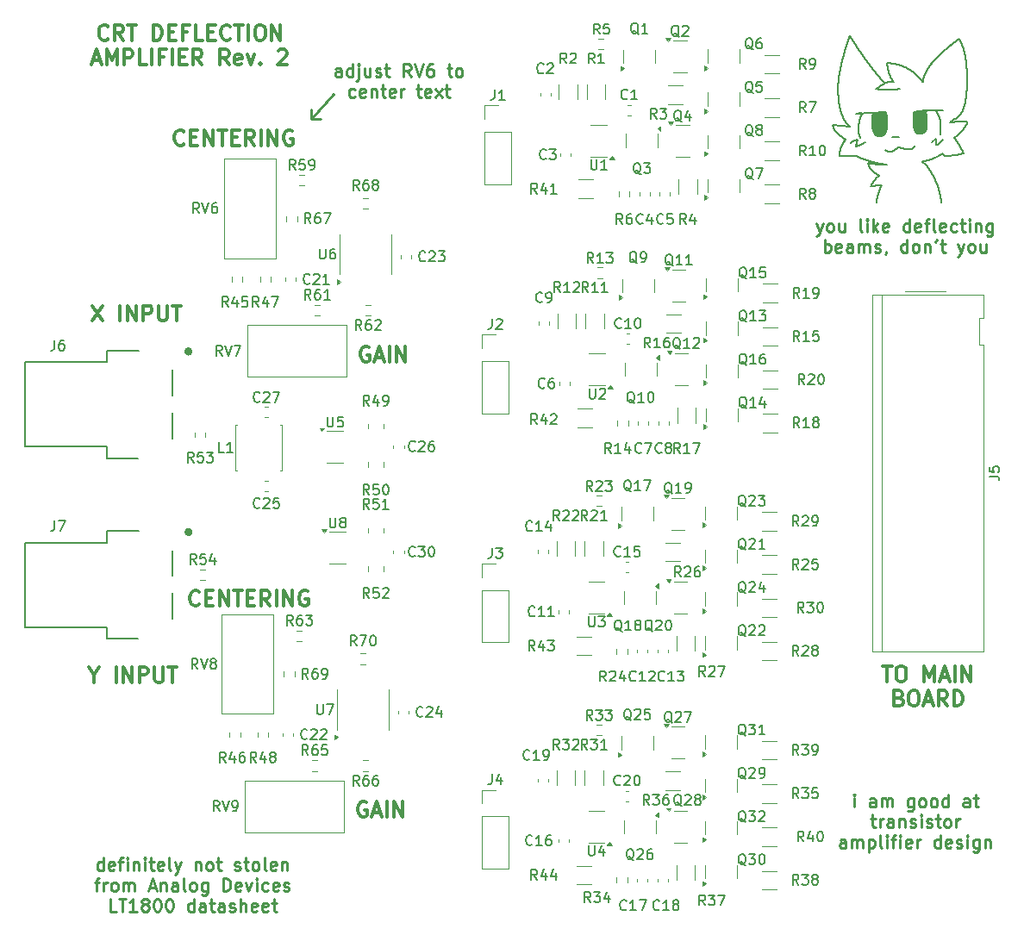
<source format=gbr>
%TF.GenerationSoftware,KiCad,Pcbnew,9.0.0*%
%TF.CreationDate,2025-03-19T20:57:18-07:00*%
%TF.ProjectId,deflection_board_2,6465666c-6563-4746-996f-6e5f626f6172,rev?*%
%TF.SameCoordinates,Original*%
%TF.FileFunction,Legend,Top*%
%TF.FilePolarity,Positive*%
%FSLAX46Y46*%
G04 Gerber Fmt 4.6, Leading zero omitted, Abs format (unit mm)*
G04 Created by KiCad (PCBNEW 9.0.0) date 2025-03-19 20:57:18*
%MOMM*%
%LPD*%
G01*
G04 APERTURE LIST*
%ADD10C,0.100000*%
%ADD11C,0.158749*%
%ADD12C,0.250000*%
%ADD13C,0.000000*%
%ADD14C,0.300000*%
%ADD15C,0.150000*%
%ADD16C,0.120000*%
%ADD17C,0.127000*%
%ADD18C,0.400000*%
G04 APERTURE END LIST*
D10*
X214175527Y-83914035D02*
X214175528Y-83914029D01*
D11*
X218665149Y-79908320D02*
X218676206Y-79906158D01*
X218687250Y-79903978D01*
X218698273Y-79901782D01*
X218709284Y-79899569D01*
X218720274Y-79897338D01*
X218731252Y-79895090D01*
X218742210Y-79892826D01*
X218753155Y-79890544D01*
X218764079Y-79888245D01*
X218774991Y-79885929D01*
X218785883Y-79883597D01*
X218796763Y-79881247D01*
X218807622Y-79878880D01*
X218818469Y-79876496D01*
X218829296Y-79874096D01*
X218840111Y-79871678D01*
X218850905Y-79869245D01*
X218861688Y-79866793D01*
X218872450Y-79864325D01*
X218883200Y-79861840D01*
X218893931Y-79859339D01*
X218904649Y-79856820D01*
X218915347Y-79854285D01*
X218926034Y-79851732D01*
X218936700Y-79849164D01*
X218947355Y-79846578D01*
X218957989Y-79843976D01*
X218968612Y-79841356D01*
X218979216Y-79838721D01*
X218989807Y-79836068D01*
X219000379Y-79833399D01*
X219010939Y-79830713D01*
X219021479Y-79828011D01*
X219032008Y-79825291D01*
X219042517Y-79822556D01*
X219053014Y-79819803D01*
X219063493Y-79817035D01*
X219073959Y-79814248D01*
X219084406Y-79811447D01*
X219094841Y-79808628D01*
X219105258Y-79805793D01*
X219115662Y-79802940D01*
X219126048Y-79800072D01*
X219136422Y-79797187D01*
X219146777Y-79794286D01*
X219157120Y-79791368D01*
X219167445Y-79788434D01*
X219177757Y-79785483D01*
X219188052Y-79782516D01*
X219198334Y-79779532D01*
X219208598Y-79776532D01*
X219218850Y-79773515D01*
X219229084Y-79770482D01*
X219239306Y-79767432D01*
X219249509Y-79764367D01*
X219259701Y-79761284D01*
X219269875Y-79758186D01*
X219280037Y-79755071D01*
X219290181Y-79751940D01*
X219300314Y-79748792D01*
X219310428Y-79745628D01*
X219320531Y-79742447D01*
X219330615Y-79739251D01*
X219340688Y-79736038D01*
X219350744Y-79732809D01*
X219360787Y-79729563D01*
X219370813Y-79726301D01*
X219380827Y-79723023D01*
X219390824Y-79719729D01*
X219400809Y-79716418D01*
X219410777Y-79713092D01*
X219420733Y-79709748D01*
X219430671Y-79706389D01*
X219440598Y-79703013D01*
X219450508Y-79699622D01*
X219460406Y-79696213D01*
X219470287Y-79692790D01*
X219480156Y-79689349D01*
X219490009Y-79685893D01*
X219499849Y-79682420D01*
X219509673Y-79678931D01*
X219519485Y-79675426D01*
X219529280Y-79671905D01*
X219539064Y-79668367D01*
X219548831Y-79664814D01*
X219558586Y-79661244D01*
X219568324Y-79657659D01*
X219578051Y-79654056D01*
X219587762Y-79650439D01*
X219597461Y-79646804D01*
X219607143Y-79643154D01*
X219616814Y-79639487D01*
X219626468Y-79635805D01*
X219636111Y-79632106D01*
X219645738Y-79628392D01*
X219655353Y-79624661D01*
X219664952Y-79620915D01*
X219674540Y-79617151D01*
X219684111Y-79613373D01*
X219693671Y-79609577D01*
X219703215Y-79605767D01*
X219712747Y-79601939D01*
X219722263Y-79598097D01*
X219731768Y-79594237D01*
X219741257Y-79590362D01*
X219750735Y-79586470D01*
X219760197Y-79582563D01*
X219769647Y-79578640D01*
X219779082Y-79574701D01*
X219788505Y-79570745D01*
X219797913Y-79566774D01*
X219807310Y-79562786D01*
X219816691Y-79558783D01*
X219826060Y-79554763D01*
X219835414Y-79550728D01*
X219844757Y-79546676D01*
X219854084Y-79542608D01*
X219863400Y-79538524D01*
X219872701Y-79534425D01*
X219881990Y-79530309D01*
X219891265Y-79526178D01*
X219900527Y-79522030D01*
X219909775Y-79517867D01*
X219919012Y-79513687D01*
X219928233Y-79509491D01*
X219937444Y-79505279D01*
X219946639Y-79501052D01*
X219955823Y-79496808D01*
X219964992Y-79492549D01*
X219974150Y-79488273D01*
X219983293Y-79483982D01*
X219992425Y-79479674D01*
X220001542Y-79475350D01*
X220010648Y-79471010D01*
X220019740Y-79466655D01*
X220028820Y-79462283D01*
X220037886Y-79457896D01*
X220046940Y-79453492D01*
X220055980Y-79449072D01*
X220065009Y-79444636D01*
X220074023Y-79440185D01*
X220083026Y-79435717D01*
X220092016Y-79431234D01*
X220100993Y-79426734D01*
X220109957Y-79422218D01*
X220118909Y-79417686D01*
X220127848Y-79413139D01*
X220136775Y-79408575D01*
X220145688Y-79403995D01*
X220154590Y-79399399D01*
X220163478Y-79394788D01*
X220172355Y-79390159D01*
X220181218Y-79385516D01*
X220190069Y-79380856D01*
X220198908Y-79376180D01*
X220207734Y-79371488D01*
X220216548Y-79366780D01*
X220225350Y-79362055D01*
X220234138Y-79357315D01*
X220242915Y-79352559D01*
X220251679Y-79347787D01*
X220260432Y-79342998D01*
X220269171Y-79338194D01*
X220277899Y-79333373D01*
X220286614Y-79328537D01*
X220295317Y-79323684D01*
X220304008Y-79318815D01*
X220312687Y-79313930D01*
X220321353Y-79309029D01*
X220330007Y-79304112D01*
X220338649Y-79299179D01*
X220347280Y-79294229D01*
X220355897Y-79289264D01*
X220364503Y-79284282D01*
X220373097Y-79279285D01*
X220381679Y-79274271D01*
X220390249Y-79269241D01*
X220398807Y-79264195D01*
X220407352Y-79259132D01*
X220415887Y-79254054D01*
X220424408Y-79248959D01*
X220432919Y-79243848D01*
X220441417Y-79238721D01*
X220449903Y-79233578D01*
X220458377Y-79228419D01*
X220466840Y-79223243D01*
X220475291Y-79218051D01*
X220483730Y-79212843D01*
X220492157Y-79207618D01*
X220500573Y-79202378D01*
X220508977Y-79197121D01*
X220517369Y-79191848D01*
X220525749Y-79186558D01*
X220534118Y-79181253D01*
X220542475Y-79175931D01*
X220550820Y-79170592D01*
X220559154Y-79165238D01*
X220567476Y-79159867D01*
X220575787Y-79154480D01*
X220584086Y-79149076D01*
X220592373Y-79143656D01*
X220600649Y-79138220D01*
X220608913Y-79132768D01*
X220617166Y-79127299D01*
X220625408Y-79121813D01*
X220633638Y-79116311D01*
X220641856Y-79110793D01*
X220650063Y-79105259D01*
X220658259Y-79099708D01*
X220666443Y-79094140D01*
X220666951Y-79093794D01*
D10*
X212153648Y-79309292D02*
X212174744Y-79320106D01*
X212195920Y-79330871D01*
X212217177Y-79341588D01*
X212238515Y-79352255D01*
X212259933Y-79362874D01*
X212281433Y-79373443D01*
X212303015Y-79383963D01*
X212324678Y-79394434D01*
X212346423Y-79404856D01*
X212368250Y-79415229D01*
X212390160Y-79425552D01*
X212412153Y-79435826D01*
X212434229Y-79446050D01*
X212456388Y-79456225D01*
X212478631Y-79466350D01*
X212500958Y-79476425D01*
X212523369Y-79486451D01*
X212545865Y-79496427D01*
X212568445Y-79506352D01*
X212591110Y-79516228D01*
X212613861Y-79526053D01*
X212636697Y-79535829D01*
X212659619Y-79545554D01*
X212682627Y-79555228D01*
X212705722Y-79564852D01*
X212728903Y-79574426D01*
X212752171Y-79583948D01*
X212775526Y-79593420D01*
X212798969Y-79602842D01*
X212822500Y-79612212D01*
X212846119Y-79621531D01*
X212869826Y-79630799D01*
X212893622Y-79640016D01*
X212917507Y-79649181D01*
X212941482Y-79658295D01*
X212965545Y-79667357D01*
X212989699Y-79676368D01*
X213013943Y-79685327D01*
X213038277Y-79694234D01*
X213062702Y-79703089D01*
X213087218Y-79711892D01*
X213111826Y-79720642D01*
X213136525Y-79729340D01*
X213161316Y-79737986D01*
X213186199Y-79746579D01*
X213211175Y-79755120D01*
X213236243Y-79763607D01*
X213261405Y-79772042D01*
X213286660Y-79780424D01*
X213312009Y-79788752D01*
X213337452Y-79797027D01*
X213362990Y-79805248D01*
X213388622Y-79813416D01*
X213414349Y-79821531D01*
X213440171Y-79829591D01*
X213466089Y-79837597D01*
X213492103Y-79845549D01*
X213518213Y-79853447D01*
X213544420Y-79861291D01*
X213570724Y-79869080D01*
X213597124Y-79876814D01*
X213623623Y-79884494D01*
X213650219Y-79892118D01*
X213676913Y-79899687D01*
X213703706Y-79907201D01*
X213730597Y-79914660D01*
X213757588Y-79922063D01*
X213784678Y-79929410D01*
X213811868Y-79936702D01*
X213839157Y-79943937D01*
X213866548Y-79951116D01*
X213894039Y-79958239D01*
X213921631Y-79965306D01*
X213949324Y-79972315D01*
X213977119Y-79979268D01*
X214005016Y-79986164D01*
X214033015Y-79993003D01*
X214061118Y-79999784D01*
X214089323Y-80006508D01*
X214117631Y-80013175D01*
X214146043Y-80019783D01*
X214174560Y-80026334D01*
X214203180Y-80032826D01*
X214231906Y-80039260D01*
X214260736Y-80045636D01*
X214289671Y-80051953D01*
X214318713Y-80058211D01*
X214347860Y-80064410D01*
X214377114Y-80070550D01*
X214406475Y-80076630D01*
X214435942Y-80082651D01*
X214465517Y-80088612D01*
X214495200Y-80094513D01*
X214524991Y-80100354D01*
X214554890Y-80106135D01*
X214584898Y-80111855D01*
X214615015Y-80117515D01*
X214645242Y-80123114D01*
X214675578Y-80128651D01*
X214706025Y-80134128D01*
X214736582Y-80139543D01*
X214767250Y-80144896D01*
X214798029Y-80150187D01*
X214828920Y-80155417D01*
X214859923Y-80160584D01*
X214891038Y-80165689D01*
X214922265Y-80170731D01*
X214953606Y-80175710D01*
X214985060Y-80180626D01*
X215016628Y-80185479D01*
X215048309Y-80190269D01*
X215080106Y-80194995D01*
X215112017Y-80199657D01*
X215144043Y-80204255D01*
X215176184Y-80208789D01*
X215208441Y-80213258D01*
X215221529Y-80215048D01*
D11*
X216484238Y-72750000D02*
X216470398Y-72752250D01*
X216456577Y-72754477D01*
X216442794Y-72756677D01*
X216429029Y-72758854D01*
X216415303Y-72761005D01*
X216401595Y-72763132D01*
X216387925Y-72765234D01*
X216374273Y-72767312D01*
X216360660Y-72769364D01*
X216347064Y-72771394D01*
X216333507Y-72773397D01*
X216319967Y-72775378D01*
X216306465Y-72777333D01*
X216292981Y-72779265D01*
X216279535Y-72781171D01*
X216266107Y-72783055D01*
X216252716Y-72784913D01*
X216239343Y-72786749D01*
X216226008Y-72788559D01*
X216212689Y-72790347D01*
X216199409Y-72792109D01*
X216186146Y-72793849D01*
X216172920Y-72795564D01*
X216159711Y-72797257D01*
X216146540Y-72798924D01*
X216133386Y-72800569D01*
X216120269Y-72802190D01*
X216107169Y-72803788D01*
X216094106Y-72805361D01*
X216081060Y-72806912D01*
X216068050Y-72808439D01*
X216055058Y-72809944D01*
X216042103Y-72811424D01*
X216029164Y-72812882D01*
X216016262Y-72814316D01*
X216003377Y-72815728D01*
X215990528Y-72817116D01*
X215977696Y-72818481D01*
X215964900Y-72819823D01*
X215952121Y-72821143D01*
X215939378Y-72822439D01*
X215926651Y-72823714D01*
X215913961Y-72824964D01*
X215901287Y-72826193D01*
X215888649Y-72827399D01*
X215876027Y-72828582D01*
X215863441Y-72829742D01*
X215850871Y-72830881D01*
X215838337Y-72831996D01*
X215825820Y-72833090D01*
X215813337Y-72834161D01*
X215800871Y-72835210D01*
X215788440Y-72836236D01*
X215776026Y-72837241D01*
X215763646Y-72838222D01*
X215751283Y-72839183D01*
X215738954Y-72840120D01*
X215726642Y-72841037D01*
X215714364Y-72841930D01*
X215702103Y-72842803D01*
X215689876Y-72843653D01*
X215677665Y-72844481D01*
X215665489Y-72845288D01*
X215653328Y-72846073D01*
X215641202Y-72846836D01*
X215629092Y-72847578D01*
X215617016Y-72848298D01*
X215604956Y-72848996D01*
X215592929Y-72849673D01*
X215580919Y-72850329D01*
X215568942Y-72850963D01*
X215556981Y-72851576D01*
X215545054Y-72852168D01*
X215533143Y-72852738D01*
X215521264Y-72853287D01*
X215509402Y-72853815D01*
X215497573Y-72854322D01*
X215485760Y-72854808D01*
X215473979Y-72855272D01*
X215462215Y-72855716D01*
X215450483Y-72856139D01*
X215438767Y-72856541D01*
X215427084Y-72856922D01*
X215415417Y-72857282D01*
X215403781Y-72857622D01*
X215392162Y-72857941D01*
X215380575Y-72858239D01*
X215369004Y-72858516D01*
X215357464Y-72858773D01*
X215345941Y-72859010D01*
X215334449Y-72859225D01*
X215322973Y-72859421D01*
X215311528Y-72859596D01*
X215300100Y-72859750D01*
X215288702Y-72859885D01*
X215277321Y-72859999D01*
X215265971Y-72860093D01*
X215254636Y-72860166D01*
X215243333Y-72860220D01*
X215232045Y-72860253D01*
X215220788Y-72860266D01*
X215209546Y-72860259D01*
X215198336Y-72860232D01*
X215187141Y-72860186D01*
X215175977Y-72860119D01*
X215164828Y-72860032D01*
X215153710Y-72859926D01*
X215142607Y-72859800D01*
X215131534Y-72859654D01*
X215120477Y-72859488D01*
X215109450Y-72859303D01*
X215098439Y-72859098D01*
X215087457Y-72858874D01*
X215076491Y-72858630D01*
X215065555Y-72858366D01*
X215054634Y-72858083D01*
X215043742Y-72857781D01*
X215032866Y-72857459D01*
X215022020Y-72857118D01*
X215011188Y-72856757D01*
X215000387Y-72856377D01*
X214989600Y-72855978D01*
X214978843Y-72855560D01*
X214968100Y-72855123D01*
X214957387Y-72854666D01*
X214946689Y-72854190D01*
X214936020Y-72853696D01*
X214925366Y-72853182D01*
X214914740Y-72852650D01*
X214904130Y-72852098D01*
X214893548Y-72851528D01*
X214882981Y-72850938D01*
X214872443Y-72850330D01*
X214861920Y-72849703D01*
X214851425Y-72849058D01*
X214840945Y-72848393D01*
X214830493Y-72847710D01*
X214820056Y-72847008D01*
X214809647Y-72846288D01*
X214799253Y-72845549D01*
X214788887Y-72844792D01*
X214778535Y-72844015D01*
X214768211Y-72843221D01*
X214757902Y-72842408D01*
X214747621Y-72841577D01*
X214737354Y-72840727D01*
X214727115Y-72839860D01*
X214716890Y-72838973D01*
X214706693Y-72838069D01*
X214696510Y-72837146D01*
X214686354Y-72836205D01*
X214676213Y-72835246D01*
X214666099Y-72834269D01*
X214655999Y-72833273D01*
X214645927Y-72832260D01*
X214635869Y-72831228D01*
X214625837Y-72830179D01*
X214615820Y-72829111D01*
X214605830Y-72828026D01*
X214595854Y-72826923D01*
X214585904Y-72825802D01*
X214575969Y-72824663D01*
X214566060Y-72823506D01*
X214556165Y-72822331D01*
X214546297Y-72821140D01*
X214536442Y-72819929D01*
X214526614Y-72818702D01*
X214516800Y-72817456D01*
X214507012Y-72816194D01*
X214497238Y-72814913D01*
X214487490Y-72813615D01*
X214477756Y-72812299D01*
X214468047Y-72810966D01*
X214458353Y-72809615D01*
X214448684Y-72808247D01*
X214439029Y-72806862D01*
X214429399Y-72805459D01*
X214419784Y-72804038D01*
X214410194Y-72802601D01*
X214400617Y-72801146D01*
X214391066Y-72799674D01*
X214381529Y-72798185D01*
X214372016Y-72796678D01*
X214362517Y-72795154D01*
X214353044Y-72793614D01*
X214343584Y-72792055D01*
X214334148Y-72790480D01*
X214324727Y-72788888D01*
X214315330Y-72787279D01*
X214305946Y-72785652D01*
X214296587Y-72784009D01*
X214287242Y-72782348D01*
X214277921Y-72780672D01*
X214268614Y-72778977D01*
X214259331Y-72777266D01*
X214250062Y-72775538D01*
X214240816Y-72773794D01*
X214231584Y-72772032D01*
X214222376Y-72770254D01*
X214213181Y-72768458D01*
X214204010Y-72766646D01*
X214194853Y-72764817D01*
X214185719Y-72762972D01*
X214176599Y-72761110D01*
X214167502Y-72759232D01*
X214158419Y-72757336D01*
X214146889Y-72754900D01*
X215227692Y-70232147D02*
X215237902Y-70232302D01*
X215248104Y-70232477D01*
X215258287Y-70232672D01*
X215268462Y-70232886D01*
X215278618Y-70233121D01*
X215288766Y-70233375D01*
X215298897Y-70233648D01*
X215309018Y-70233942D01*
X215319122Y-70234254D01*
X215329217Y-70234587D01*
X215339295Y-70234939D01*
X215349364Y-70235311D01*
X215359415Y-70235702D01*
X215369458Y-70236113D01*
X215379483Y-70236543D01*
X215389500Y-70236993D01*
X215399500Y-70237462D01*
X215409491Y-70237950D01*
X215419464Y-70238458D01*
X215429430Y-70238985D01*
X215439378Y-70239532D01*
X215449317Y-70240098D01*
X215459240Y-70240683D01*
X215469154Y-70241288D01*
X215479051Y-70241912D01*
X215488940Y-70242555D01*
X215498812Y-70243217D01*
X215508675Y-70243899D01*
X215518522Y-70244599D01*
X215528360Y-70245319D01*
X215538182Y-70246058D01*
X215547995Y-70246816D01*
X215557792Y-70247594D01*
X215567580Y-70248390D01*
X215577352Y-70249205D01*
X215587115Y-70250040D01*
X215596863Y-70250893D01*
X215606602Y-70251766D01*
X215616325Y-70252657D01*
X215626039Y-70253567D01*
X215635737Y-70254497D01*
X215645427Y-70255445D01*
X215655101Y-70256412D01*
X215664767Y-70257398D01*
X215674417Y-70258403D01*
X215684058Y-70259427D01*
X215693684Y-70260469D01*
X215703301Y-70261531D01*
X215712903Y-70262611D01*
X215722496Y-70263710D01*
X215732074Y-70264828D01*
X215741643Y-70265965D01*
X215751198Y-70267120D01*
X215760743Y-70268294D01*
X215770274Y-70269487D01*
X215779796Y-70270698D01*
X215789303Y-70271928D01*
X215798802Y-70273177D01*
X215808286Y-70274444D01*
X215817761Y-70275730D01*
X215827222Y-70277035D01*
X215836674Y-70278358D01*
X215846111Y-70279700D01*
X215855540Y-70281060D01*
X215864954Y-70282439D01*
X215874360Y-70283836D01*
X215883751Y-70285252D01*
X215893134Y-70286687D01*
X215902503Y-70288140D01*
X215911863Y-70289611D01*
X215921209Y-70291101D01*
X215930546Y-70292609D01*
X215939870Y-70294136D01*
X215949185Y-70295681D01*
X215958486Y-70297245D01*
X215967778Y-70298827D01*
X215977057Y-70300427D01*
X215986327Y-70302046D01*
X215995583Y-70303683D01*
X216004831Y-70305339D01*
X216014065Y-70307012D01*
X216023291Y-70308705D01*
X216032503Y-70310415D01*
X216041707Y-70312144D01*
X216050897Y-70313891D01*
X216060079Y-70315656D01*
X216069247Y-70317440D01*
X216078407Y-70319242D01*
X216087554Y-70321062D01*
X216096693Y-70322900D01*
X216105818Y-70324757D01*
X216114935Y-70326632D01*
X216124038Y-70328525D01*
X216133134Y-70330436D01*
X216142216Y-70332365D01*
X216151290Y-70334313D01*
X216160351Y-70336279D01*
X216169404Y-70338263D01*
X216178444Y-70340265D01*
X216187476Y-70342286D01*
X216196495Y-70344324D01*
X216205506Y-70346381D01*
X216214504Y-70348455D01*
X216223493Y-70350548D01*
X216232471Y-70352659D01*
X216241440Y-70354788D01*
X216250396Y-70356935D01*
X216259344Y-70359101D01*
X216268280Y-70361284D01*
X216277208Y-70363486D01*
X216286123Y-70365705D01*
X216295030Y-70367943D01*
X216303926Y-70370198D01*
X216312812Y-70372472D01*
X216321687Y-70374763D01*
X216330554Y-70377073D01*
X216339408Y-70379401D01*
X216348254Y-70381747D01*
X216357089Y-70384111D01*
X216365915Y-70386493D01*
X216374730Y-70388893D01*
X216383536Y-70391311D01*
X216392331Y-70393747D01*
X216401117Y-70396201D01*
X216409892Y-70398673D01*
X216418658Y-70401163D01*
X216427414Y-70403671D01*
X216436161Y-70406197D01*
X216444896Y-70408741D01*
X216453624Y-70411303D01*
X216462340Y-70413883D01*
X216471048Y-70416481D01*
X216479745Y-70419096D01*
X216488433Y-70421731D01*
X216497111Y-70424382D01*
X216505780Y-70427052D01*
X216514438Y-70429740D01*
X216523089Y-70432446D01*
X216531728Y-70435170D01*
X216540359Y-70437912D01*
X216548979Y-70440671D01*
X216557591Y-70443449D01*
X216566193Y-70446245D01*
X216574786Y-70449058D01*
X216583369Y-70451890D01*
X216591943Y-70454740D01*
X216600507Y-70457607D01*
X216609063Y-70460493D01*
X216617608Y-70463396D01*
X216626145Y-70466318D01*
X216634672Y-70469257D01*
X216643191Y-70472215D01*
X216651700Y-70475190D01*
X216660200Y-70478184D01*
X216668690Y-70481195D01*
X216677172Y-70484224D01*
X216685644Y-70487272D01*
X216694108Y-70490337D01*
X216702562Y-70493420D01*
X216711007Y-70496522D01*
X216719443Y-70499641D01*
X216727871Y-70502778D01*
X216736289Y-70505934D01*
X216744698Y-70509107D01*
X216753099Y-70512298D01*
X216761490Y-70515508D01*
X216769873Y-70518735D01*
X216778247Y-70521981D01*
X216786612Y-70525244D01*
X216794968Y-70528526D01*
X216803315Y-70531825D01*
X216811654Y-70535143D01*
X216819984Y-70538478D01*
X216828305Y-70541832D01*
X216836617Y-70545204D01*
X216844921Y-70548593D01*
X216853216Y-70552001D01*
X216861503Y-70555427D01*
X216869780Y-70558871D01*
X216878050Y-70562333D01*
X216886310Y-70565813D01*
X216894563Y-70569312D01*
X216902806Y-70572828D01*
X216911041Y-70576363D01*
X216919268Y-70579915D01*
X216927486Y-70583486D01*
X216935696Y-70587075D01*
X216943897Y-70590682D01*
X216952090Y-70594307D01*
X216960275Y-70597951D01*
X216968451Y-70601612D01*
X216976619Y-70605292D01*
X216984778Y-70608990D01*
X216992930Y-70612706D01*
X217009207Y-70620193D01*
X217025452Y-70627753D01*
X217041664Y-70635385D01*
X217057843Y-70643091D01*
X217073990Y-70650870D01*
X217090105Y-70658722D01*
X217106187Y-70666648D01*
X217122237Y-70674647D01*
X217138256Y-70682719D01*
X217154243Y-70690865D01*
X217170198Y-70699085D01*
X217186122Y-70707379D01*
X217202015Y-70715746D01*
X217217876Y-70724188D01*
X217233707Y-70732704D01*
X217249506Y-70741294D01*
X217265276Y-70749958D01*
X217281014Y-70758697D01*
X217296722Y-70767510D01*
X217312400Y-70776399D01*
X217328048Y-70785362D01*
X217343666Y-70794400D01*
X217359253Y-70803513D01*
X217374812Y-70812702D01*
X217390340Y-70821966D01*
X217405839Y-70831306D01*
X217421309Y-70840721D01*
X217436749Y-70850213D01*
X217452161Y-70859780D01*
X217467543Y-70869423D01*
X217482897Y-70879143D01*
X217498221Y-70888940D01*
X217513518Y-70898813D01*
X217528785Y-70908762D01*
X217544025Y-70918789D01*
X217559236Y-70928893D01*
X217574418Y-70939075D01*
X217589573Y-70949334D01*
X217604700Y-70959670D01*
X217619799Y-70970085D01*
X217634870Y-70980577D01*
X217649914Y-70991148D01*
X217664930Y-71001797D01*
X217679918Y-71012525D01*
X217694880Y-71023332D01*
X217709814Y-71034217D01*
X217724720Y-71045182D01*
X217739600Y-71056227D01*
X217754453Y-71067351D01*
X217769279Y-71078555D01*
X217784078Y-71089839D01*
X217798851Y-71101203D01*
X217813597Y-71112648D01*
X217828316Y-71124173D01*
X217843009Y-71135779D01*
X217857676Y-71147467D01*
X217872316Y-71159236D01*
X217886930Y-71171086D01*
X217901518Y-71183019D01*
X217916080Y-71195033D01*
X217930616Y-71207130D01*
X217945126Y-71219309D01*
X217959610Y-71231571D01*
X217974068Y-71243916D01*
X217988501Y-71256344D01*
X218002908Y-71268856D01*
X218017289Y-71281452D01*
X218031645Y-71294131D01*
X218045976Y-71306895D01*
X218060281Y-71319744D01*
X218074560Y-71332677D01*
X218088815Y-71345695D01*
X218103044Y-71358799D01*
X218117248Y-71371988D01*
X218131427Y-71385263D01*
X218145580Y-71398625D01*
X218159709Y-71412072D01*
X218173813Y-71425607D01*
X218187892Y-71439228D01*
X218201945Y-71452937D01*
X218215974Y-71466733D01*
X218229978Y-71480617D01*
X218243958Y-71494589D01*
X218257912Y-71508649D01*
X218271842Y-71522798D01*
X218285747Y-71537036D01*
X218299628Y-71551364D01*
X218313483Y-71565780D01*
X218327315Y-71580287D01*
X218341121Y-71594884D01*
X218354903Y-71609572D01*
X218368661Y-71624350D01*
X218382393Y-71639219D01*
X218396102Y-71654180D01*
X218409786Y-71669233D01*
X218423445Y-71684377D01*
X218437080Y-71699614D01*
X218450691Y-71714944D01*
X218464277Y-71730367D01*
X218477838Y-71745883D01*
X218491375Y-71761492D01*
X218504888Y-71777196D01*
X218518376Y-71792994D01*
X218531840Y-71808887D01*
X218545280Y-71824874D01*
X218558695Y-71840957D01*
X218572086Y-71857136D01*
X218585452Y-71873411D01*
X218598794Y-71889782D01*
X218612111Y-71906249D01*
X218625404Y-71922814D01*
X218638672Y-71939476D01*
X218651916Y-71956236D01*
X218665136Y-71973094D01*
X218678331Y-71990051D01*
X218691501Y-72007106D01*
X218704647Y-72024261D01*
X218717768Y-72041515D01*
X218730865Y-72058868D01*
X218743937Y-72076323D01*
X218752988Y-72088486D01*
D10*
X219060068Y-80199815D02*
X218665150Y-79908326D01*
D11*
X215079022Y-78751280D02*
X215083008Y-78754561D01*
X215086988Y-78757811D01*
X215090929Y-78761004D01*
X215094864Y-78764166D01*
X215098761Y-78767271D01*
X215102654Y-78770347D01*
X215106509Y-78773369D01*
X215110360Y-78776361D01*
X215114176Y-78779301D01*
X215117987Y-78782211D01*
X215121764Y-78785070D01*
X215125536Y-78787901D01*
X215129276Y-78790682D01*
X215133012Y-78793435D01*
X215136715Y-78796140D01*
X215140416Y-78798817D01*
X215144085Y-78801447D01*
X215147751Y-78804050D01*
X215151387Y-78806607D01*
X215155020Y-78809138D01*
X215158625Y-78811624D01*
X215162226Y-78814083D01*
X215165799Y-78816500D01*
X215169370Y-78818890D01*
X215172914Y-78821238D01*
X215176456Y-78823560D01*
X215179972Y-78825842D01*
X215183485Y-78828098D01*
X215186974Y-78830314D01*
X215190460Y-78832505D01*
X215193922Y-78834658D01*
X215197382Y-78836785D01*
X215200819Y-78838875D01*
X215204255Y-78840940D01*
X215207668Y-78842968D01*
X215211079Y-78844972D01*
X215214469Y-78846941D01*
X215217857Y-78848885D01*
X215221225Y-78850794D01*
X215224591Y-78852679D01*
X215227937Y-78854530D01*
X215231282Y-78856358D01*
X215234609Y-78858152D01*
X215237934Y-78859923D01*
X215241240Y-78861661D01*
X215244546Y-78863377D01*
X215247834Y-78865060D01*
X215251121Y-78866721D01*
X215254392Y-78868351D01*
X215257662Y-78869958D01*
X215260915Y-78871534D01*
X215264168Y-78873089D01*
X215267406Y-78874613D01*
X215270643Y-78876115D01*
X215273866Y-78877589D01*
X215277088Y-78879040D01*
X215280296Y-78880463D01*
X215283504Y-78881863D01*
X215286698Y-78883237D01*
X215289893Y-78884588D01*
X215293074Y-78885912D01*
X215296256Y-78887214D01*
X215299426Y-78888490D01*
X215302595Y-78889744D01*
X215305754Y-78890973D01*
X215308912Y-78892180D01*
X215312060Y-78893361D01*
X215315208Y-78894521D01*
X215318346Y-78895656D01*
X215321485Y-78896770D01*
X215324614Y-78897859D01*
X215327744Y-78898927D01*
X215330864Y-78899971D01*
X215333985Y-78900994D01*
X215337098Y-78901993D01*
X215340212Y-78902972D01*
X215343318Y-78903927D01*
X215346425Y-78904861D01*
X215349525Y-78905773D01*
X215352626Y-78906663D01*
X215355720Y-78907531D01*
X215358816Y-78908379D01*
X215361906Y-78909204D01*
X215364996Y-78910009D01*
X215368082Y-78910792D01*
X215371169Y-78911554D01*
X215374251Y-78912295D01*
X215377334Y-78913015D01*
X215380413Y-78913714D01*
X215383494Y-78914393D01*
X215386572Y-78915050D01*
X215389650Y-78915687D01*
X215392726Y-78916304D01*
X215395804Y-78916900D01*
X215398879Y-78917475D01*
X215401956Y-78918030D01*
X215405031Y-78918565D01*
X215408108Y-78919079D01*
X215411184Y-78919574D01*
X215414262Y-78920048D01*
X215417339Y-78920502D01*
X215420419Y-78920936D01*
X215423498Y-78921349D01*
X215426579Y-78921743D01*
X215429661Y-78922117D01*
X215432745Y-78922470D01*
X215435831Y-78922804D01*
X215438918Y-78923118D01*
X215442008Y-78923412D01*
X215445100Y-78923686D01*
X215448193Y-78923941D01*
X215451290Y-78924175D01*
X215454390Y-78924389D01*
X215457492Y-78924584D01*
X215463706Y-78924914D01*
X215469934Y-78925164D01*
X215476176Y-78925335D01*
X215482435Y-78925426D01*
X215488712Y-78925438D01*
X215495009Y-78925369D01*
X215501325Y-78925220D01*
X215507664Y-78924991D01*
X215514027Y-78924680D01*
X215520414Y-78924289D01*
X215526827Y-78923815D01*
X215533269Y-78923259D01*
X215539739Y-78922620D01*
X215546241Y-78921897D01*
X215552775Y-78921091D01*
X215559342Y-78920199D01*
X215565945Y-78919222D01*
X215572585Y-78918159D01*
X215579263Y-78917008D01*
X215585981Y-78915769D01*
X215592741Y-78914441D01*
X215599544Y-78913023D01*
X215606392Y-78911514D01*
X215613287Y-78909912D01*
X215620229Y-78908217D01*
X215627222Y-78906427D01*
X215634267Y-78904541D01*
X215641365Y-78902558D01*
X215648519Y-78900476D01*
X215655730Y-78898295D01*
X215663000Y-78896011D01*
X215670331Y-78893625D01*
X215677725Y-78891133D01*
X215685184Y-78888536D01*
X215692710Y-78885830D01*
X215700305Y-78883014D01*
X215707972Y-78880086D01*
X215715711Y-78877044D01*
X215723527Y-78873887D01*
X215731420Y-78870612D01*
X215739394Y-78867216D01*
X215747450Y-78863699D01*
X215755592Y-78860056D01*
X215763821Y-78856287D01*
X215772140Y-78852388D01*
X215780553Y-78848358D01*
X215789061Y-78844192D01*
X215797667Y-78839889D01*
X215806375Y-78835446D01*
X215815187Y-78830860D01*
X215824106Y-78826128D01*
X215833137Y-78821246D01*
X215842281Y-78816211D01*
X215851542Y-78811020D01*
X215860924Y-78805670D01*
X215870431Y-78800157D01*
X215880065Y-78794477D01*
X215889832Y-78788625D01*
X215899735Y-78782599D01*
X215909778Y-78776394D01*
X215919966Y-78770005D01*
X215930303Y-78763429D01*
X215940793Y-78756659D01*
X215951443Y-78749692D01*
X215962256Y-78742521D01*
X215973238Y-78735143D01*
X215984395Y-78727551D01*
X215995732Y-78719739D01*
X216007255Y-78711701D01*
X216018972Y-78703432D01*
X216030887Y-78694923D01*
X216043009Y-78686169D01*
X216055345Y-78677162D01*
X216067902Y-78667894D01*
X216080688Y-78658358D01*
X216093711Y-78648544D01*
X216106982Y-78638445D01*
X216120508Y-78628049D01*
X216134300Y-78617349D01*
X216148370Y-78606332D01*
X216162726Y-78594989D01*
X216177383Y-78583307D01*
X216192352Y-78571273D01*
X216207646Y-78558875D01*
X216223281Y-78546098D01*
X216239272Y-78532928D01*
X216255635Y-78519347D01*
X216272387Y-78505338D01*
X216289549Y-78490884D01*
X216304109Y-78478541D01*
X217870920Y-75042880D02*
X217896328Y-75037193D01*
X217921755Y-75031584D01*
X217947200Y-75026052D01*
X217972663Y-75020599D01*
X217998145Y-75015223D01*
X218023646Y-75009925D01*
X218049165Y-75004705D01*
X218074704Y-74999563D01*
X218100261Y-74994498D01*
X218125838Y-74989512D01*
X218151434Y-74984603D01*
X218177050Y-74979771D01*
X218202685Y-74975018D01*
X218228340Y-74970342D01*
X218254015Y-74965744D01*
X218279710Y-74961223D01*
X218305424Y-74956780D01*
X218331159Y-74952415D01*
X218356915Y-74948128D01*
X218382691Y-74943918D01*
X218408487Y-74939786D01*
X218434304Y-74935732D01*
X218460143Y-74931755D01*
X218486002Y-74927857D01*
X218511882Y-74924035D01*
X218537783Y-74920292D01*
X218563706Y-74916626D01*
X218589650Y-74913038D01*
X218615616Y-74909528D01*
X218641603Y-74906096D01*
X218667613Y-74902742D01*
X218693644Y-74899465D01*
X218719698Y-74896266D01*
X218745773Y-74893145D01*
X218771872Y-74890102D01*
X218797992Y-74887137D01*
X218824136Y-74884250D01*
X218850302Y-74881441D01*
X218876491Y-74878710D01*
X218902703Y-74876056D01*
X218928938Y-74873481D01*
X218955197Y-74870984D01*
X218981479Y-74868566D01*
X219007785Y-74866225D01*
X219034114Y-74863962D01*
X219060467Y-74861778D01*
X219086844Y-74859672D01*
X219113245Y-74857645D01*
X219139671Y-74855696D01*
X219166120Y-74853825D01*
X219192595Y-74852033D01*
X219219094Y-74850319D01*
X219245617Y-74848684D01*
X219272166Y-74847127D01*
X219298739Y-74845649D01*
X219325338Y-74844250D01*
X219351962Y-74842930D01*
X219378612Y-74841689D01*
X219405287Y-74840526D01*
X219431988Y-74839442D01*
X219458714Y-74838438D01*
X219485467Y-74837512D01*
X219512245Y-74836666D01*
X219539050Y-74835899D01*
X219565882Y-74835211D01*
X219592739Y-74834603D01*
X219619624Y-74834074D01*
X219646535Y-74833624D01*
X219673473Y-74833254D01*
X219700439Y-74832964D01*
X219727431Y-74832753D01*
X219754451Y-74832623D01*
X219781498Y-74832572D01*
X219808573Y-74832601D01*
X219835676Y-74832710D01*
X219862806Y-74832899D01*
X219889965Y-74833169D01*
X219917151Y-74833518D01*
X219944366Y-74833949D01*
X219971610Y-74834459D01*
X219998882Y-74835050D01*
X220026182Y-74835722D01*
X220053512Y-74836475D01*
X220080870Y-74837308D01*
X220108258Y-74838223D01*
X220135675Y-74839218D01*
X220163121Y-74840295D01*
X220190597Y-74841452D01*
X220218103Y-74842691D01*
X220245638Y-74844012D01*
X220273203Y-74845414D01*
X220300799Y-74846898D01*
X220328424Y-74848463D01*
X220356080Y-74850111D01*
X220383767Y-74851840D01*
X220411484Y-74853651D01*
X220439232Y-74855545D01*
X220467011Y-74857521D01*
X220494821Y-74859579D01*
X220522662Y-74861720D01*
X220550534Y-74863944D01*
X220578438Y-74866250D01*
X220606374Y-74868640D01*
X220634341Y-74871112D01*
X220662340Y-74873667D01*
X220690372Y-74876306D01*
X220718435Y-74879028D01*
X220746531Y-74881834D01*
X220750000Y-74882186D01*
X211662392Y-78052035D02*
X211665419Y-78048689D01*
X211668455Y-78045364D01*
X211671492Y-78042066D01*
X211674538Y-78038789D01*
X211677586Y-78035539D01*
X211680643Y-78032309D01*
X211683701Y-78029106D01*
X211686768Y-78025923D01*
X211689837Y-78022767D01*
X211692915Y-78019631D01*
X211695995Y-78016522D01*
X211699082Y-78013432D01*
X211702173Y-78010368D01*
X211705271Y-78007325D01*
X211708372Y-78004307D01*
X211711481Y-78001309D01*
X211714593Y-77998336D01*
X211717713Y-77995383D01*
X211720835Y-77992456D01*
X211723965Y-77989548D01*
X211727098Y-77986665D01*
X211730239Y-77983802D01*
X211733383Y-77980963D01*
X211736535Y-77978144D01*
X211739690Y-77975350D01*
X211742853Y-77972575D01*
X211746018Y-77969824D01*
X211749192Y-77967092D01*
X211752369Y-77964385D01*
X211755553Y-77961697D01*
X211758741Y-77959032D01*
X211761937Y-77956387D01*
X211765136Y-77953766D01*
X211768343Y-77951163D01*
X211771553Y-77948584D01*
X211774771Y-77946024D01*
X211777992Y-77943487D01*
X211781221Y-77940969D01*
X211784454Y-77938474D01*
X211787695Y-77935998D01*
X211790939Y-77933545D01*
X211794191Y-77931110D01*
X211797447Y-77928698D01*
X211800711Y-77926305D01*
X211803978Y-77923934D01*
X211807254Y-77921582D01*
X211810533Y-77919251D01*
X211813820Y-77916940D01*
X211817111Y-77914650D01*
X211820410Y-77912380D01*
X211823713Y-77910130D01*
X211827024Y-77907900D01*
X211830340Y-77905691D01*
X211833663Y-77903500D01*
X211836990Y-77901331D01*
X211840326Y-77899180D01*
X211843665Y-77897051D01*
X211847013Y-77894940D01*
X211850365Y-77892849D01*
X211853726Y-77890778D01*
X211857091Y-77888727D01*
X211860463Y-77886695D01*
X211863841Y-77884683D01*
X211867226Y-77882689D01*
X211870617Y-77880716D01*
X211874015Y-77878762D01*
X211877419Y-77876827D01*
X211880830Y-77874912D01*
X211884247Y-77873016D01*
X211887672Y-77871138D01*
X211891102Y-77869281D01*
X211894540Y-77867442D01*
X211897983Y-77865622D01*
X211901435Y-77863821D01*
X211904892Y-77862040D01*
X211908357Y-77860277D01*
X211911828Y-77858533D01*
X211915307Y-77856808D01*
X211918792Y-77855102D01*
X211922285Y-77853415D01*
X211925784Y-77851747D01*
X211929291Y-77850097D01*
X211932804Y-77848466D01*
X211936326Y-77846854D01*
X211939854Y-77845261D01*
X211943389Y-77843686D01*
X211946932Y-77842130D01*
X211950482Y-77840592D01*
X211954040Y-77839073D01*
X211957605Y-77837573D01*
X211961178Y-77836091D01*
X211964758Y-77834627D01*
X211971941Y-77831756D01*
X211979155Y-77828958D01*
X211986401Y-77826235D01*
X211993678Y-77823584D01*
X212000987Y-77821008D01*
X212008328Y-77818504D01*
X212015703Y-77816074D01*
X212023111Y-77813717D01*
X212030552Y-77811434D01*
X212038028Y-77809224D01*
X212045538Y-77807087D01*
X212053083Y-77805023D01*
X212060664Y-77803032D01*
X212068280Y-77801115D01*
X212075933Y-77799271D01*
X212083623Y-77797500D01*
X212091351Y-77795803D01*
X212099116Y-77794180D01*
X212106919Y-77792631D01*
X212114761Y-77791155D01*
X212122643Y-77789753D01*
X212130564Y-77788426D01*
X212138526Y-77787173D01*
X212146528Y-77785995D01*
X212154572Y-77784891D01*
X212162657Y-77783863D01*
X212170785Y-77782909D01*
X212178955Y-77782032D01*
X212187169Y-77781230D01*
X212195427Y-77780505D01*
X212203729Y-77779856D01*
X212212076Y-77779283D01*
X212220468Y-77778788D01*
X212228907Y-77778371D01*
X212237392Y-77778031D01*
X212245924Y-77777769D01*
X212254503Y-77777587D01*
X212263131Y-77777483D01*
X212271807Y-77777458D01*
X212280533Y-77777514D01*
X212289309Y-77777650D01*
X212297788Y-77777857D01*
D10*
X210599255Y-79320979D02*
X210611590Y-79323613D01*
X210624014Y-79326184D01*
X210636526Y-79328692D01*
X210649130Y-79331137D01*
X210661826Y-79333518D01*
X210674617Y-79335836D01*
X210687505Y-79338091D01*
X210700490Y-79340281D01*
X210713577Y-79342408D01*
X210726766Y-79344470D01*
X210740060Y-79346469D01*
X210753460Y-79348402D01*
X210766970Y-79350271D01*
X210780592Y-79352075D01*
X210794328Y-79353813D01*
X210808181Y-79355486D01*
X210822154Y-79357092D01*
X210836249Y-79358633D01*
X210850469Y-79360107D01*
X210864819Y-79361514D01*
X210879300Y-79362854D01*
X210893916Y-79364127D01*
X210908671Y-79365332D01*
X210923569Y-79366468D01*
X210938613Y-79367535D01*
X210953808Y-79368533D01*
X210969158Y-79369462D01*
X210984668Y-79370320D01*
X211000343Y-79371108D01*
X211016187Y-79371825D01*
X211032207Y-79372469D01*
X211048407Y-79373041D01*
X211064795Y-79373541D01*
X211081377Y-79373966D01*
X211098160Y-79374317D01*
X211115152Y-79374592D01*
X211132360Y-79374792D01*
X211149793Y-79374914D01*
X211167462Y-79374959D01*
X211185375Y-79374925D01*
X211203545Y-79374810D01*
X211221982Y-79374615D01*
X211240701Y-79374337D01*
X211259715Y-79373975D01*
X211279040Y-79373528D01*
X211298694Y-79372993D01*
X211318697Y-79372370D01*
X211339069Y-79371656D01*
X211359834Y-79370849D01*
X211381021Y-79369946D01*
X211402660Y-79368944D01*
X211424786Y-79367841D01*
X211447440Y-79366632D01*
X211470670Y-79365313D01*
X211494531Y-79363879D01*
X211519091Y-79362324D01*
X211544429Y-79360641D01*
X211570643Y-79358821D01*
X211597858Y-79356852D01*
X211626232Y-79354722D01*
X211655974Y-79352410D01*
X211687371Y-79349891D01*
X211720837Y-79347129D01*
X211757008Y-79344067D01*
X211796965Y-79340608D01*
X211842855Y-79336562D01*
X211900422Y-79331417D01*
X211923180Y-79329374D01*
X211980841Y-79324205D01*
X212009667Y-79321639D01*
X212038485Y-79319095D01*
X212067295Y-79316581D01*
X212096093Y-79314105D01*
X212124878Y-79311672D01*
X212153648Y-79309292D01*
X215227695Y-70232153D02*
X215228391Y-70241150D01*
X215229107Y-70250152D01*
X215229844Y-70259151D01*
X215230600Y-70268156D01*
X215231377Y-70277157D01*
X215232174Y-70286163D01*
X215232991Y-70295166D01*
X215233828Y-70304173D01*
X215234686Y-70313176D01*
X215235563Y-70322183D01*
X215236460Y-70331185D01*
X215237378Y-70340192D01*
X215238316Y-70349193D01*
X215239274Y-70358198D01*
X215240251Y-70367197D01*
X215241249Y-70376200D01*
X215242266Y-70385197D01*
X215243304Y-70394196D01*
X215244362Y-70403190D01*
X215245440Y-70412186D01*
X215246537Y-70421175D01*
X215247654Y-70430166D01*
X215248791Y-70439151D01*
X215249949Y-70448137D01*
X215251125Y-70457116D01*
X215252322Y-70466096D01*
X215253538Y-70475068D01*
X215254775Y-70484043D01*
X215256030Y-70493008D01*
X215257306Y-70501974D01*
X215258601Y-70510932D01*
X215259917Y-70519891D01*
X215261251Y-70528839D01*
X215262605Y-70537790D01*
X215263979Y-70546729D01*
X215265372Y-70555670D01*
X215266784Y-70564600D01*
X215268217Y-70573531D01*
X215269668Y-70582450D01*
X215271140Y-70591371D01*
X215272629Y-70600279D01*
X215274140Y-70609188D01*
X215275668Y-70618084D01*
X215277217Y-70626981D01*
X215278784Y-70635865D01*
X215280371Y-70644750D01*
X215281976Y-70653621D01*
X215283602Y-70662492D01*
X215285245Y-70671349D01*
X215286909Y-70680207D01*
X215288591Y-70689050D01*
X215290293Y-70697893D01*
X215292012Y-70706721D01*
X215293752Y-70715549D01*
X215295509Y-70724361D01*
X215297287Y-70733173D01*
X215299082Y-70741970D01*
X215300897Y-70750766D01*
X215302729Y-70759546D01*
X215304582Y-70768325D01*
X215306451Y-70777088D01*
X215308341Y-70785850D01*
X215310248Y-70794595D01*
X215312175Y-70803339D01*
X215314119Y-70812066D01*
X215316082Y-70820791D01*
X215318063Y-70829500D01*
X215320064Y-70838206D01*
X215322081Y-70846895D01*
X215324118Y-70855581D01*
X215326172Y-70864250D01*
X215328246Y-70872917D01*
X215330336Y-70881566D01*
X215332446Y-70890212D01*
X215334572Y-70898840D01*
X215336718Y-70907465D01*
X215338880Y-70916071D01*
X215341062Y-70924675D01*
X215343260Y-70933260D01*
X215345478Y-70941841D01*
X215347712Y-70950404D01*
X215349965Y-70958963D01*
X215352234Y-70967502D01*
X215354523Y-70976039D01*
X215356827Y-70984555D01*
X215359151Y-70993068D01*
X215361491Y-71001560D01*
X215363850Y-71010049D01*
X215366224Y-71018518D01*
X215368618Y-71026983D01*
X215371026Y-71035427D01*
X215373455Y-71043867D01*
X215375898Y-71052286D01*
X215378361Y-71060701D01*
X215380839Y-71069095D01*
X215383336Y-71077485D01*
X215385848Y-71085853D01*
X215388380Y-71094216D01*
X215390925Y-71102558D01*
X215393491Y-71110896D01*
X215396070Y-71119211D01*
X215398669Y-71127522D01*
X215401283Y-71135811D01*
X215403915Y-71144094D01*
X215406562Y-71152356D01*
X215409227Y-71160612D01*
X215411907Y-71168846D01*
X215414606Y-71177074D01*
X215417319Y-71185280D01*
X215420051Y-71193481D01*
X215422796Y-71201658D01*
X215425561Y-71209830D01*
X215428339Y-71217979D01*
X215431137Y-71226123D01*
X215433947Y-71234243D01*
X215436777Y-71242357D01*
X215439620Y-71250448D01*
X215442482Y-71258533D01*
X215445357Y-71266594D01*
X215448250Y-71274650D01*
X215451157Y-71282681D01*
X215454083Y-71290706D01*
X215457021Y-71298708D01*
X215459979Y-71306703D01*
X215462948Y-71314674D01*
X215465937Y-71322638D01*
X215468938Y-71330579D01*
X215471958Y-71338512D01*
X215474991Y-71346422D01*
X215478042Y-71354324D01*
X215481105Y-71362203D01*
X215484187Y-71370074D01*
X215487281Y-71377921D01*
X215490393Y-71385760D01*
X215493517Y-71393576D01*
X215496661Y-71401383D01*
X215499815Y-71409167D01*
X215502989Y-71416943D01*
X215506173Y-71424694D01*
X215509377Y-71432437D01*
X215512592Y-71440156D01*
X215515825Y-71447867D01*
X215519070Y-71455553D01*
X215522333Y-71463232D01*
X215525607Y-71470885D01*
X215528900Y-71478530D01*
X215532203Y-71486151D01*
X215535525Y-71493763D01*
X215538858Y-71501350D01*
X215542209Y-71508929D01*
X215545571Y-71516483D01*
X215548952Y-71524029D01*
X215552342Y-71531549D01*
X215555751Y-71539061D01*
X215559171Y-71546547D01*
X215562609Y-71554025D01*
X215566057Y-71561478D01*
X215569523Y-71568922D01*
X215572999Y-71576341D01*
X215576493Y-71583750D01*
X215579998Y-71591135D01*
X215583520Y-71598510D01*
X215587053Y-71605860D01*
X215590603Y-71613201D01*
X215594164Y-71620517D01*
X215597742Y-71627823D01*
X215601330Y-71635104D01*
X215604936Y-71642376D01*
X215608551Y-71649622D01*
X215612184Y-71656858D01*
X215615827Y-71664069D01*
X215619487Y-71671271D01*
X215623157Y-71678447D01*
X215626845Y-71685614D01*
X215630542Y-71692755D01*
X215634256Y-71699886D01*
X215637980Y-71706992D01*
X215641721Y-71714088D01*
X215645471Y-71721158D01*
X215649239Y-71728218D01*
X215653016Y-71735253D01*
X215656810Y-71742278D01*
X215660613Y-71749277D01*
X215664434Y-71756266D01*
X215668263Y-71763230D01*
X215672109Y-71770183D01*
X215675965Y-71777111D01*
X215679837Y-71784028D01*
X215683718Y-71790920D01*
X215687617Y-71797802D01*
X215691523Y-71804658D01*
X215695447Y-71811503D01*
X215699380Y-71818323D01*
X215703329Y-71825133D01*
X215707287Y-71831916D01*
X215711262Y-71838690D01*
X215715244Y-71845437D01*
X215719244Y-71852174D01*
X215723253Y-71858886D01*
X215727278Y-71865587D01*
X215731311Y-71872262D01*
X215735360Y-71878926D01*
X215739418Y-71885565D01*
X215743493Y-71892193D01*
X215747575Y-71898796D01*
X215751675Y-71905387D01*
X215755782Y-71911953D01*
X215759905Y-71918508D01*
X215764037Y-71925038D01*
X215768185Y-71931556D01*
X215772341Y-71938049D01*
X215776513Y-71944531D01*
X215784241Y-71956440D01*
D11*
X221411348Y-76075703D02*
X221426676Y-76072294D01*
X221442133Y-76068938D01*
X221457721Y-76065636D01*
X221473440Y-76062387D01*
X221489292Y-76059194D01*
X221505276Y-76056055D01*
X221521395Y-76052971D01*
X221537649Y-76049943D01*
X221554038Y-76046971D01*
X221570565Y-76044056D01*
X221587229Y-76041198D01*
X221604031Y-76038398D01*
X221620973Y-76035655D01*
X221638055Y-76032971D01*
X221655279Y-76030346D01*
X221672645Y-76027780D01*
X221690154Y-76025274D01*
X221707807Y-76022828D01*
X221725606Y-76020443D01*
X221743550Y-76018119D01*
X221761641Y-76015857D01*
X221779880Y-76013657D01*
X221798268Y-76011520D01*
X221816805Y-76009446D01*
X221835493Y-76007436D01*
X221854333Y-76005490D01*
X221873326Y-76003609D01*
X221892472Y-76001793D01*
X221911773Y-76000043D01*
X221931229Y-75998359D01*
X221950842Y-75996743D01*
X221970613Y-75995193D01*
X221990541Y-75993712D01*
X222010630Y-75992299D01*
X222030879Y-75990954D01*
X222051289Y-75989680D01*
X222071862Y-75988476D01*
X222092598Y-75987342D01*
X222113499Y-75986279D01*
X222134565Y-75985289D01*
X222155798Y-75984370D01*
X222177199Y-75983525D01*
X222198768Y-75982753D01*
X222220506Y-75982055D01*
X222242415Y-75981432D01*
X222264496Y-75980884D01*
X222286750Y-75980412D01*
X222309177Y-75980017D01*
X222331779Y-75979698D01*
X222354556Y-75979457D01*
X222377511Y-75979294D01*
X222400644Y-75979211D01*
X222423955Y-75979206D01*
X222447446Y-75979282D01*
X222471119Y-75979438D01*
X222494974Y-75979676D01*
X222519012Y-75979995D01*
X222543234Y-75980398D01*
X222567641Y-75980883D01*
X222592235Y-75981452D01*
X222617017Y-75982106D01*
X222641987Y-75982844D01*
X222667147Y-75983669D01*
X222692498Y-75984580D01*
X222718040Y-75985578D01*
X222743776Y-75986663D01*
X222769705Y-75987837D01*
X222795830Y-75989100D01*
X222822151Y-75990453D01*
X222848670Y-75991896D01*
X222875387Y-75993430D01*
X222902304Y-75995056D01*
X222929421Y-75996774D01*
X222956741Y-75998585D01*
X222984263Y-76000490D01*
X223011990Y-76002490D01*
X223039922Y-76004584D01*
X223068060Y-76006774D01*
X223096407Y-76009061D01*
X223119334Y-76010969D01*
X215221529Y-80215040D02*
X215205349Y-80212825D01*
X215189190Y-80210592D01*
X215173068Y-80208345D01*
X215156967Y-80206080D01*
X215140904Y-80203800D01*
X215124860Y-80201503D01*
X215108855Y-80199191D01*
X215092869Y-80196861D01*
X215076921Y-80194517D01*
X215060993Y-80192156D01*
X215045103Y-80189780D01*
X215029232Y-80187387D01*
X215013399Y-80184979D01*
X214997585Y-80182554D01*
X214981809Y-80180114D01*
X214966053Y-80177658D01*
X214950333Y-80175186D01*
X214934634Y-80172698D01*
X214918971Y-80170195D01*
X214903329Y-80167675D01*
X214887723Y-80165141D01*
X214872137Y-80162590D01*
X214856587Y-80160024D01*
X214841057Y-80157442D01*
X214825563Y-80154845D01*
X214810090Y-80152231D01*
X214794652Y-80149603D01*
X214779235Y-80146958D01*
X214763853Y-80144299D01*
X214748491Y-80141624D01*
X214733165Y-80138934D01*
X214717859Y-80136227D01*
X214702588Y-80133506D01*
X214687338Y-80130769D01*
X214672122Y-80128017D01*
X214656927Y-80125249D01*
X214641767Y-80122467D01*
X214626626Y-80119668D01*
X214611521Y-80116855D01*
X214596436Y-80114026D01*
X214581386Y-80111183D01*
X214566355Y-80108323D01*
X214551359Y-80105449D01*
X214536383Y-80102559D01*
X214521442Y-80099655D01*
X214506520Y-80096735D01*
X214491633Y-80093801D01*
X214476766Y-80090851D01*
X214461933Y-80087887D01*
X214447120Y-80084906D01*
X214432341Y-80081912D01*
X214417581Y-80078902D01*
X214402856Y-80075878D01*
X214388150Y-80072838D01*
X214373479Y-80069784D01*
X214358827Y-80066714D01*
X214344208Y-80063630D01*
X214329610Y-80060531D01*
X214315045Y-80057418D01*
X214300499Y-80054288D01*
X214285987Y-80051146D01*
X214271495Y-80047987D01*
X214257036Y-80044815D01*
X214242596Y-80041627D01*
X214228190Y-80038425D01*
X214213803Y-80035208D01*
X214199449Y-80031977D01*
X214185115Y-80028730D01*
X214170814Y-80025471D01*
X214156531Y-80022195D01*
X214142282Y-80018906D01*
X214128052Y-80015601D01*
X214113856Y-80012283D01*
X214099678Y-80008949D01*
X214085533Y-80005602D01*
X214071406Y-80002240D01*
X214057313Y-79998864D01*
X214043239Y-79995472D01*
X214029197Y-79992068D01*
X214015174Y-79988648D01*
X214001184Y-79985215D01*
X213987212Y-79981766D01*
X213973273Y-79978304D01*
X213959353Y-79974826D01*
X213945465Y-79971336D01*
X213931596Y-79967830D01*
X213917759Y-79964312D01*
X213903940Y-79960777D01*
X213890154Y-79957230D01*
X213876386Y-79953668D01*
X213862650Y-79950093D01*
X213848933Y-79946502D01*
X213835248Y-79942898D01*
X213821581Y-79939279D01*
X213807946Y-79935648D01*
X213794329Y-79932001D01*
X213780744Y-79928341D01*
X213767178Y-79924666D01*
X213753643Y-79920979D01*
X213740126Y-79917276D01*
X213726641Y-79913560D01*
X213713174Y-79909829D01*
X213699738Y-79906086D01*
X213686320Y-79902328D01*
X213672934Y-79898557D01*
X213659566Y-79894770D01*
X213646229Y-79890972D01*
X213632910Y-79887158D01*
X213619623Y-79883332D01*
X213606353Y-79879490D01*
X213593114Y-79875637D01*
X213579893Y-79871768D01*
X213566703Y-79867887D01*
X213553531Y-79863991D01*
X213540389Y-79860082D01*
X213527266Y-79856159D01*
X213514173Y-79852223D01*
X213501098Y-79848272D01*
X213488053Y-79844309D01*
X213475027Y-79840331D01*
X213462030Y-79836341D01*
X213449052Y-79832336D01*
X213436103Y-79828319D01*
X213423173Y-79824287D01*
X213410272Y-79820243D01*
X213397389Y-79816183D01*
X213384536Y-79812112D01*
X213371701Y-79808026D01*
X213358896Y-79803928D01*
X213346108Y-79799815D01*
X213333350Y-79795691D01*
X213320610Y-79791551D01*
X213307899Y-79787399D01*
X213295206Y-79783233D01*
X213282542Y-79779055D01*
X213269897Y-79774862D01*
X213257280Y-79770657D01*
X213244681Y-79766437D01*
X213232111Y-79762206D01*
X213219558Y-79757960D01*
X213207035Y-79753702D01*
X213194529Y-79749429D01*
X213182052Y-79745145D01*
X213169593Y-79740846D01*
X213157162Y-79736536D01*
X213144749Y-79732210D01*
X213132365Y-79727873D01*
X213119998Y-79723522D01*
X213107659Y-79719159D01*
X213095338Y-79714781D01*
X213083046Y-79710391D01*
X213070771Y-79705987D01*
X213058524Y-79701572D01*
X213046294Y-79697142D01*
X213034093Y-79692700D01*
X213021909Y-79688244D01*
X213009753Y-79683777D01*
X212997615Y-79679294D01*
X212985504Y-79674801D01*
X212973411Y-79670293D01*
X212961345Y-79665774D01*
X212949297Y-79661240D01*
X212937277Y-79656695D01*
X212925273Y-79652135D01*
X212913298Y-79647564D01*
X212901339Y-79642978D01*
X212889408Y-79638382D01*
X212877494Y-79633770D01*
X212865608Y-79629148D01*
X212853738Y-79624511D01*
X212841896Y-79619863D01*
X212830071Y-79615200D01*
X212818273Y-79610527D01*
X212806493Y-79605839D01*
X212794739Y-79601140D01*
X212783002Y-79596426D01*
X212771292Y-79591702D01*
X212759600Y-79586962D01*
X212747934Y-79582212D01*
X212736285Y-79577448D01*
X212724662Y-79572673D01*
X212713057Y-79567883D01*
X212701478Y-79563082D01*
X212689916Y-79558267D01*
X212678381Y-79553441D01*
X212666862Y-79548600D01*
X212655370Y-79543749D01*
X212643895Y-79538883D01*
X212632446Y-79534007D01*
X212621013Y-79529116D01*
X212609607Y-79524215D01*
X212598218Y-79519299D01*
X212586854Y-79514372D01*
X212575508Y-79509431D01*
X212564187Y-79504479D01*
X212552883Y-79499513D01*
X212541605Y-79494536D01*
X212530344Y-79489545D01*
X212519108Y-79484543D01*
X212507889Y-79479527D01*
X212496696Y-79474501D01*
X212485519Y-79469460D01*
X212474368Y-79464408D01*
X212463233Y-79459342D01*
X212452124Y-79454266D01*
X212441031Y-79449175D01*
X212429964Y-79444074D01*
X212418913Y-79438958D01*
X212407887Y-79433832D01*
X212396878Y-79428692D01*
X212385894Y-79423541D01*
X212374926Y-79418376D01*
X212363983Y-79413200D01*
X212353057Y-79408010D01*
X212342156Y-79402810D01*
X212331271Y-79397596D01*
X212320411Y-79392371D01*
X212309567Y-79387132D01*
X212298748Y-79381882D01*
X212287945Y-79376619D01*
X212277167Y-79371345D01*
X212266405Y-79366056D01*
X212255668Y-79360758D01*
X212244947Y-79355445D01*
X212234250Y-79350122D01*
X212223570Y-79344785D01*
X212212913Y-79339437D01*
X212202274Y-79334075D01*
X212191658Y-79328703D01*
X212181058Y-79323317D01*
X212170482Y-79317921D01*
X212159923Y-79312510D01*
X212153648Y-79309284D01*
D10*
X221411349Y-76075707D02*
X221819713Y-75742841D01*
X211551759Y-76475155D02*
X209880494Y-76282316D01*
X213351582Y-80022210D02*
X213353001Y-80027737D01*
X213354438Y-80033257D01*
X213355894Y-80038767D01*
X213357368Y-80044269D01*
X213358861Y-80049762D01*
X213360372Y-80055247D01*
X213361901Y-80060722D01*
X213363449Y-80066190D01*
X213365015Y-80071648D01*
X213366599Y-80077099D01*
X213368202Y-80082540D01*
X213369823Y-80087974D01*
X213371463Y-80093399D01*
X213373121Y-80098817D01*
X213374797Y-80104225D01*
X213376492Y-80109626D01*
X213378205Y-80115017D01*
X213379937Y-80120402D01*
X213381687Y-80125777D01*
X213383455Y-80131146D01*
X213385242Y-80136505D01*
X213387047Y-80141857D01*
X213388871Y-80147201D01*
X213390713Y-80152537D01*
X213392573Y-80157865D01*
X213394452Y-80163185D01*
X213396349Y-80168497D01*
X213398265Y-80173801D01*
X213400199Y-80179098D01*
X213402152Y-80184387D01*
X213404123Y-80189668D01*
X213406113Y-80194942D01*
X213408121Y-80200208D01*
X213410148Y-80205466D01*
X213412193Y-80210717D01*
X213414257Y-80215960D01*
X213416339Y-80221196D01*
X213418440Y-80226424D01*
X213422697Y-80236858D01*
X213427029Y-80247263D01*
X213431435Y-80257639D01*
X213435916Y-80267986D01*
X213440472Y-80278304D01*
X213445102Y-80288593D01*
X213449808Y-80298854D01*
X213454589Y-80309088D01*
X213459445Y-80319294D01*
X213464377Y-80329472D01*
X213469384Y-80339623D01*
X213474467Y-80349747D01*
X213479627Y-80359844D01*
X213484862Y-80369915D01*
X213490174Y-80379959D01*
X213495563Y-80389977D01*
X213501029Y-80399969D01*
X213506572Y-80409936D01*
X213512192Y-80419877D01*
X213517890Y-80429793D01*
X213523666Y-80439683D01*
X213529520Y-80449549D01*
X213535452Y-80459390D01*
X213541463Y-80469207D01*
X213547553Y-80478999D01*
X213553722Y-80488767D01*
X213559971Y-80498511D01*
X213566299Y-80508232D01*
X213572708Y-80517928D01*
X213579197Y-80527601D01*
X213585766Y-80537251D01*
X213592417Y-80546878D01*
X213599149Y-80556482D01*
X213605963Y-80566063D01*
X213612859Y-80575621D01*
X213619837Y-80585157D01*
X213626898Y-80594670D01*
X213634043Y-80604161D01*
X213641270Y-80613630D01*
X213648582Y-80623077D01*
X213655978Y-80632502D01*
X213663459Y-80641905D01*
X213671024Y-80651286D01*
X213678676Y-80660646D01*
X213686413Y-80669985D01*
X213694236Y-80679302D01*
X213702146Y-80688598D01*
X213710143Y-80697873D01*
X213718228Y-80707127D01*
X213726400Y-80716360D01*
X213734661Y-80725572D01*
X213743011Y-80734764D01*
X213751451Y-80743934D01*
X213759980Y-80753084D01*
X213768599Y-80762214D01*
X213777310Y-80771323D01*
X213786111Y-80780411D01*
X213795004Y-80789480D01*
X213803990Y-80798528D01*
X213813068Y-80807555D01*
X213822239Y-80816563D01*
X213831504Y-80825550D01*
X213840863Y-80834517D01*
X213850317Y-80843464D01*
X213859866Y-80852391D01*
X213869511Y-80861298D01*
X213879252Y-80870185D01*
X213889091Y-80879052D01*
X213899026Y-80887899D01*
X213909060Y-80896726D01*
X213919192Y-80905533D01*
X213929423Y-80914320D01*
X213939754Y-80923087D01*
X213950185Y-80931834D01*
X213960717Y-80940561D01*
X213971350Y-80949268D01*
X213982085Y-80957955D01*
X213992923Y-80966623D01*
X214003864Y-80975270D01*
X214014909Y-80983897D01*
X214026057Y-80992504D01*
X214037311Y-81001091D01*
X214048671Y-81009658D01*
X214060137Y-81018204D01*
X214071709Y-81026730D01*
X214083389Y-81035237D01*
X214095177Y-81043722D01*
X214107074Y-81052187D01*
X214119080Y-81060632D01*
X214131196Y-81069057D01*
X214143423Y-81077460D01*
X214155761Y-81085843D01*
X214168212Y-81094206D01*
X214180774Y-81102547D01*
X214193450Y-81110868D01*
X214206241Y-81119168D01*
X214219145Y-81127447D01*
X214232165Y-81135704D01*
X214245302Y-81143940D01*
X214258554Y-81152155D01*
X214271925Y-81160349D01*
X214285413Y-81168521D01*
X214299020Y-81176672D01*
X214312747Y-81184800D01*
X214326594Y-81192907D01*
X214340562Y-81200992D01*
X214354652Y-81209055D01*
X214368864Y-81217095D01*
X214383199Y-81225113D01*
X214397658Y-81233109D01*
X214412242Y-81241082D01*
X214426951Y-81249032D01*
X214438489Y-81255206D01*
X213643762Y-82307050D02*
X213663744Y-82305366D01*
X213683666Y-82303667D01*
X213703470Y-82301958D01*
X213723215Y-82300234D01*
X213742842Y-82298501D01*
X213762410Y-82296752D01*
X213781862Y-82294994D01*
X213801254Y-82293221D01*
X213820531Y-82291438D01*
X213839749Y-82289641D01*
X213858852Y-82287834D01*
X213877897Y-82286013D01*
X213896827Y-82284183D01*
X213915700Y-82282338D01*
X213934458Y-82280484D01*
X213953160Y-82278616D01*
X213971748Y-82276739D01*
X213990279Y-82274847D01*
X214008698Y-82272947D01*
X214027061Y-82271033D01*
X214045311Y-82269110D01*
X214063505Y-82267173D01*
X214081589Y-82265227D01*
X214099616Y-82263268D01*
X214117533Y-82261300D01*
X214135394Y-82259319D01*
X214153146Y-82257329D01*
X214170843Y-82255325D01*
X214188430Y-82253314D01*
X214205963Y-82251289D01*
X214223388Y-82249256D01*
X214240757Y-82247209D01*
X214258020Y-82245155D01*
X214275228Y-82243087D01*
X214292330Y-82241012D01*
X214309377Y-82238923D01*
X214326318Y-82236827D01*
X214343206Y-82234717D01*
X214359989Y-82232601D01*
X214376718Y-82230471D01*
X214393342Y-82228334D01*
X214409914Y-82226184D01*
X214426381Y-82224027D01*
X214442796Y-82221857D01*
X214459108Y-82219680D01*
X214475367Y-82217490D01*
X214491524Y-82215294D01*
X214507628Y-82213084D01*
X214523631Y-82210869D01*
X214539582Y-82208640D01*
X214555432Y-82206405D01*
X214571230Y-82204157D01*
X214586928Y-82201904D01*
X214602575Y-82199637D01*
X214618122Y-82197365D01*
X214633619Y-82195080D01*
X214649016Y-82192789D01*
X214664363Y-82190486D01*
X214666388Y-82190180D01*
X221824652Y-77539697D02*
X221836052Y-77530517D01*
X221847411Y-77521343D01*
X221858630Y-77512257D01*
X221869810Y-77503177D01*
X221880853Y-77494182D01*
X221891856Y-77485193D01*
X221902728Y-77476286D01*
X221913561Y-77467385D01*
X221924265Y-77458563D01*
X221934931Y-77449747D01*
X221945473Y-77441007D01*
X221955977Y-77432273D01*
X221966359Y-77423614D01*
X221976705Y-77414959D01*
X221986932Y-77406377D01*
X221997123Y-77397799D01*
X222007199Y-77389292D01*
X222017239Y-77380789D01*
X222027167Y-77372354D01*
X222037059Y-77363924D01*
X222046843Y-77355560D01*
X222056590Y-77347199D01*
X222066232Y-77338904D01*
X222075839Y-77330611D01*
X222085342Y-77322382D01*
X222094811Y-77314156D01*
X222104179Y-77305991D01*
X222113512Y-77297829D01*
X222122747Y-77289727D01*
X222131949Y-77281628D01*
X222141054Y-77273586D01*
X222150125Y-77265548D01*
X222159103Y-77257566D01*
X222168048Y-77249586D01*
X222176900Y-77241661D01*
X222185720Y-77233739D01*
X222194451Y-77225870D01*
X222203148Y-77218004D01*
X222211759Y-77210190D01*
X222220337Y-77202377D01*
X222228829Y-77194616D01*
X222237289Y-77186857D01*
X222245666Y-77179147D01*
X222254011Y-77171439D01*
X222262274Y-77163780D01*
X222270506Y-77156122D01*
X222278657Y-77148512D01*
X222286778Y-77140902D01*
X222294819Y-77133340D01*
X222302830Y-77125778D01*
X222310764Y-77118262D01*
X222318668Y-77110746D01*
X222326496Y-77103275D01*
X222334294Y-77095805D01*
X222342018Y-77088378D01*
X222349712Y-77080952D01*
X222357334Y-77073568D01*
X222364926Y-77066185D01*
X222372447Y-77058843D01*
X222379939Y-77051501D01*
X222387360Y-77044200D01*
X222394753Y-77036899D01*
X222402077Y-77029638D01*
X222409373Y-77022377D01*
X222416601Y-77015154D01*
X222423801Y-77007932D01*
X222430935Y-77000747D01*
X222438040Y-76993563D01*
X222445081Y-76986415D01*
X222452093Y-76979268D01*
X222459042Y-76972156D01*
X222465963Y-76965045D01*
X222472822Y-76957968D01*
X222479653Y-76950892D01*
X222486423Y-76943850D01*
X222493165Y-76936808D01*
X222499847Y-76929799D01*
X222506502Y-76922791D01*
X222513098Y-76915815D01*
X222519666Y-76908839D01*
X222526177Y-76901895D01*
X222532660Y-76894951D01*
X222539086Y-76888038D01*
X222545486Y-76881125D01*
X222551830Y-76874243D01*
X222558147Y-76867360D01*
X222564408Y-76860508D01*
X222570644Y-76853654D01*
X222576825Y-76846831D01*
X222582980Y-76840007D01*
X222589082Y-76833212D01*
X222595157Y-76826415D01*
X222601180Y-76819648D01*
X222607178Y-76812879D01*
X222613123Y-76806139D01*
X222619043Y-76799397D01*
X222624912Y-76792683D01*
X222630756Y-76785967D01*
X222636549Y-76779279D01*
X222642318Y-76772589D01*
X222648036Y-76765925D01*
X222653730Y-76759260D01*
X222659376Y-76752621D01*
X222664996Y-76745980D01*
X222670569Y-76739365D01*
X222676116Y-76732748D01*
X222681617Y-76726156D01*
X222687093Y-76719562D01*
X222692523Y-76712993D01*
X222697928Y-76706422D01*
X222703288Y-76699875D01*
X222708623Y-76693325D01*
X222713913Y-76686800D01*
X222719179Y-76680272D01*
X222724401Y-76673768D01*
X222729599Y-76667261D01*
X222734752Y-76660777D01*
X222739883Y-76654291D01*
X222744970Y-76647827D01*
X222750033Y-76641360D01*
X222755054Y-76634916D01*
X222760051Y-76628469D01*
X222765006Y-76622043D01*
X222769938Y-76615615D01*
X222774829Y-76609208D01*
X222779696Y-76602799D01*
X222784523Y-76596410D01*
X222789326Y-76590018D01*
X222794089Y-76583646D01*
X222798829Y-76577272D01*
X222803530Y-76570918D01*
X222808208Y-76564561D01*
X222812846Y-76558223D01*
X222817462Y-76551882D01*
X222822039Y-76545560D01*
X222826594Y-76539236D01*
X222831110Y-76532930D01*
X222835604Y-76526621D01*
X222840060Y-76520330D01*
X222844494Y-76514036D01*
X222848891Y-76507760D01*
X222853266Y-76501481D01*
X222857604Y-76495220D01*
X222861919Y-76488955D01*
X222866199Y-76482708D01*
X222870456Y-76476457D01*
X222874678Y-76470223D01*
X222878878Y-76463986D01*
X222883043Y-76457765D01*
X222887186Y-76451541D01*
X222891294Y-76445333D01*
X222895380Y-76439121D01*
X222899432Y-76432925D01*
X222903462Y-76426726D01*
X222907458Y-76420542D01*
X222911433Y-76414355D01*
X222915374Y-76408183D01*
X222919294Y-76402007D01*
X222923181Y-76395846D01*
X222927046Y-76389682D01*
X222930879Y-76383531D01*
X222934690Y-76377377D01*
X222938469Y-76371237D01*
X222942227Y-76365094D01*
X222945953Y-76358964D01*
X222949657Y-76352831D01*
X222953331Y-76346710D01*
X222956983Y-76340587D01*
X222960604Y-76334476D01*
X222964204Y-76328361D01*
X222967773Y-76322259D01*
X222971321Y-76316153D01*
X222974839Y-76310060D01*
X222978336Y-76303963D01*
X222981803Y-76297878D01*
X222985249Y-76291789D01*
X222988666Y-76285711D01*
X222992061Y-76279630D01*
X222995428Y-76273561D01*
X222998774Y-76267487D01*
X223002090Y-76261424D01*
X223005386Y-76255358D01*
X223008654Y-76249302D01*
X223011900Y-76243242D01*
X223015119Y-76237193D01*
X223018317Y-76231140D01*
X223021487Y-76225097D01*
X223024636Y-76219049D01*
X223027758Y-76213012D01*
X223030859Y-76206971D01*
X223033933Y-76200939D01*
X223036986Y-76194903D01*
X223040012Y-76188876D01*
X223043018Y-76182846D01*
X223045997Y-76176824D01*
X223048956Y-76170798D01*
X223051889Y-76164780D01*
X223054801Y-76158759D01*
X223057686Y-76152746D01*
X223060552Y-76146728D01*
X223063392Y-76140719D01*
X223066211Y-76134705D01*
X223069005Y-76128699D01*
X223071778Y-76122689D01*
X223074526Y-76116687D01*
X223077254Y-76110680D01*
X223079957Y-76104680D01*
X223082640Y-76098676D01*
X223085298Y-76092679D01*
X223087936Y-76086677D01*
X223090549Y-76080682D01*
X223093142Y-76074683D01*
X223095710Y-76068690D01*
X223098259Y-76062692D01*
X223100783Y-76056701D01*
X223103288Y-76050705D01*
X223105768Y-76044715D01*
X223108229Y-76038720D01*
X223110665Y-76032731D01*
X223113082Y-76026738D01*
X223115475Y-76020749D01*
X223117849Y-76014756D01*
X223119336Y-76010973D01*
D11*
X221824651Y-77539692D02*
X221841368Y-77561954D01*
X221858006Y-77584244D01*
X221874563Y-77606559D01*
X221891038Y-77628897D01*
X221907428Y-77651255D01*
X221915591Y-77662442D01*
X221923731Y-77673630D01*
X221931850Y-77684824D01*
X221939946Y-77696019D01*
X221948020Y-77707219D01*
X221956070Y-77718419D01*
X221964098Y-77729623D01*
X221972102Y-77740828D01*
X221980083Y-77752035D01*
X221988039Y-77763242D01*
X221995972Y-77774450D01*
X222003880Y-77785659D01*
X222011764Y-77796867D01*
X222019623Y-77808075D01*
X222027458Y-77819282D01*
X222035267Y-77830488D01*
X222043050Y-77841692D01*
X222050808Y-77852895D01*
X222058540Y-77864095D01*
X222066246Y-77875293D01*
X222073925Y-77886487D01*
X222081578Y-77897678D01*
X222089204Y-77908865D01*
X222096804Y-77920049D01*
X222104375Y-77931227D01*
X222111920Y-77942401D01*
X222119436Y-77953569D01*
X222126926Y-77964733D01*
X222134386Y-77975889D01*
X222141819Y-77987041D01*
X222149222Y-77998183D01*
X222156598Y-78009321D01*
X222163944Y-78020449D01*
X222171262Y-78031572D01*
X222178549Y-78042684D01*
X222185808Y-78053790D01*
X222193036Y-78064884D01*
X222200236Y-78075973D01*
X222207403Y-78087047D01*
X222214542Y-78098116D01*
X222221649Y-78109170D01*
X222228727Y-78120218D01*
X222235772Y-78131250D01*
X222242789Y-78142276D01*
X222249771Y-78153284D01*
X222256725Y-78164286D01*
X222263644Y-78175269D01*
X222270535Y-78186245D01*
X222277390Y-78197202D01*
X222284217Y-78208152D01*
X222291007Y-78219081D01*
X222297769Y-78230002D01*
X222304495Y-78240902D01*
X222311192Y-78251794D01*
X222317851Y-78262663D01*
X222324482Y-78273524D01*
X222331075Y-78284361D01*
X222337639Y-78295189D01*
X222344166Y-78305993D01*
X222350663Y-78316788D01*
X222357121Y-78327557D01*
X222363550Y-78338316D01*
X222369940Y-78349049D01*
X222376301Y-78359772D01*
X222382622Y-78370467D01*
X222388914Y-78381153D01*
X222395166Y-78391809D01*
X222401389Y-78402455D01*
X222407571Y-78413072D01*
X222413724Y-78423677D01*
X222419836Y-78434253D01*
X222425918Y-78444816D01*
X222431959Y-78455349D01*
X222437970Y-78465870D01*
X222443940Y-78476358D01*
X222449880Y-78486835D01*
X222455779Y-78497279D01*
X222461647Y-78507710D01*
X222467473Y-78518107D01*
X222473269Y-78528492D01*
X222479023Y-78538841D01*
X222484747Y-78549178D01*
X222490428Y-78559479D01*
X222496079Y-78569767D01*
X222501687Y-78580018D01*
X222507265Y-78590256D01*
X222512799Y-78600456D01*
X222518304Y-78610643D01*
X222523765Y-78620791D01*
X222529195Y-78630925D01*
X222534582Y-78641020D01*
X222539939Y-78651101D01*
X222545252Y-78661142D01*
X222550534Y-78671168D01*
X222555773Y-78681154D01*
X222560981Y-78691124D01*
X222566144Y-78701054D01*
X222571278Y-78710968D01*
X222576367Y-78720840D01*
X222581426Y-78730697D01*
X222586440Y-78740511D01*
X222591424Y-78750310D01*
X222596363Y-78760065D01*
X222601271Y-78769804D01*
X222606136Y-78779499D01*
X222610969Y-78789178D01*
X222615758Y-78798812D01*
X222620516Y-78808430D01*
X222625230Y-78818003D01*
X222629913Y-78827559D01*
X222634552Y-78837069D01*
X222639159Y-78846562D01*
X222643722Y-78856009D01*
X222648255Y-78865439D01*
X222652743Y-78874821D01*
X222657200Y-78884187D01*
X222661613Y-78893504D01*
X222665995Y-78902805D01*
X222670332Y-78912057D01*
X222674639Y-78921292D01*
X222678901Y-78930478D01*
X222683133Y-78939646D01*
X222687320Y-78948765D01*
X222691477Y-78957866D01*
X222695589Y-78966918D01*
X222699671Y-78975952D01*
X222703708Y-78984935D01*
X222707716Y-78993900D01*
X222711678Y-79002815D01*
X222715611Y-79011712D01*
X222719499Y-79020557D01*
X222723357Y-79029384D01*
X222727171Y-79038160D01*
X222730955Y-79046917D01*
X222735908Y-79058456D01*
X212593186Y-77531939D02*
X212587999Y-77521298D01*
X212582884Y-77510620D01*
X212577840Y-77499907D01*
X212572867Y-77489156D01*
X212567965Y-77478369D01*
X212563134Y-77467545D01*
X212558374Y-77456683D01*
X212553685Y-77445783D01*
X212549067Y-77434846D01*
X212544519Y-77423870D01*
X212540042Y-77412856D01*
X212535636Y-77401803D01*
X212531300Y-77390711D01*
X212527035Y-77379580D01*
X212522840Y-77368409D01*
X212518716Y-77357198D01*
X212514662Y-77345947D01*
X212510678Y-77334655D01*
X212506766Y-77323323D01*
X212502923Y-77311950D01*
X212499151Y-77300535D01*
X212495450Y-77289078D01*
X212491819Y-77277580D01*
X212488258Y-77266039D01*
X212484769Y-77254456D01*
X212481350Y-77242829D01*
X212478001Y-77231160D01*
X212474724Y-77219447D01*
X212471517Y-77207690D01*
X212468381Y-77195888D01*
X212465316Y-77184043D01*
X212462322Y-77172152D01*
X212459399Y-77160216D01*
X212456548Y-77148235D01*
X212453767Y-77136208D01*
X212451059Y-77124134D01*
X212448422Y-77112014D01*
X212445856Y-77099847D01*
X212443362Y-77087633D01*
X212440941Y-77075372D01*
X212438591Y-77063062D01*
X212436314Y-77050704D01*
X212434109Y-77038298D01*
X212431977Y-77025842D01*
X212429918Y-77013337D01*
X212427931Y-77000783D01*
X212426018Y-76988178D01*
X212424177Y-76975523D01*
X212422411Y-76962818D01*
X212420718Y-76950061D01*
X212419099Y-76937252D01*
X212417554Y-76924392D01*
X212416084Y-76911479D01*
X212414688Y-76898514D01*
X212413366Y-76885496D01*
X212412120Y-76872425D01*
X212410949Y-76859299D01*
X212409854Y-76846120D01*
X212408835Y-76832886D01*
X212407891Y-76819597D01*
X212407024Y-76806253D01*
X212406233Y-76792854D01*
X212405520Y-76779398D01*
X212404883Y-76765886D01*
X212404324Y-76752317D01*
X212403843Y-76738690D01*
X212403440Y-76725007D01*
X212403115Y-76711265D01*
X212402869Y-76697465D01*
X212402702Y-76683606D01*
X212402614Y-76669688D01*
X212402606Y-76655710D01*
X212402678Y-76641672D01*
X212402831Y-76627574D01*
X212403064Y-76613415D01*
X212403378Y-76599195D01*
X212403773Y-76584914D01*
X212404251Y-76570570D01*
X212404810Y-76556164D01*
X212405453Y-76541695D01*
X212406178Y-76527163D01*
X212406986Y-76512568D01*
X212407878Y-76497908D01*
X212408854Y-76483184D01*
X212409915Y-76468395D01*
X212411061Y-76453541D01*
X212412292Y-76438621D01*
X212413609Y-76423635D01*
X212415012Y-76408583D01*
X212416502Y-76393463D01*
X212418079Y-76378277D01*
X212419743Y-76363022D01*
X212421496Y-76347699D01*
X212423337Y-76332308D01*
X212425267Y-76316848D01*
X212427286Y-76301318D01*
X212429395Y-76285718D01*
X212431594Y-76270048D01*
X212433884Y-76254307D01*
X212436265Y-76238495D01*
X212438738Y-76222612D01*
X212441303Y-76206656D01*
X212443961Y-76190628D01*
X212446713Y-76174528D01*
X212449558Y-76158354D01*
X212452497Y-76142106D01*
X212455531Y-76125784D01*
X212458661Y-76109387D01*
X212461886Y-76092915D01*
X212465208Y-76076368D01*
X212468626Y-76059745D01*
X212472142Y-76043046D01*
X212475756Y-76026269D01*
X212479469Y-76009416D01*
X212483280Y-75992485D01*
X212487192Y-75975476D01*
X212491203Y-75958388D01*
X212495315Y-75941221D01*
X212499529Y-75923975D01*
X212503845Y-75906649D01*
X212508263Y-75889243D01*
X212512784Y-75871756D01*
X212517409Y-75854188D01*
X212522138Y-75836538D01*
X212526973Y-75818806D01*
X212531912Y-75800991D01*
X212536958Y-75783094D01*
X212542111Y-75765113D01*
X212547370Y-75747048D01*
X212552738Y-75728899D01*
X212558215Y-75710665D01*
X212563800Y-75692346D01*
X212569496Y-75673941D01*
X212575302Y-75655450D01*
X212581219Y-75636872D01*
X212587248Y-75618208D01*
X212593389Y-75599455D01*
X212599643Y-75580615D01*
X212606011Y-75561687D01*
X212612494Y-75542669D01*
X212619091Y-75523563D01*
X212625804Y-75504366D01*
X212632634Y-75485079D01*
X212639581Y-75465702D01*
X212646645Y-75446233D01*
X212653828Y-75426673D01*
X212661130Y-75407021D01*
X212668552Y-75387276D01*
X212676094Y-75367438D01*
X212683758Y-75347506D01*
X212691543Y-75327481D01*
X212699451Y-75307361D01*
X212707483Y-75287147D01*
X212715638Y-75266837D01*
X212723918Y-75246431D01*
X212732324Y-75225929D01*
X212740856Y-75205330D01*
X212749515Y-75184634D01*
X212758302Y-75163840D01*
X212764194Y-75150009D01*
X223119334Y-76010969D02*
X223114603Y-76022930D01*
X223109785Y-76034892D01*
X223104880Y-76046856D01*
X223099889Y-76058821D01*
X223094809Y-76070789D01*
X223089641Y-76082760D01*
X223084385Y-76094735D01*
X223079039Y-76106714D01*
X223073604Y-76118698D01*
X223068078Y-76130688D01*
X223062461Y-76142684D01*
X223056753Y-76154688D01*
X223050952Y-76166698D01*
X223045059Y-76178717D01*
X223039072Y-76190745D01*
X223032991Y-76202783D01*
X223026816Y-76214830D01*
X223020545Y-76226888D01*
X223014177Y-76238958D01*
X223007713Y-76251040D01*
X223001152Y-76263135D01*
X222994492Y-76275244D01*
X222987733Y-76287366D01*
X222980874Y-76299504D01*
X222973915Y-76311657D01*
X222966854Y-76323827D01*
X222959690Y-76336013D01*
X222952424Y-76348217D01*
X222945053Y-76360440D01*
X222937578Y-76372681D01*
X222929996Y-76384943D01*
X222922308Y-76397225D01*
X222914512Y-76409528D01*
X222906608Y-76421854D01*
X222898593Y-76434203D01*
X222890468Y-76446575D01*
X222882232Y-76458972D01*
X222873882Y-76471393D01*
X222865419Y-76483841D01*
X222856840Y-76496316D01*
X222848146Y-76508819D01*
X222839334Y-76521350D01*
X222830404Y-76533910D01*
X222821354Y-76546501D01*
X222812184Y-76559122D01*
X222802891Y-76571776D01*
X222793475Y-76584462D01*
X222783935Y-76597183D01*
X222774268Y-76609938D01*
X222764474Y-76622728D01*
X222754551Y-76635555D01*
X222744498Y-76648420D01*
X222734313Y-76661323D01*
X222723996Y-76674266D01*
X222713543Y-76687250D01*
X222702955Y-76700275D01*
X222692229Y-76713343D01*
X222681363Y-76726454D01*
X222670356Y-76739611D01*
X222659207Y-76752813D01*
X222647913Y-76766063D01*
X222636473Y-76779360D01*
X222624884Y-76792708D01*
X222613146Y-76806106D01*
X222601256Y-76819556D01*
X222589212Y-76833059D01*
X222577013Y-76846617D01*
X222564655Y-76860231D01*
X222552137Y-76873902D01*
X222539458Y-76887632D01*
X222526614Y-76901422D01*
X222513603Y-76915273D01*
X222500424Y-76929187D01*
X222487073Y-76943166D01*
X222473548Y-76957211D01*
X222459847Y-76971324D01*
X222445968Y-76985507D01*
X222431906Y-76999760D01*
X222417661Y-77014087D01*
X222403228Y-77028488D01*
X222388605Y-77042966D01*
X222373790Y-77057523D01*
X222358778Y-77072160D01*
X222343568Y-77086879D01*
X222328154Y-77101683D01*
X222312536Y-77116574D01*
X222296707Y-77131554D01*
X222280667Y-77146625D01*
X222264409Y-77161790D01*
X222247932Y-77177051D01*
X222231230Y-77192411D01*
X222214300Y-77207872D01*
X222197137Y-77223437D01*
X222179738Y-77239109D01*
X222162098Y-77254891D01*
X222144211Y-77270786D01*
X222126074Y-77286796D01*
X222107681Y-77302926D01*
X222089027Y-77319179D01*
X222070106Y-77335557D01*
X222050914Y-77352066D01*
X222031443Y-77368708D01*
X222011689Y-77385487D01*
X221991644Y-77402409D01*
X221971302Y-77419477D01*
X221950656Y-77436695D01*
X221929699Y-77454069D01*
X221908424Y-77471603D01*
X221886822Y-77489303D01*
X221864885Y-77507175D01*
X221842604Y-77525223D01*
X221824651Y-77539692D01*
D10*
X215784241Y-71956440D02*
X215773285Y-71957679D01*
X215762322Y-71958999D01*
X215751349Y-71960400D01*
X215740362Y-71961884D01*
X215729357Y-71963451D01*
X215718328Y-71965101D01*
X215707273Y-71966836D01*
X215696187Y-71968657D01*
X215685064Y-71970564D01*
X215673900Y-71972560D01*
X215662691Y-71974644D01*
X215651430Y-71976820D01*
X215640112Y-71979087D01*
X215628731Y-71981448D01*
X215617282Y-71983905D01*
X215605758Y-71986460D01*
X215594152Y-71989114D01*
X215582456Y-71991870D01*
X215570664Y-71994732D01*
X215558768Y-71997700D01*
X215546757Y-72000779D01*
X215534625Y-72003971D01*
X215522359Y-72007281D01*
X215509950Y-72010712D01*
X215497387Y-72014269D01*
X215484655Y-72017955D01*
X215471743Y-72021777D01*
X215458635Y-72025740D01*
X215445313Y-72029850D01*
X215431761Y-72034115D01*
X215417958Y-72038542D01*
X215403882Y-72043140D01*
X215389506Y-72047919D01*
X215374803Y-72052891D01*
X215359739Y-72058069D01*
X215344277Y-72063468D01*
X215328373Y-72069104D01*
X215311975Y-72075000D01*
X215295023Y-72081179D01*
X215277442Y-72087671D01*
X215259142Y-72094514D01*
X215240008Y-72101752D01*
X215219894Y-72109444D01*
X215198606Y-72117670D01*
X215175875Y-72126536D01*
X215151310Y-72136202D01*
X215124299Y-72146912D01*
X215093767Y-72159100D01*
X215057460Y-72173673D01*
X215006799Y-72194080D01*
X214998270Y-72197518D01*
X214438489Y-81255206D02*
X214432009Y-81260301D01*
X214425552Y-81265403D01*
X214419130Y-81270503D01*
X214412732Y-81275611D01*
X214406368Y-81280716D01*
X214400027Y-81285828D01*
X214393721Y-81290938D01*
X214387438Y-81296055D01*
X214381189Y-81301171D01*
X214374963Y-81306293D01*
X214368770Y-81311413D01*
X214362601Y-81316540D01*
X214356466Y-81321665D01*
X214350353Y-81326798D01*
X214344274Y-81331928D01*
X214338218Y-81337065D01*
X214332195Y-81342200D01*
X214326194Y-81347342D01*
X214320227Y-81352483D01*
X214314282Y-81357630D01*
X214308370Y-81362775D01*
X214302481Y-81367927D01*
X214296624Y-81373077D01*
X214290789Y-81378234D01*
X214284987Y-81383389D01*
X214279208Y-81388551D01*
X214273460Y-81393712D01*
X214267735Y-81398879D01*
X214262041Y-81404044D01*
X214256371Y-81409216D01*
X214250731Y-81414386D01*
X214245114Y-81419563D01*
X214239528Y-81424738D01*
X214233965Y-81429920D01*
X214228432Y-81435101D01*
X214222922Y-81440288D01*
X214217442Y-81445473D01*
X214211985Y-81450665D01*
X214206558Y-81455855D01*
X214201154Y-81461052D01*
X214195780Y-81466248D01*
X214190428Y-81471450D01*
X214185106Y-81476651D01*
X214179806Y-81481858D01*
X214174536Y-81487063D01*
X214169288Y-81492276D01*
X214164070Y-81497487D01*
X214158873Y-81502704D01*
X214153706Y-81507920D01*
X214148561Y-81513142D01*
X214143445Y-81518363D01*
X214138351Y-81523591D01*
X214133286Y-81528817D01*
X214128243Y-81534050D01*
X214123229Y-81539282D01*
X214118236Y-81544519D01*
X214113272Y-81549756D01*
X214108330Y-81554999D01*
X214103416Y-81560241D01*
X214098523Y-81565490D01*
X214093659Y-81570737D01*
X214088816Y-81575991D01*
X214084002Y-81581243D01*
X214079209Y-81586502D01*
X214074444Y-81591760D01*
X214069700Y-81597024D01*
X214064983Y-81602288D01*
X214060289Y-81607557D01*
X214055621Y-81612826D01*
X214050975Y-81618101D01*
X214046356Y-81623375D01*
X214041759Y-81628656D01*
X214037188Y-81633935D01*
X214032639Y-81639221D01*
X214028116Y-81644506D01*
X214023615Y-81649798D01*
X214019140Y-81655089D01*
X214014687Y-81660386D01*
X214010260Y-81665682D01*
X214005854Y-81670984D01*
X214001474Y-81676286D01*
X213997115Y-81681595D01*
X213992783Y-81686902D01*
X213988471Y-81692216D01*
X213984186Y-81697530D01*
X213979921Y-81702849D01*
X213975682Y-81708168D01*
X213971464Y-81713494D01*
X213967271Y-81718819D01*
X213963100Y-81724150D01*
X213958953Y-81729481D01*
X213954828Y-81734818D01*
X213950728Y-81740154D01*
X213946648Y-81745497D01*
X213942594Y-81750840D01*
X213938560Y-81756189D01*
X213934551Y-81761538D01*
X213930563Y-81766893D01*
X213926600Y-81772247D01*
X213922657Y-81777608D01*
X213918738Y-81782969D01*
X213914841Y-81788336D01*
X213910967Y-81793704D01*
X213907115Y-81799077D01*
X213903286Y-81804450D01*
X213899478Y-81809830D01*
X213895694Y-81815210D01*
X213891930Y-81820596D01*
X213888191Y-81825982D01*
X213884472Y-81831374D01*
X213880776Y-81836767D01*
X213877101Y-81842165D01*
X213873450Y-81847564D01*
X213869819Y-81852970D01*
X213866211Y-81858375D01*
X213862624Y-81863787D01*
X213859060Y-81869199D01*
X213855516Y-81874618D01*
X213851995Y-81880037D01*
X213848495Y-81885462D01*
X213845018Y-81890888D01*
X213841561Y-81896320D01*
X213838126Y-81901752D01*
X213834712Y-81907191D01*
X213831321Y-81912631D01*
X213827950Y-81918076D01*
X213824601Y-81923523D01*
X213821273Y-81928976D01*
X213817967Y-81934429D01*
X213814681Y-81939889D01*
X213811417Y-81945350D01*
X213808173Y-81950817D01*
X213804952Y-81956285D01*
X213801751Y-81961759D01*
X213798571Y-81967235D01*
X213795412Y-81972716D01*
X213792275Y-81978199D01*
X213789157Y-81983688D01*
X213786062Y-81989178D01*
X213782986Y-81994674D01*
X213779932Y-82000172D01*
X213776898Y-82005676D01*
X213773885Y-82011182D01*
X213770893Y-82016693D01*
X213767922Y-82022207D01*
X213764970Y-82027726D01*
X213762040Y-82033247D01*
X213759130Y-82038774D01*
X213756241Y-82044303D01*
X213753372Y-82049838D01*
X213750524Y-82055376D01*
X213747696Y-82060919D01*
X213744888Y-82066464D01*
X213742101Y-82072015D01*
X213739334Y-82077568D01*
X213736587Y-82083128D01*
X213733861Y-82088690D01*
X213731155Y-82094257D01*
X213728470Y-82099827D01*
X213725803Y-82105403D01*
X213723158Y-82110982D01*
X213720532Y-82116566D01*
X213717927Y-82122154D01*
X213715342Y-82127747D01*
X213712777Y-82133343D01*
X213710231Y-82138945D01*
X213707706Y-82144549D01*
X213705201Y-82150160D01*
X213702715Y-82155774D01*
X213700250Y-82161393D01*
X213697804Y-82167016D01*
X213695378Y-82172644D01*
X213692972Y-82178276D01*
X213690586Y-82183914D01*
X213688219Y-82189555D01*
X213685873Y-82195201D01*
X213683546Y-82200852D01*
X213681238Y-82206508D01*
X213678951Y-82212168D01*
X213676683Y-82217833D01*
X213674435Y-82223502D01*
X213672206Y-82229177D01*
X213669997Y-82234856D01*
X213667807Y-82240541D01*
X213665637Y-82246230D01*
X213663487Y-82251924D01*
X213661356Y-82257623D01*
X213659244Y-82263327D01*
X213657152Y-82269036D01*
X213655080Y-82274750D01*
X213653027Y-82280469D01*
X213650993Y-82286194D01*
X213648979Y-82291923D01*
X213646984Y-82297657D01*
X213643762Y-82307050D01*
D11*
X221819710Y-75742835D02*
X221411348Y-76075703D01*
D10*
X222735910Y-79058460D02*
X222728439Y-79041087D01*
X222720820Y-79023573D01*
X222713054Y-79005921D01*
X222705139Y-78988130D01*
X222697075Y-78970202D01*
X222688863Y-78952137D01*
X222680501Y-78933938D01*
X222671989Y-78915606D01*
X222663328Y-78897140D01*
X222654517Y-78878544D01*
X222645556Y-78859818D01*
X222636445Y-78840964D01*
X222627183Y-78821983D01*
X222617771Y-78802877D01*
X222608210Y-78783648D01*
X222598498Y-78764296D01*
X222588636Y-78744825D01*
X222578624Y-78725235D01*
X222568463Y-78705528D01*
X222558153Y-78685707D01*
X222547694Y-78665773D01*
X222537086Y-78645728D01*
X222526330Y-78625574D01*
X222515426Y-78605313D01*
X222504375Y-78584948D01*
X222493177Y-78564480D01*
X222481833Y-78543912D01*
X222470344Y-78523246D01*
X222458709Y-78502485D01*
X222446931Y-78481630D01*
X222435009Y-78460684D01*
X222422945Y-78439649D01*
X222410739Y-78418529D01*
X222398392Y-78397325D01*
X222385905Y-78376039D01*
X222373280Y-78354676D01*
X222360516Y-78333236D01*
X222347616Y-78311724D01*
X222334580Y-78290140D01*
X222321410Y-78268489D01*
X222308106Y-78246773D01*
X222294671Y-78224995D01*
X222281104Y-78203157D01*
X222267408Y-78181263D01*
X222253584Y-78159314D01*
X222239633Y-78137315D01*
X222225556Y-78115267D01*
X222211356Y-78093174D01*
X222197033Y-78071039D01*
X222182589Y-78048864D01*
X222168026Y-78026653D01*
X222153346Y-78004408D01*
X222138549Y-77982132D01*
X222123637Y-77959829D01*
X222108613Y-77937501D01*
X222093477Y-77915152D01*
X222085867Y-77903969D01*
X222078232Y-77892783D01*
X222070568Y-77881592D01*
X222062879Y-77870399D01*
X222055163Y-77859201D01*
X222047420Y-77848002D01*
X222039652Y-77836799D01*
X222031858Y-77825595D01*
X222024038Y-77814388D01*
X222016192Y-77803181D01*
X222008322Y-77791972D01*
X222000427Y-77780763D01*
X221992507Y-77769553D01*
X221984562Y-77758344D01*
X221976594Y-77747135D01*
X221968601Y-77735926D01*
X221960585Y-77724720D01*
X221952545Y-77713514D01*
X221944483Y-77702311D01*
X221936396Y-77691109D01*
X221928288Y-77679912D01*
X221920156Y-77668715D01*
X221912003Y-77657524D01*
X221903826Y-77646334D01*
X221895630Y-77635151D01*
X221887410Y-77623970D01*
X221879170Y-77612796D01*
X221870908Y-77601625D01*
X221862627Y-77590462D01*
X221854322Y-77579301D01*
X221846000Y-77568150D01*
X221837656Y-77557003D01*
X221824652Y-77539697D01*
D11*
X213837547Y-75095020D02*
X213835705Y-75108776D01*
X213833887Y-75122499D01*
X213832099Y-75136153D01*
X213830335Y-75149774D01*
X213828601Y-75163326D01*
X213826891Y-75176845D01*
X213825209Y-75190296D01*
X213823552Y-75203713D01*
X213821924Y-75217062D01*
X213820320Y-75230378D01*
X213818744Y-75243625D01*
X213817192Y-75256838D01*
X213815669Y-75269984D01*
X213814169Y-75283096D01*
X213812698Y-75296139D01*
X213811250Y-75309149D01*
X213809830Y-75322091D01*
X213808434Y-75335000D01*
X213807066Y-75347840D01*
X213805721Y-75360647D01*
X213804403Y-75373386D01*
X213803109Y-75386091D01*
X213801842Y-75398729D01*
X213800599Y-75411333D01*
X213799382Y-75423869D01*
X213798189Y-75436371D01*
X213797022Y-75448806D01*
X213795878Y-75461207D01*
X213794761Y-75473541D01*
X213793667Y-75485841D01*
X213792599Y-75498073D01*
X213791554Y-75510273D01*
X213790535Y-75522404D01*
X213789539Y-75534503D01*
X213788568Y-75546533D01*
X213787620Y-75558531D01*
X213786698Y-75570461D01*
X213785798Y-75582359D01*
X213784924Y-75594188D01*
X213784072Y-75605985D01*
X213783244Y-75617714D01*
X213782440Y-75629411D01*
X213781660Y-75641040D01*
X213780902Y-75652637D01*
X213780168Y-75664166D01*
X213779457Y-75675663D01*
X213778770Y-75687093D01*
X213778105Y-75698490D01*
X213777464Y-75709820D01*
X213776845Y-75721118D01*
X213776249Y-75732349D01*
X213775676Y-75743548D01*
X213775125Y-75754680D01*
X213774597Y-75765779D01*
X213774091Y-75776813D01*
X213773607Y-75787814D01*
X213773146Y-75798748D01*
X213772707Y-75809651D01*
X213772290Y-75820487D01*
X213771894Y-75831292D01*
X213771521Y-75842030D01*
X213771169Y-75852736D01*
X213770839Y-75863377D01*
X213770530Y-75873986D01*
X213770244Y-75884529D01*
X213769978Y-75895041D01*
X213769733Y-75905487D01*
X213769510Y-75915901D01*
X213769308Y-75926250D01*
X213769126Y-75936568D01*
X213768966Y-75946821D01*
X213768826Y-75957042D01*
X213768707Y-75967198D01*
X213768609Y-75977323D01*
X213768531Y-75987384D01*
X213768473Y-75997413D01*
X213768436Y-76007378D01*
X213768419Y-76017312D01*
X213768422Y-76027182D01*
X213768445Y-76037021D01*
X213768488Y-76046796D01*
X213768551Y-76056540D01*
X213768633Y-76066220D01*
X213768735Y-76075870D01*
X213768857Y-76085456D01*
X213768998Y-76095012D01*
X213769158Y-76104504D01*
X213769338Y-76113966D01*
X213769536Y-76123366D01*
X213769754Y-76132734D01*
X213769991Y-76142040D01*
X213770247Y-76151316D01*
X213770521Y-76160530D01*
X213770814Y-76169713D01*
X213771125Y-76178834D01*
X213771456Y-76187926D01*
X213771804Y-76196955D01*
X213772171Y-76205955D01*
X213772555Y-76214893D01*
X213772958Y-76223801D01*
X213773379Y-76232648D01*
X213773818Y-76241466D01*
X213774274Y-76250222D01*
X213774749Y-76258949D01*
X213775240Y-76267616D01*
X213775750Y-76276253D01*
X213776276Y-76284830D01*
X213776821Y-76293377D01*
X213777382Y-76301864D01*
X213777961Y-76310323D01*
X213778556Y-76318722D01*
X213779169Y-76327091D01*
X213779797Y-76335402D01*
X213780444Y-76343683D01*
X213781106Y-76351905D01*
X213781786Y-76360099D01*
X213782481Y-76368234D01*
X213783193Y-76376341D01*
X213783921Y-76384389D01*
X213784666Y-76392408D01*
X213785426Y-76400370D01*
X213786204Y-76408303D01*
X213786995Y-76416179D01*
X213787804Y-76424026D01*
X213788628Y-76431816D01*
X213789468Y-76439578D01*
X213790323Y-76447283D01*
X213791194Y-76454960D01*
X213792079Y-76462580D01*
X213792981Y-76470173D01*
X213793897Y-76477709D01*
X213794829Y-76485218D01*
X213795775Y-76492671D01*
X213796737Y-76500096D01*
X213797713Y-76507465D01*
X213798705Y-76514808D01*
X213799709Y-76522095D01*
X213800730Y-76529355D01*
X213801764Y-76536560D01*
X213802814Y-76543738D01*
X213803876Y-76550861D01*
X213804955Y-76557958D01*
X213806045Y-76565000D01*
X213807152Y-76572016D01*
X213808270Y-76578978D01*
X213809405Y-76585913D01*
X213810550Y-76592795D01*
X213811712Y-76599651D01*
X213812885Y-76606453D01*
X213814074Y-76613229D01*
X213815275Y-76619953D01*
X213816490Y-76626650D01*
X213817717Y-76633295D01*
X213818959Y-76639914D01*
X213820212Y-76646482D01*
X213821480Y-76653023D01*
X213822759Y-76659513D01*
X213824053Y-76665977D01*
X213825357Y-76672390D01*
X213826676Y-76678777D01*
X213828006Y-76685114D01*
X213829350Y-76691425D01*
X213830704Y-76697686D01*
X213832074Y-76703922D01*
X213833452Y-76710108D01*
X213834846Y-76716268D01*
X213836249Y-76722380D01*
X213837667Y-76728466D01*
X213839094Y-76734503D01*
X213840536Y-76740515D01*
X213841986Y-76746478D01*
X213843452Y-76752417D01*
X213844925Y-76758308D01*
X213846414Y-76764173D01*
X213847911Y-76769991D01*
X213849422Y-76775785D01*
X213850942Y-76781531D01*
X213852475Y-76787252D01*
X213854017Y-76792927D01*
X213855574Y-76798577D01*
X213857138Y-76804181D01*
X213858716Y-76809761D01*
X213860302Y-76815295D01*
X213861902Y-76820804D01*
X213863509Y-76826268D01*
X213865130Y-76831708D01*
X213866759Y-76837103D01*
X213868401Y-76842473D01*
X213870051Y-76847800D01*
X213871714Y-76853102D01*
X213873385Y-76858360D01*
X213875069Y-76863594D01*
X213876759Y-76868785D01*
X213878463Y-76873952D01*
X213880174Y-76879075D01*
X213881899Y-76884175D01*
X213883629Y-76889232D01*
X213885373Y-76894266D01*
X213887124Y-76899257D01*
X213888887Y-76904225D01*
X213890657Y-76909151D01*
X213892440Y-76914054D01*
X213894229Y-76918915D01*
X213896031Y-76923753D01*
X213897838Y-76928550D01*
X213899659Y-76933324D01*
X213901486Y-76938057D01*
X213903325Y-76942767D01*
X213905170Y-76947437D01*
X213907027Y-76952084D01*
X213908890Y-76956692D01*
X213910766Y-76961277D01*
X213912647Y-76965822D01*
X213914540Y-76970345D01*
X213916439Y-76974828D01*
X213918350Y-76979290D01*
X213920266Y-76983713D01*
X213922194Y-76988113D01*
X213924128Y-76992475D01*
X213926073Y-76996816D01*
X213928024Y-77001118D01*
X213929987Y-77005398D01*
X213931954Y-77009641D01*
X213933934Y-77013862D01*
X213935918Y-77018046D01*
X213937914Y-77022209D01*
X213939915Y-77026334D01*
X213941927Y-77030439D01*
X213943944Y-77034506D01*
X213945973Y-77038553D01*
X213948006Y-77042563D01*
X213950051Y-77046553D01*
X213952100Y-77050506D01*
X213954160Y-77054439D01*
X213956225Y-77058336D01*
X213958302Y-77062213D01*
X213960382Y-77066054D01*
X213962474Y-77069875D01*
X213964570Y-77073662D01*
X213966677Y-77077427D01*
X213968789Y-77081159D01*
X213970911Y-77084870D01*
X213973038Y-77088547D01*
X213975175Y-77092204D01*
X213977317Y-77095828D01*
X213979469Y-77099431D01*
X213981626Y-77103001D01*
X213983793Y-77106551D01*
X213985964Y-77110069D01*
X213988146Y-77113566D01*
X213990332Y-77117032D01*
X213992529Y-77120477D01*
X213994729Y-77123890D01*
X213996940Y-77127284D01*
X213999155Y-77130646D01*
X214001381Y-77133988D01*
X214003610Y-77137299D01*
X214005850Y-77140591D01*
X214008093Y-77143852D01*
X214010347Y-77147093D01*
X214012604Y-77150304D01*
X214014872Y-77153495D01*
X214017143Y-77156657D01*
X214019425Y-77159799D01*
X214021711Y-77162912D01*
X214024007Y-77166005D01*
X214026306Y-77169069D01*
X214028616Y-77172113D01*
X214030929Y-77175129D01*
X214033252Y-77178125D01*
X214035579Y-77181094D01*
X214037916Y-77184043D01*
X214040256Y-77186964D01*
X214042607Y-77189865D01*
X214044961Y-77192739D01*
X214047326Y-77195594D01*
X214049694Y-77198422D01*
X214052071Y-77201231D01*
X214054453Y-77204012D01*
X214056844Y-77206775D01*
X214059239Y-77209511D01*
X214061644Y-77212228D01*
X214064053Y-77214919D01*
X214066471Y-77217591D01*
X214068893Y-77220238D01*
X214071325Y-77222865D01*
X214073760Y-77225467D01*
X214076206Y-77228050D01*
X214078655Y-77230607D01*
X214081113Y-77233146D01*
X214083576Y-77235660D01*
X214086048Y-77238156D01*
X214088524Y-77240626D01*
X214091010Y-77243079D01*
X214093499Y-77245506D01*
X214095998Y-77247916D01*
X214098502Y-77250301D01*
X214101014Y-77252668D01*
X214103531Y-77255011D01*
X214106057Y-77257335D01*
X214108587Y-77259636D01*
X214111127Y-77261919D01*
X214113671Y-77264179D01*
X214116225Y-77266420D01*
X214118783Y-77268638D01*
X214121350Y-77270838D01*
X214123921Y-77273015D01*
X214126502Y-77275174D01*
X214129087Y-77277311D01*
X214131682Y-77279429D01*
X214134281Y-77281526D01*
X214136890Y-77283604D01*
X214139503Y-77285660D01*
X214142126Y-77287698D01*
X214144753Y-77289715D01*
X214147390Y-77291713D01*
X214150031Y-77293690D01*
X214152682Y-77295649D01*
X214155338Y-77297586D01*
X214158003Y-77299506D01*
X214160673Y-77301405D01*
X214163352Y-77303285D01*
X214166037Y-77305145D01*
X214168731Y-77306987D01*
X214171430Y-77308809D01*
X214174138Y-77310612D01*
X214176852Y-77312395D01*
X214179575Y-77314160D01*
X214182304Y-77315905D01*
X214185042Y-77317632D01*
X214187785Y-77319339D01*
X214190538Y-77321028D01*
X214193297Y-77322698D01*
X214196065Y-77324349D01*
X214198839Y-77325981D01*
X214201622Y-77327595D01*
X214204411Y-77329189D01*
X214207210Y-77330766D01*
X214210015Y-77332323D01*
X214212829Y-77333863D01*
X214215650Y-77335383D01*
X214218479Y-77336885D01*
X214221316Y-77338369D01*
X214224162Y-77339834D01*
X214227014Y-77341281D01*
X214229876Y-77342710D01*
X214232745Y-77344120D01*
X214235623Y-77345512D01*
X214238508Y-77346886D01*
X214241402Y-77348241D01*
X214244304Y-77349578D01*
X214247215Y-77350898D01*
X214250134Y-77352198D01*
X214253062Y-77353481D01*
X214255997Y-77354746D01*
X214258942Y-77355992D01*
X214261895Y-77357221D01*
X214264857Y-77358431D01*
X214267827Y-77359624D01*
X214270806Y-77360798D01*
X214273794Y-77361954D01*
X214276791Y-77363092D01*
X214279797Y-77364213D01*
X214282812Y-77365315D01*
X214285836Y-77366399D01*
X214288869Y-77367465D01*
X214291911Y-77368513D01*
X214294962Y-77369544D01*
X214298022Y-77370556D01*
X214301092Y-77371550D01*
X214307260Y-77373485D01*
X214313466Y-77375347D01*
X214319710Y-77377138D01*
X214325993Y-77378856D01*
X214332315Y-77380502D01*
X214338678Y-77382076D01*
X214345081Y-77383577D01*
X214351525Y-77385006D01*
X214358011Y-77386362D01*
X214364538Y-77387644D01*
X214371108Y-77388854D01*
X214377722Y-77389990D01*
X214384378Y-77391052D01*
X214391080Y-77392040D01*
X214397826Y-77392954D01*
X214404617Y-77393793D01*
X214411454Y-77394557D01*
X214418338Y-77395246D01*
X214425268Y-77395859D01*
X214432247Y-77396395D01*
X214439273Y-77396855D01*
X214446349Y-77397238D01*
X214453473Y-77397543D01*
X214460648Y-77397770D01*
X214467873Y-77397919D01*
X214475150Y-77397989D01*
X214479190Y-77397993D01*
X218411027Y-77145278D02*
X218416163Y-77145264D01*
X218421276Y-77145231D01*
X218426353Y-77145177D01*
X218431406Y-77145104D01*
X218436424Y-77145012D01*
X218441419Y-77144899D01*
X218446379Y-77144768D01*
X218451315Y-77144617D01*
X218456218Y-77144448D01*
X218461097Y-77144259D01*
X218465942Y-77144051D01*
X218470765Y-77143824D01*
X218475554Y-77143579D01*
X218480321Y-77143315D01*
X218485055Y-77143033D01*
X218489766Y-77142732D01*
X218494445Y-77142413D01*
X218499102Y-77142076D01*
X218503727Y-77141721D01*
X218508329Y-77141348D01*
X218512901Y-77140957D01*
X218517450Y-77140548D01*
X218521968Y-77140121D01*
X218526465Y-77139677D01*
X218530931Y-77139215D01*
X218535376Y-77138736D01*
X218539791Y-77138240D01*
X218544184Y-77137726D01*
X218548547Y-77137195D01*
X218552890Y-77136647D01*
X218557203Y-77136082D01*
X218561496Y-77135500D01*
X218565759Y-77134902D01*
X218570002Y-77134286D01*
X218574216Y-77133655D01*
X218578410Y-77133006D01*
X218582576Y-77132341D01*
X218586722Y-77131660D01*
X218590840Y-77130962D01*
X218594938Y-77130248D01*
X218599008Y-77129518D01*
X218603059Y-77128771D01*
X218607083Y-77128010D01*
X218611087Y-77127231D01*
X218615065Y-77126437D01*
X218619023Y-77125627D01*
X218622956Y-77124802D01*
X218626868Y-77123960D01*
X218630756Y-77123103D01*
X218634624Y-77122230D01*
X218638467Y-77121343D01*
X218642291Y-77120439D01*
X218646090Y-77119521D01*
X218649870Y-77118586D01*
X218653626Y-77117637D01*
X218657363Y-77116672D01*
X218661076Y-77115693D01*
X218664770Y-77114698D01*
X218668441Y-77113688D01*
X218672093Y-77112663D01*
X218675723Y-77111624D01*
X218679334Y-77110569D01*
X218682922Y-77109500D01*
X218686492Y-77108416D01*
X218690039Y-77107317D01*
X218693569Y-77106203D01*
X218697076Y-77105075D01*
X218700566Y-77103932D01*
X218704033Y-77102775D01*
X218707484Y-77101603D01*
X218710912Y-77100417D01*
X218714324Y-77099216D01*
X218717714Y-77098001D01*
X218721087Y-77096771D01*
X218724439Y-77095527D01*
X218727774Y-77094269D01*
X218731088Y-77092997D01*
X218734386Y-77091710D01*
X218737663Y-77090409D01*
X218740924Y-77089094D01*
X218744165Y-77087764D01*
X218747389Y-77086421D01*
X218750593Y-77085063D01*
X218753781Y-77083691D01*
X218756950Y-77082306D01*
X218760103Y-77080906D01*
X218763237Y-77079492D01*
X218766354Y-77078064D01*
X218769453Y-77076622D01*
X218772535Y-77075166D01*
X218775600Y-77073696D01*
X218778648Y-77072212D01*
X218781679Y-77070714D01*
X218784694Y-77069202D01*
X218787691Y-77067676D01*
X218790672Y-77066137D01*
X218793636Y-77064583D01*
X218796584Y-77063015D01*
X218799516Y-77061433D01*
X218802431Y-77059838D01*
X218805331Y-77058228D01*
X218808214Y-77056605D01*
X218811082Y-77054967D01*
X218813933Y-77053316D01*
X218816769Y-77051650D01*
X218819589Y-77049971D01*
X218822394Y-77048277D01*
X218825183Y-77046570D01*
X218827958Y-77044848D01*
X218830716Y-77043113D01*
X218833460Y-77041363D01*
X218836188Y-77039600D01*
X218838902Y-77037822D01*
X218841600Y-77036030D01*
X218844285Y-77034224D01*
X218846953Y-77032404D01*
X218852248Y-77028721D01*
X218857484Y-77024981D01*
X218862663Y-77021184D01*
X218867786Y-77017330D01*
X218872852Y-77013417D01*
X218877863Y-77009447D01*
X218882820Y-77005418D01*
X218887722Y-77001330D01*
X218892570Y-76997183D01*
X218897365Y-76992977D01*
X218902108Y-76988710D01*
X218906798Y-76984384D01*
X218911437Y-76979996D01*
X218916024Y-76975546D01*
X218920561Y-76971035D01*
X218925047Y-76966461D01*
X218929483Y-76961825D01*
X218933869Y-76957124D01*
X218938206Y-76952359D01*
X218942495Y-76947529D01*
X218946734Y-76942634D01*
X218950926Y-76937672D01*
X218955070Y-76932644D01*
X218959166Y-76927547D01*
X218963214Y-76922382D01*
X218967215Y-76917148D01*
X218971170Y-76911843D01*
X218975077Y-76906468D01*
X218978938Y-76901021D01*
X218982753Y-76895501D01*
X218986522Y-76889907D01*
X218990244Y-76884239D01*
X218993920Y-76878495D01*
X218997551Y-76872675D01*
X219001136Y-76866777D01*
X219004675Y-76860801D01*
X219008168Y-76854745D01*
X219011615Y-76848608D01*
X219015017Y-76842390D01*
X219018374Y-76836088D01*
X219021684Y-76829702D01*
X219024949Y-76823231D01*
X219028168Y-76816673D01*
X219031342Y-76810027D01*
X219034469Y-76803292D01*
X219037550Y-76796467D01*
X219040586Y-76789549D01*
X219043574Y-76782538D01*
X219046517Y-76775432D01*
X219049412Y-76768231D01*
X219052261Y-76760931D01*
X219055063Y-76753532D01*
X219057818Y-76746032D01*
X219060525Y-76738430D01*
X219063185Y-76730723D01*
X219065796Y-76722911D01*
X219068360Y-76714991D01*
X219070874Y-76706961D01*
X219073340Y-76698821D01*
X219075757Y-76690567D01*
X219078124Y-76682198D01*
X219080441Y-76673711D01*
X219082708Y-76665106D01*
X219084925Y-76656379D01*
X219087090Y-76647528D01*
X219089204Y-76638552D01*
X219091266Y-76629448D01*
X219093276Y-76620213D01*
X219095233Y-76610844D01*
X219097137Y-76601340D01*
X219098987Y-76591698D01*
X219100782Y-76581915D01*
X219102523Y-76571988D01*
X219104209Y-76561913D01*
X219105839Y-76551689D01*
X219107413Y-76541311D01*
X219108929Y-76530777D01*
X219110388Y-76520083D01*
X219111789Y-76509225D01*
X219113131Y-76498199D01*
X219114413Y-76487002D01*
X219115635Y-76475629D01*
X219116797Y-76464077D01*
X219117897Y-76452339D01*
X219118934Y-76440412D01*
X219119908Y-76428290D01*
X219120818Y-76415969D01*
X219121664Y-76403442D01*
X219122444Y-76390703D01*
X219123157Y-76377745D01*
X219123803Y-76364563D01*
X219124381Y-76351149D01*
X219124889Y-76337495D01*
X219125327Y-76323592D01*
X219125693Y-76309432D01*
X219125986Y-76295005D01*
X219126206Y-76280300D01*
X219126350Y-76265306D01*
X219126417Y-76250011D01*
X219126407Y-76234401D01*
X219126316Y-76218461D01*
X219126144Y-76202174D01*
X219125889Y-76185523D01*
X219125549Y-76168487D01*
X219125121Y-76151043D01*
X219124603Y-76133166D01*
X219123992Y-76114827D01*
X219123286Y-76095991D01*
X219122480Y-76076621D01*
X219121571Y-76056671D01*
X219120554Y-76036087D01*
X219119423Y-76014808D01*
X219118173Y-75992754D01*
X219116794Y-75969831D01*
X219115278Y-75945919D01*
X219113610Y-75920860D01*
X219111773Y-75894448D01*
X219109745Y-75866389D01*
X219107489Y-75836254D01*
X219104949Y-75803360D01*
X219102027Y-75766483D01*
X219098506Y-75722962D01*
X219094190Y-75670293D01*
X219089864Y-75617508D01*
X219087721Y-75591122D01*
X219085604Y-75564748D01*
X219083521Y-75538395D01*
X219081480Y-75512069D01*
X219079490Y-75485778D01*
X219077559Y-75459529D01*
X219075697Y-75433329D01*
X219073912Y-75407186D01*
X219073051Y-75394137D01*
X219072213Y-75381106D01*
X219071398Y-75368092D01*
X219070608Y-75355097D01*
X219069843Y-75342121D01*
X219069105Y-75329166D01*
X219068395Y-75316232D01*
X219067714Y-75303320D01*
X219067063Y-75290431D01*
X219066443Y-75277567D01*
X219065855Y-75264727D01*
X219065301Y-75251913D01*
X219064780Y-75239126D01*
X219064296Y-75226366D01*
X219063847Y-75213635D01*
X219063436Y-75200933D01*
X219063064Y-75188262D01*
X219062732Y-75175622D01*
X219062440Y-75163013D01*
X219062190Y-75150438D01*
X219061984Y-75137897D01*
X219061821Y-75125391D01*
X219061703Y-75112920D01*
X219061632Y-75100486D01*
X219061607Y-75088090D01*
X219061632Y-75075732D01*
X219061705Y-75063413D01*
X219061829Y-75051134D01*
X219062005Y-75038897D01*
X219062233Y-75026702D01*
X219062515Y-75014549D01*
X219062852Y-75002441D01*
X219063244Y-74990377D01*
X219063694Y-74978358D01*
X219064202Y-74966387D01*
X219064769Y-74954462D01*
X219065396Y-74942586D01*
X219066084Y-74930759D01*
X219066835Y-74918983D01*
X219067649Y-74907257D01*
X219068527Y-74895583D01*
X219069472Y-74883963D01*
X219070482Y-74872395D01*
X219071561Y-74860883D01*
D12*
X158625000Y-75750000D02*
X159625000Y-75750000D01*
D11*
X214175528Y-83914029D02*
X214177182Y-83902411D01*
X214178855Y-83890801D01*
X214180546Y-83879204D01*
X214182256Y-83867614D01*
X214183985Y-83856036D01*
X214185733Y-83844466D01*
X214187499Y-83832908D01*
X214189284Y-83821358D01*
X214191088Y-83809820D01*
X214192911Y-83798290D01*
X214194752Y-83786772D01*
X214196612Y-83775261D01*
X214198490Y-83763763D01*
X214200388Y-83752272D01*
X214202303Y-83740793D01*
X214204238Y-83729322D01*
X214206191Y-83717862D01*
X214208163Y-83706411D01*
X214210153Y-83694971D01*
X214212163Y-83683538D01*
X214214190Y-83672118D01*
X214216237Y-83660705D01*
X214218301Y-83649303D01*
X214220385Y-83637909D01*
X214222487Y-83626527D01*
X214224607Y-83615152D01*
X214226746Y-83603789D01*
X214228904Y-83592434D01*
X214231080Y-83581089D01*
X214233276Y-83569753D01*
X214235489Y-83558428D01*
X214237721Y-83547110D01*
X214239971Y-83535803D01*
X214242240Y-83524504D01*
X214244528Y-83513217D01*
X214246834Y-83501937D01*
X214249158Y-83490667D01*
X214251501Y-83479406D01*
X214253863Y-83468155D01*
X214256243Y-83456913D01*
X214258641Y-83445681D01*
X214261058Y-83434456D01*
X214263494Y-83423243D01*
X214265948Y-83412036D01*
X214268420Y-83400841D01*
X214270911Y-83389653D01*
X214273420Y-83378476D01*
X214275948Y-83367307D01*
X214278494Y-83356148D01*
X214281059Y-83344997D01*
X214283642Y-83333856D01*
X214286244Y-83322723D01*
X214288864Y-83311600D01*
X214291502Y-83300485D01*
X214294159Y-83289380D01*
X214296834Y-83278283D01*
X214299528Y-83267196D01*
X214302240Y-83256116D01*
X214304971Y-83245047D01*
X214307720Y-83233985D01*
X214310487Y-83222934D01*
X214313273Y-83211890D01*
X214316077Y-83200856D01*
X214318900Y-83189830D01*
X214321741Y-83178813D01*
X214324600Y-83167804D01*
X214327478Y-83156805D01*
X214330374Y-83145814D01*
X214333289Y-83134832D01*
X214336222Y-83123858D01*
X214339173Y-83112894D01*
X214342143Y-83101937D01*
X214345131Y-83090990D01*
X214348138Y-83080051D01*
X214351162Y-83069121D01*
X214354206Y-83058199D01*
X214357267Y-83047286D01*
X214360348Y-83036380D01*
X214363446Y-83025485D01*
X214366563Y-83014596D01*
X214369698Y-83003717D01*
X214372852Y-82992846D01*
X214376024Y-82981984D01*
X214379214Y-82971129D01*
X214382423Y-82960284D01*
X214385650Y-82949446D01*
X214388896Y-82938617D01*
X214392160Y-82927796D01*
X214395442Y-82916984D01*
X214398743Y-82906179D01*
X214402062Y-82895384D01*
X214405399Y-82884596D01*
X214408755Y-82873817D01*
X214412129Y-82863045D01*
X214415522Y-82852283D01*
X214418933Y-82841527D01*
X214422362Y-82830781D01*
X214425810Y-82820042D01*
X214429276Y-82809312D01*
X214432761Y-82798590D01*
X214436264Y-82787876D01*
X214439786Y-82777169D01*
X214443325Y-82766471D01*
X214446884Y-82755781D01*
X214450460Y-82745099D01*
X214454056Y-82734425D01*
X214457669Y-82723759D01*
X214461301Y-82713100D01*
X214464951Y-82702450D01*
X214468620Y-82691808D01*
X214472307Y-82681174D01*
X214476013Y-82670547D01*
X214479737Y-82659929D01*
X214483480Y-82649318D01*
X214487241Y-82638715D01*
X214491020Y-82628119D01*
X214494818Y-82617532D01*
X214498634Y-82606953D01*
X214502469Y-82596381D01*
X214506322Y-82585817D01*
X214510194Y-82575260D01*
X214514084Y-82564712D01*
X214517993Y-82554171D01*
X214521920Y-82543638D01*
X214525866Y-82533112D01*
X214529830Y-82522594D01*
X214533813Y-82512084D01*
X214537814Y-82501581D01*
X214541833Y-82491086D01*
X214545872Y-82480598D01*
X214549928Y-82470118D01*
X214554004Y-82459646D01*
X214558097Y-82449181D01*
X214562210Y-82438723D01*
X214566341Y-82428273D01*
X214570490Y-82417831D01*
X214574658Y-82407396D01*
X214578845Y-82396968D01*
X214587273Y-82376135D01*
X214595776Y-82355332D01*
X214604354Y-82334558D01*
X214613006Y-82313814D01*
X214621733Y-82293098D01*
X214630534Y-82272412D01*
X214639409Y-82251754D01*
X214648360Y-82231126D01*
X214657385Y-82210526D01*
X214666389Y-82190170D01*
D10*
X209880494Y-76282316D02*
X209882568Y-76289391D01*
X209884655Y-76296436D01*
X209886753Y-76303451D01*
X209888863Y-76310436D01*
X209890985Y-76317391D01*
X209893119Y-76324317D01*
X209895264Y-76331213D01*
X209897422Y-76338080D01*
X209899591Y-76344919D01*
X209901772Y-76351728D01*
X209903965Y-76358508D01*
X209906170Y-76365260D01*
X209908386Y-76371984D01*
X209910614Y-76378679D01*
X209912854Y-76385346D01*
X209915105Y-76391985D01*
X209917368Y-76398597D01*
X209919643Y-76405181D01*
X209921929Y-76411738D01*
X209924227Y-76418266D01*
X209926537Y-76424769D01*
X209928858Y-76431244D01*
X209931191Y-76437693D01*
X209933536Y-76444115D01*
X209935892Y-76450511D01*
X209938259Y-76456880D01*
X209940639Y-76463224D01*
X209943030Y-76469540D01*
X209945432Y-76475832D01*
X209947846Y-76482097D01*
X209950272Y-76488339D01*
X209952709Y-76494553D01*
X209955158Y-76500744D01*
X209957618Y-76506908D01*
X209960090Y-76513049D01*
X209962574Y-76519163D01*
X209965069Y-76525255D01*
X209967575Y-76531320D01*
X209970094Y-76537364D01*
X209972623Y-76543381D01*
X209975165Y-76549377D01*
X209977718Y-76555346D01*
X209980283Y-76561294D01*
X209982859Y-76567217D01*
X209985448Y-76573118D01*
X209988047Y-76578994D01*
X209990659Y-76584850D01*
X209993281Y-76590680D01*
X209995916Y-76596490D01*
X209998562Y-76602275D01*
X210001221Y-76608041D01*
X210003890Y-76613781D01*
X210006572Y-76619502D01*
X210009265Y-76625198D01*
X210011971Y-76630876D01*
X210014687Y-76636529D01*
X210017416Y-76642164D01*
X210020156Y-76647774D01*
X210022910Y-76653367D01*
X210025673Y-76658934D01*
X210031238Y-76670011D01*
X210036851Y-76681006D01*
X210042511Y-76691921D01*
X210048221Y-76702755D01*
X210053979Y-76713511D01*
X210059786Y-76724190D01*
X210065643Y-76734793D01*
X210071549Y-76745321D01*
X210077506Y-76755776D01*
X210083513Y-76766158D01*
X210089571Y-76776469D01*
X210095680Y-76786710D01*
X210101841Y-76796883D01*
X210108055Y-76806987D01*
X210114321Y-76817026D01*
X210120640Y-76827000D01*
X210127014Y-76836910D01*
X210133442Y-76846757D01*
X210139925Y-76856543D01*
X210146464Y-76866269D01*
X210153060Y-76875937D01*
X210159713Y-76885547D01*
X210166424Y-76895101D01*
X210173194Y-76904600D01*
X210180024Y-76914045D01*
X210186914Y-76923439D01*
X210193866Y-76932781D01*
X210200880Y-76942075D01*
X210207958Y-76951320D01*
X210215101Y-76960518D01*
X210222309Y-76969672D01*
X210229584Y-76978782D01*
X210236928Y-76987849D01*
X210244341Y-76996876D01*
X210251826Y-77005864D01*
X210259382Y-77014815D01*
X210267013Y-77023729D01*
X210274719Y-77032610D01*
X210282503Y-77041458D01*
X210290366Y-77050276D01*
X210298309Y-77059064D01*
X210306336Y-77067826D01*
X210314448Y-77076563D01*
X210322647Y-77085277D01*
X210330937Y-77093971D01*
X210339318Y-77102646D01*
X210347795Y-77111305D01*
X210356369Y-77119950D01*
X210365045Y-77128584D01*
X210373824Y-77137209D01*
X210382712Y-77145828D01*
X210391710Y-77154445D01*
X210400824Y-77163063D01*
X210410058Y-77171683D01*
X210419416Y-77180312D01*
X210428904Y-77188951D01*
X210438526Y-77197606D01*
X210448289Y-77206280D01*
X210458199Y-77214978D01*
X210468262Y-77223706D01*
X210478487Y-77232469D01*
X210488883Y-77241274D01*
X210499457Y-77250126D01*
X210510222Y-77259033D01*
X210521187Y-77268004D01*
X210532366Y-77277047D01*
X210543774Y-77286173D01*
X210555426Y-77295394D01*
X210567343Y-77304723D01*
X210579545Y-77314175D01*
X210592057Y-77323767D01*
X210604909Y-77333521D01*
X210618137Y-77343460D01*
X210631783Y-77353615D01*
X210645898Y-77364021D01*
X210660548Y-77374724D01*
X210675816Y-77385782D01*
X210691810Y-77397269D01*
X210708680Y-77409289D01*
X210726639Y-77421990D01*
X210746011Y-77435596D01*
X210767340Y-77450484D01*
X210791677Y-77467382D01*
X210821693Y-77488138D01*
X210838602Y-77499811D01*
X210874030Y-77524282D01*
X210891734Y-77536542D01*
X210909425Y-77548833D01*
X210927101Y-77561163D01*
X210944757Y-77573544D01*
X210962389Y-77585985D01*
X210971195Y-77592231D01*
X210979993Y-77598496D01*
X210988783Y-77604780D01*
X210997565Y-77611086D01*
X211006338Y-77617415D01*
X211015101Y-77623768D01*
X211023854Y-77630145D01*
X211032596Y-77636549D01*
X211041328Y-77642980D01*
X211050048Y-77649440D01*
X211058756Y-77655930D01*
X211067452Y-77662451D01*
X211076134Y-77669005D01*
X211084803Y-77675593D01*
X211093458Y-77682216D01*
X211102099Y-77688875D01*
X211110724Y-77695572D01*
X211119334Y-77702307D01*
D11*
X211551759Y-76475147D02*
X211242743Y-76102416D01*
X213643762Y-82307044D02*
X213647707Y-82295565D01*
X213651730Y-82284107D01*
X213655830Y-82272670D01*
X213660007Y-82261253D01*
X213664263Y-82249856D01*
X213668596Y-82238479D01*
X213673008Y-82227122D01*
X213677498Y-82215784D01*
X213682066Y-82204466D01*
X213686713Y-82193167D01*
X213691439Y-82181886D01*
X213696243Y-82170625D01*
X213701127Y-82159381D01*
X213706090Y-82148156D01*
X213711133Y-82136949D01*
X213716255Y-82125759D01*
X213721457Y-82114587D01*
X213726740Y-82103433D01*
X213732103Y-82092296D01*
X213737546Y-82081175D01*
X213743071Y-82070072D01*
X213748676Y-82058985D01*
X213754363Y-82047914D01*
X213760132Y-82036860D01*
X213765982Y-82025821D01*
X213771915Y-82014799D01*
X213777930Y-82003792D01*
X213784028Y-81992800D01*
X213790209Y-81981824D01*
X213796473Y-81970863D01*
X213802821Y-81959917D01*
X213809253Y-81948986D01*
X213815769Y-81938069D01*
X213822370Y-81927167D01*
X213829055Y-81916279D01*
X213835826Y-81905406D01*
X213842682Y-81894546D01*
X213849624Y-81883700D01*
X213856653Y-81872868D01*
X213863768Y-81862050D01*
X213870970Y-81851245D01*
X213878259Y-81840453D01*
X213885636Y-81829675D01*
X213893101Y-81818909D01*
X213900654Y-81808157D01*
X213908297Y-81797417D01*
X213916028Y-81786690D01*
X213923850Y-81775975D01*
X213931761Y-81765273D01*
X213939763Y-81754583D01*
X213947855Y-81743905D01*
X213956039Y-81733239D01*
X213964315Y-81722585D01*
X213972682Y-81711944D01*
X213981143Y-81701313D01*
X213989696Y-81690695D01*
X213998343Y-81680088D01*
X214007084Y-81669493D01*
X214015919Y-81658909D01*
X214024849Y-81648336D01*
X214033874Y-81637775D01*
X214042995Y-81627224D01*
X214052212Y-81616685D01*
X214061526Y-81606157D01*
X214070938Y-81595639D01*
X214080447Y-81585133D01*
X214090054Y-81574637D01*
X214099760Y-81564152D01*
X214109565Y-81553678D01*
X214119470Y-81543214D01*
X214129475Y-81532761D01*
X214139581Y-81522318D01*
X214149788Y-81511886D01*
X214160097Y-81501464D01*
X214170508Y-81491052D01*
X214181022Y-81480651D01*
X214191640Y-81470260D01*
X214202362Y-81459880D01*
X214213188Y-81449509D01*
X214224120Y-81439149D01*
X214235157Y-81428799D01*
X214246300Y-81418459D01*
X214257550Y-81408129D01*
X214268907Y-81397809D01*
X214280373Y-81387500D01*
X214291947Y-81377200D01*
X214303630Y-81366910D01*
X214315423Y-81356631D01*
X214327326Y-81346361D01*
X214339340Y-81336102D01*
X214351466Y-81325853D01*
X214363703Y-81315613D01*
X214376054Y-81305384D01*
X214388518Y-81295165D01*
X214401096Y-81284956D01*
X214413788Y-81274757D01*
X214426596Y-81264568D01*
X214438489Y-81255197D01*
X209880495Y-76282308D02*
X211551759Y-76475147D01*
X212297788Y-77777857D02*
X212176662Y-78301492D01*
X211242743Y-76102416D02*
X211233405Y-76089892D01*
X211224120Y-76077305D01*
X211214887Y-76064653D01*
X211205706Y-76051938D01*
X211196577Y-76039157D01*
X211187500Y-76026312D01*
X211178475Y-76013401D01*
X211169501Y-76000424D01*
X211160578Y-75987381D01*
X211151707Y-75974271D01*
X211142887Y-75961094D01*
X211134118Y-75947850D01*
X211125400Y-75934537D01*
X211116732Y-75921156D01*
X211108116Y-75907706D01*
X211099550Y-75894187D01*
X211091034Y-75880598D01*
X211082569Y-75866939D01*
X211074154Y-75853209D01*
X211065789Y-75839408D01*
X211057474Y-75825535D01*
X211049210Y-75811590D01*
X211040995Y-75797572D01*
X211032830Y-75783482D01*
X211024715Y-75769317D01*
X211016650Y-75755079D01*
X211008635Y-75740766D01*
X211000669Y-75726378D01*
X210992752Y-75711914D01*
X210984885Y-75697374D01*
X210977068Y-75682758D01*
X210969300Y-75668064D01*
X210961581Y-75653293D01*
X210953912Y-75638443D01*
X210946292Y-75623514D01*
X210938722Y-75608506D01*
X210931200Y-75593418D01*
X210923728Y-75578250D01*
X210916305Y-75563000D01*
X210908932Y-75547669D01*
X210901607Y-75532255D01*
X210894332Y-75516758D01*
X210887106Y-75501179D01*
X210879929Y-75485515D01*
X210872801Y-75469766D01*
X210865723Y-75453932D01*
X210858694Y-75438012D01*
X210851714Y-75422006D01*
X210844783Y-75405912D01*
X210837902Y-75389731D01*
X210831070Y-75373461D01*
X210824287Y-75357102D01*
X210817554Y-75340654D01*
X210810870Y-75324115D01*
X210804236Y-75307484D01*
X210797651Y-75290762D01*
X210791115Y-75273948D01*
X210784630Y-75257040D01*
X210778194Y-75240039D01*
X210771807Y-75222943D01*
X210765471Y-75205752D01*
X210759184Y-75188464D01*
X210752948Y-75171080D01*
X210746761Y-75153598D01*
X210740625Y-75136019D01*
X210734538Y-75118340D01*
X210728502Y-75100561D01*
X210722517Y-75082682D01*
X210716581Y-75064702D01*
X210710697Y-75046619D01*
X210704863Y-75028434D01*
X210699079Y-75010145D01*
X210693347Y-74991751D01*
X210687666Y-74973252D01*
X210682036Y-74954648D01*
X210676456Y-74935936D01*
X210670929Y-74917116D01*
X210665453Y-74898188D01*
X210660028Y-74879150D01*
X210654655Y-74860001D01*
X210649334Y-74840742D01*
X210644065Y-74821370D01*
X210638848Y-74801885D01*
X210633684Y-74782286D01*
X210628572Y-74762573D01*
X210623512Y-74742743D01*
X210618505Y-74722797D01*
X210613552Y-74702733D01*
X210608651Y-74682550D01*
X210603804Y-74662247D01*
X210599010Y-74641824D01*
X210594270Y-74621280D01*
X210589583Y-74600612D01*
X210584951Y-74579821D01*
X210580372Y-74558906D01*
X210575848Y-74537864D01*
X210571379Y-74516696D01*
X210566965Y-74495400D01*
X210562605Y-74473975D01*
X210558301Y-74452420D01*
X210554052Y-74430734D01*
X210549859Y-74408916D01*
X210545721Y-74386964D01*
X210541640Y-74364878D01*
X210537614Y-74342656D01*
X210533646Y-74320298D01*
X210529734Y-74297801D01*
X210525879Y-74275165D01*
X210522082Y-74252389D01*
X210518341Y-74229471D01*
X210514659Y-74206410D01*
X210511035Y-74183205D01*
X210507469Y-74159854D01*
X210503961Y-74136357D01*
X210500512Y-74112712D01*
X210497123Y-74088917D01*
X210493792Y-74064971D01*
X210490521Y-74040874D01*
X210487310Y-74016623D01*
X210484160Y-73992217D01*
X210481070Y-73967655D01*
X210478040Y-73942935D01*
X210475072Y-73918055D01*
X210472165Y-73893016D01*
X210469320Y-73867814D01*
X210466537Y-73842448D01*
X210463816Y-73816917D01*
X210461158Y-73791219D01*
X210458563Y-73765353D01*
X210456031Y-73739317D01*
X210453563Y-73713110D01*
X210451159Y-73686729D01*
X210448819Y-73660173D01*
X210446544Y-73633440D01*
X210444334Y-73606529D01*
X210442190Y-73579438D01*
X210440112Y-73552165D01*
X210438099Y-73524708D01*
X210436154Y-73497065D01*
X210434275Y-73469235D01*
X210432464Y-73441216D01*
X210430720Y-73413006D01*
X210429045Y-73384602D01*
X210427438Y-73356003D01*
X210425901Y-73327206D01*
X210424433Y-73298210D01*
X210423034Y-73269013D01*
X210421706Y-73239613D01*
X210420449Y-73210006D01*
X210419263Y-73180192D01*
X210418149Y-73150167D01*
X210417107Y-73119930D01*
X210416138Y-73089478D01*
X210415241Y-73058809D01*
X210414419Y-73027921D01*
X210413670Y-72996810D01*
X210412996Y-72965475D01*
X210412397Y-72933913D01*
X210411874Y-72902122D01*
X210411427Y-72870098D01*
X210411057Y-72837839D01*
X210410763Y-72805343D01*
X210410548Y-72772606D01*
X210410411Y-72739626D01*
X210410353Y-72706399D01*
X210410375Y-72672924D01*
X210410477Y-72639196D01*
X210410659Y-72605213D01*
X210410923Y-72570971D01*
X210411269Y-72536468D01*
X210411400Y-72525121D01*
X217870920Y-75042880D02*
X217869308Y-75060072D01*
X217867724Y-75077186D01*
X217866176Y-75094126D01*
X217864655Y-75110989D01*
X217863169Y-75127680D01*
X217861711Y-75144295D01*
X217860287Y-75160741D01*
X217858890Y-75177113D01*
X217857528Y-75193318D01*
X217856191Y-75209449D01*
X217854888Y-75225418D01*
X217853612Y-75241313D01*
X217852368Y-75257048D01*
X217851150Y-75272710D01*
X217849965Y-75288214D01*
X217848805Y-75303647D01*
X217847677Y-75318925D01*
X217846574Y-75334132D01*
X217845502Y-75349187D01*
X217844455Y-75364172D01*
X217843439Y-75379007D01*
X217842448Y-75393773D01*
X217841486Y-75408391D01*
X217840550Y-75422941D01*
X217839642Y-75437346D01*
X217838759Y-75451683D01*
X217837905Y-75465877D01*
X217837075Y-75480006D01*
X217836273Y-75493993D01*
X217835495Y-75507915D01*
X217834745Y-75521697D01*
X217834019Y-75535416D01*
X217833320Y-75548998D01*
X217832644Y-75562516D01*
X217831995Y-75575899D01*
X217831369Y-75589220D01*
X217830769Y-75602408D01*
X217830192Y-75615534D01*
X217829641Y-75628530D01*
X217829113Y-75641465D01*
X217828609Y-75654270D01*
X217828129Y-75667016D01*
X217827673Y-75679635D01*
X217827239Y-75692194D01*
X217826830Y-75704628D01*
X217826442Y-75717004D01*
X217826079Y-75729256D01*
X217825737Y-75741451D01*
X217825419Y-75753524D01*
X217825122Y-75765540D01*
X217824849Y-75777437D01*
X217824596Y-75789278D01*
X217824366Y-75801000D01*
X217824158Y-75812667D01*
X217823971Y-75824219D01*
X217823805Y-75835715D01*
X217823661Y-75847096D01*
X217823538Y-75858424D01*
X217823436Y-75869639D01*
X217823354Y-75880800D01*
X217823294Y-75891851D01*
X217823253Y-75902848D01*
X217823233Y-75913737D01*
X217823233Y-75924573D01*
X217823254Y-75935301D01*
X217823294Y-75945978D01*
X217823353Y-75956549D01*
X217823433Y-75967068D01*
X217823532Y-75977484D01*
X217823650Y-75987848D01*
X217823787Y-75998110D01*
X217823944Y-76008322D01*
X217824119Y-76018433D01*
X217824313Y-76028495D01*
X217824525Y-76038456D01*
X217824756Y-76048369D01*
X217825005Y-76058184D01*
X217825273Y-76067950D01*
X217825558Y-76077620D01*
X217825862Y-76087242D01*
X217826183Y-76096768D01*
X217826522Y-76106248D01*
X217826878Y-76115633D01*
X217827253Y-76124972D01*
X217827643Y-76134218D01*
X217828052Y-76143419D01*
X217828476Y-76152528D01*
X217828919Y-76161592D01*
X217829377Y-76170566D01*
X217829853Y-76179495D01*
X217830345Y-76188335D01*
X217830854Y-76197131D01*
X217831378Y-76205839D01*
X217831919Y-76214504D01*
X217832475Y-76223083D01*
X217833048Y-76231619D01*
X217833636Y-76240069D01*
X217834241Y-76248477D01*
X217834860Y-76256802D01*
X217835496Y-76265084D01*
X217836145Y-76273284D01*
X217836812Y-76281442D01*
X217837491Y-76289519D01*
X217838188Y-76297554D01*
X217838897Y-76305510D01*
X217839623Y-76313425D01*
X217840362Y-76321261D01*
X217841118Y-76329056D01*
X217841886Y-76336774D01*
X217842670Y-76344453D01*
X217843466Y-76352054D01*
X217844278Y-76359617D01*
X217845103Y-76367104D01*
X217845943Y-76374552D01*
X217846795Y-76381925D01*
X217847663Y-76389261D01*
X217848542Y-76396522D01*
X217849437Y-76403746D01*
X217850343Y-76410898D01*
X217851264Y-76418013D01*
X217852196Y-76425056D01*
X217853144Y-76432062D01*
X217854103Y-76438998D01*
X217855076Y-76445897D01*
X217856060Y-76452727D01*
X217857059Y-76459521D01*
X217858069Y-76466247D01*
X217859093Y-76472937D01*
X217860127Y-76479560D01*
X217861176Y-76486148D01*
X217862234Y-76492669D01*
X217863308Y-76499156D01*
X217864391Y-76505577D01*
X217865488Y-76511964D01*
X217866594Y-76518287D01*
X217867715Y-76524575D01*
X217868845Y-76530800D01*
X217869989Y-76536992D01*
X217871142Y-76543121D01*
X217872309Y-76549217D01*
X217873485Y-76555251D01*
X217874675Y-76561252D01*
X217875873Y-76567193D01*
X217877085Y-76573102D01*
X217878305Y-76578950D01*
X217879539Y-76584767D01*
X217880781Y-76590524D01*
X217882037Y-76596250D01*
X217883300Y-76601918D01*
X217884577Y-76607555D01*
X217885861Y-76613134D01*
X217887159Y-76618682D01*
X217888464Y-76624175D01*
X217889783Y-76629636D01*
X217891108Y-76635042D01*
X217892447Y-76640418D01*
X217893793Y-76645739D01*
X217895152Y-76651030D01*
X217896518Y-76656268D01*
X217897897Y-76661475D01*
X217899283Y-76666630D01*
X217900681Y-76671756D01*
X217902086Y-76676829D01*
X217903504Y-76681873D01*
X217904928Y-76686866D01*
X217906364Y-76691831D01*
X217907807Y-76696744D01*
X217909262Y-76701630D01*
X217910724Y-76706465D01*
X217912198Y-76711273D01*
X217913678Y-76716031D01*
X217915170Y-76720762D01*
X217916668Y-76725444D01*
X217918178Y-76730099D01*
X217919693Y-76734707D01*
X217921221Y-76739287D01*
X217922755Y-76743820D01*
X217924300Y-76748327D01*
X217925851Y-76752788D01*
X217927414Y-76757221D01*
X217928981Y-76761610D01*
X217930561Y-76765972D01*
X217932146Y-76770290D01*
X217933743Y-76774582D01*
X217935345Y-76778829D01*
X217936958Y-76783051D01*
X217938576Y-76787230D01*
X217940206Y-76791383D01*
X217941841Y-76795494D01*
X217943487Y-76799579D01*
X217945138Y-76803623D01*
X217946801Y-76807641D01*
X217948468Y-76811619D01*
X217950146Y-76815571D01*
X217951829Y-76819483D01*
X217953523Y-76823371D01*
X217955221Y-76827219D01*
X217956931Y-76831042D01*
X217958645Y-76834826D01*
X217960370Y-76838586D01*
X217962100Y-76842308D01*
X217963840Y-76846006D01*
X217965585Y-76849666D01*
X217967341Y-76853302D01*
X217969101Y-76856901D01*
X217970871Y-76860477D01*
X217972646Y-76864016D01*
X217974432Y-76867531D01*
X217976222Y-76871011D01*
X217978023Y-76874468D01*
X217979827Y-76877889D01*
X217981642Y-76881287D01*
X217983462Y-76884651D01*
X217985292Y-76887992D01*
X217987126Y-76891299D01*
X217988970Y-76894583D01*
X217990818Y-76897834D01*
X217992677Y-76901063D01*
X217994540Y-76904258D01*
X217996413Y-76907432D01*
X217998291Y-76910573D01*
X218000178Y-76913692D01*
X218002070Y-76916779D01*
X218003971Y-76919844D01*
X218005877Y-76922878D01*
X218007793Y-76925891D01*
X218009713Y-76928873D01*
X218011643Y-76931833D01*
X218013577Y-76934763D01*
X218015522Y-76937672D01*
X218017470Y-76940551D01*
X218019428Y-76943409D01*
X218021391Y-76946238D01*
X218023363Y-76949045D01*
X218025340Y-76951824D01*
X218027326Y-76954583D01*
X218029317Y-76957313D01*
X218031317Y-76960022D01*
X218033322Y-76962704D01*
X218035337Y-76965366D01*
X218037356Y-76968000D01*
X218039384Y-76970613D01*
X218041417Y-76973200D01*
X218043460Y-76975767D01*
X218045507Y-76978307D01*
X218047564Y-76980828D01*
X218049626Y-76983322D01*
X218051697Y-76985797D01*
X218053773Y-76988246D01*
X218055858Y-76990675D01*
X218057948Y-76993079D01*
X218060048Y-76995464D01*
X218062153Y-76997824D01*
X218064267Y-77000164D01*
X218066386Y-77002481D01*
X218068514Y-77004778D01*
X218070648Y-77007051D01*
X218072791Y-77009305D01*
X218074939Y-77011535D01*
X218077097Y-77013746D01*
X218079260Y-77015934D01*
X218081433Y-77018104D01*
X218083611Y-77020250D01*
X218085798Y-77022378D01*
X218087991Y-77024483D01*
X218090193Y-77026569D01*
X218092402Y-77028634D01*
X218094619Y-77030680D01*
X218096843Y-77032704D01*
X218099076Y-77034709D01*
X218101315Y-77036693D01*
X218103563Y-77038659D01*
X218105818Y-77040603D01*
X218108081Y-77042530D01*
X218110352Y-77044435D01*
X218112631Y-77046322D01*
X218114918Y-77048189D01*
X218117213Y-77050037D01*
X218119516Y-77051866D01*
X218121828Y-77053676D01*
X218124147Y-77055466D01*
X218126475Y-77057239D01*
X218128810Y-77058991D01*
X218131155Y-77060726D01*
X218133507Y-77062441D01*
X218135869Y-77064138D01*
X218138238Y-77065817D01*
X218140617Y-77067477D01*
X218143003Y-77069119D01*
X218145399Y-77070742D01*
X218147803Y-77072347D01*
X218150217Y-77073934D01*
X218152639Y-77075503D01*
X218155070Y-77077054D01*
X218157510Y-77078587D01*
X218159959Y-77080102D01*
X218162417Y-77081600D01*
X218164884Y-77083079D01*
X218169847Y-77085985D01*
X218174848Y-77088820D01*
X218179886Y-77091585D01*
X218184964Y-77094280D01*
X218190082Y-77096906D01*
X218195240Y-77099462D01*
X218200439Y-77101950D01*
X218205679Y-77104368D01*
X218210962Y-77106719D01*
X218216287Y-77109000D01*
X218221657Y-77111214D01*
X218227071Y-77113359D01*
X218232531Y-77115437D01*
X218238036Y-77117446D01*
X218243589Y-77119387D01*
X218249189Y-77121260D01*
X218254838Y-77123065D01*
X218260536Y-77124802D01*
X218266285Y-77126471D01*
X218272085Y-77128071D01*
X218277937Y-77129602D01*
X218283841Y-77131064D01*
X218289800Y-77132458D01*
X218295814Y-77133782D01*
X218301883Y-77135036D01*
X218308009Y-77136221D01*
X218314193Y-77137335D01*
X218320436Y-77138378D01*
X218326739Y-77139350D01*
X218333102Y-77140250D01*
X218339527Y-77141079D01*
X218346016Y-77141834D01*
X218352568Y-77142517D01*
X218359185Y-77143126D01*
X218365869Y-77143661D01*
X218372619Y-77144120D01*
X218379439Y-77144504D01*
X218386328Y-77144812D01*
X218393287Y-77145043D01*
X218400319Y-77145196D01*
X218407424Y-77145270D01*
X218411027Y-77145278D01*
D10*
X220868578Y-79317397D02*
X220878566Y-79317914D01*
X220888553Y-79318411D01*
X220898537Y-79318888D01*
X220908520Y-79319345D01*
X220918499Y-79319781D01*
X220928478Y-79320198D01*
X220938453Y-79320594D01*
X220948427Y-79320970D01*
X220958398Y-79321326D01*
X220968368Y-79321662D01*
X220978335Y-79321978D01*
X220988302Y-79322274D01*
X220998265Y-79322550D01*
X221008227Y-79322806D01*
X221018186Y-79323042D01*
X221028144Y-79323257D01*
X221038100Y-79323453D01*
X221048054Y-79323629D01*
X221058006Y-79323784D01*
X221067957Y-79323920D01*
X221077905Y-79324035D01*
X221087852Y-79324131D01*
X221097797Y-79324206D01*
X221107740Y-79324262D01*
X221117681Y-79324297D01*
X221127621Y-79324312D01*
X221137559Y-79324308D01*
X221147496Y-79324283D01*
X221157430Y-79324239D01*
X221167364Y-79324174D01*
X221177295Y-79324089D01*
X221187225Y-79323985D01*
X221197153Y-79323860D01*
X221207080Y-79323716D01*
X221217005Y-79323551D01*
X221226929Y-79323367D01*
X221236851Y-79323162D01*
X221246772Y-79322938D01*
X221256691Y-79322694D01*
X221266610Y-79322429D01*
X221276526Y-79322145D01*
X221286441Y-79321841D01*
X221296355Y-79321516D01*
X221306267Y-79321172D01*
X221316178Y-79320808D01*
X221326088Y-79320424D01*
X221335996Y-79320020D01*
X221345904Y-79319595D01*
X221355810Y-79319151D01*
X221365714Y-79318687D01*
X221375618Y-79318203D01*
X221385520Y-79317699D01*
X221395421Y-79317175D01*
X221405321Y-79316632D01*
X221425118Y-79315484D01*
X221444910Y-79314256D01*
X221464699Y-79312949D01*
X221484483Y-79311561D01*
X221504263Y-79310094D01*
X221524039Y-79308547D01*
X221543812Y-79306920D01*
X221563582Y-79305212D01*
X221583348Y-79303425D01*
X221603112Y-79301558D01*
X221622872Y-79299610D01*
X221642630Y-79297583D01*
X221662385Y-79295475D01*
X221682138Y-79293287D01*
X221701888Y-79291019D01*
X221721636Y-79288671D01*
X221741383Y-79286242D01*
X221761127Y-79283733D01*
X221780870Y-79281143D01*
X221800612Y-79278473D01*
X221820352Y-79275723D01*
X221840091Y-79272891D01*
X221859829Y-79269979D01*
X221879566Y-79266987D01*
X221899302Y-79263913D01*
X221919038Y-79260759D01*
X221938774Y-79257524D01*
X221958509Y-79254207D01*
X221978244Y-79250810D01*
X221997980Y-79247331D01*
X222017715Y-79243771D01*
X222037451Y-79240130D01*
X222057188Y-79236407D01*
X222076925Y-79232602D01*
X222096663Y-79228716D01*
X222116402Y-79224749D01*
X222136142Y-79220699D01*
X222155883Y-79216568D01*
X222175626Y-79212354D01*
X222195371Y-79208058D01*
X222215117Y-79203680D01*
X222234865Y-79199220D01*
X222254616Y-79194677D01*
X222274368Y-79190051D01*
X222294123Y-79185343D01*
X222313880Y-79180552D01*
X222333640Y-79175678D01*
X222353403Y-79170721D01*
X222373169Y-79165680D01*
X222392937Y-79160557D01*
X222412710Y-79155349D01*
X222432485Y-79150058D01*
X222452264Y-79144684D01*
X222472047Y-79139225D01*
X222491833Y-79133682D01*
X222511624Y-79128056D01*
X222531418Y-79122344D01*
X222551217Y-79116549D01*
X222571020Y-79110668D01*
X222590828Y-79104703D01*
X222610640Y-79098653D01*
X222630457Y-79092517D01*
X222650280Y-79086297D01*
X222670107Y-79079991D01*
X222689940Y-79073599D01*
X222709778Y-79067121D01*
X222729621Y-79060558D01*
X222735910Y-79058460D01*
D11*
X212297788Y-77777857D02*
X212296968Y-77786042D01*
X212296140Y-77794114D01*
X212295306Y-77802055D01*
X212294462Y-77809885D01*
X212293613Y-77817589D01*
X212292755Y-77825187D01*
X212291890Y-77832666D01*
X212291018Y-77840042D01*
X212290139Y-77847305D01*
X212289252Y-77854468D01*
X212288358Y-77861524D01*
X212287456Y-77868483D01*
X212286547Y-77875342D01*
X212285631Y-77882107D01*
X212284707Y-77888778D01*
X212283776Y-77895358D01*
X212282837Y-77901849D01*
X212281891Y-77908252D01*
X212280938Y-77914574D01*
X212279976Y-77920809D01*
X212279007Y-77926969D01*
X212278030Y-77933046D01*
X212277045Y-77939053D01*
X212276053Y-77944980D01*
X212275051Y-77950843D01*
X212274042Y-77956629D01*
X212273023Y-77962358D01*
X212271998Y-77968011D01*
X212270961Y-77973614D01*
X212269918Y-77979143D01*
X212268863Y-77984630D01*
X212267802Y-77990045D01*
X212265646Y-78000734D01*
X212263449Y-78011229D01*
X212261208Y-78021551D01*
X212258920Y-78031721D01*
X212256580Y-78041761D01*
X212254184Y-78051695D01*
X212251726Y-78061550D01*
X212249200Y-78071355D01*
X212246597Y-78081145D01*
X212243907Y-78090958D01*
X212241116Y-78100842D01*
X212238208Y-78110855D01*
X212235160Y-78121071D01*
X212231941Y-78131589D01*
X212228506Y-78142551D01*
X212224784Y-78154169D01*
X212220658Y-78166803D01*
X212215888Y-78181171D01*
X212209825Y-78199221D01*
X212207806Y-78205209D01*
X212200107Y-78228095D01*
X212196230Y-78239734D01*
X212192339Y-78251558D01*
X212188434Y-78263605D01*
X212184518Y-78275916D01*
X212182557Y-78282183D01*
X212180594Y-78288532D01*
X212178629Y-78294966D01*
X212176662Y-78301492D01*
X222735908Y-79058456D02*
X222725981Y-79061763D01*
X222716052Y-79065050D01*
X222706128Y-79068315D01*
X222696203Y-79071558D01*
X222686281Y-79074780D01*
X222676358Y-79077980D01*
X222666440Y-79081159D01*
X222656520Y-79084317D01*
X222646603Y-79087452D01*
X222636686Y-79090567D01*
X222626772Y-79093660D01*
X222616858Y-79096732D01*
X222606947Y-79099782D01*
X222597034Y-79102812D01*
X222587126Y-79105820D01*
X222577216Y-79108807D01*
X222567309Y-79111772D01*
X222557402Y-79114716D01*
X222547498Y-79117639D01*
X222537593Y-79120541D01*
X222527691Y-79123421D01*
X222517788Y-79126281D01*
X222507889Y-79129119D01*
X222497988Y-79131937D01*
X222488090Y-79134733D01*
X222478191Y-79137508D01*
X222468296Y-79140262D01*
X222458399Y-79142995D01*
X222448506Y-79145707D01*
X222438611Y-79148398D01*
X222428719Y-79151068D01*
X222418826Y-79153717D01*
X222408936Y-79156345D01*
X222399045Y-79158952D01*
X222389157Y-79161538D01*
X222379268Y-79164104D01*
X222369381Y-79166648D01*
X222359493Y-79169172D01*
X222349608Y-79171674D01*
X222339722Y-79174157D01*
X222329839Y-79176618D01*
X222319954Y-79179058D01*
X222310072Y-79181477D01*
X222300189Y-79183876D01*
X222290308Y-79186254D01*
X222280426Y-79188612D01*
X222270546Y-79190948D01*
X222260666Y-79193264D01*
X222250788Y-79195559D01*
X222240908Y-79197834D01*
X222231031Y-79200088D01*
X222221153Y-79202321D01*
X222211277Y-79204534D01*
X222201399Y-79206726D01*
X222191524Y-79208897D01*
X222181648Y-79211048D01*
X222171774Y-79213178D01*
X222161899Y-79215288D01*
X222152025Y-79217377D01*
X222142151Y-79219446D01*
X222132278Y-79221494D01*
X222122404Y-79223522D01*
X222112532Y-79225529D01*
X222102659Y-79227515D01*
X222092788Y-79229481D01*
X222082915Y-79231427D01*
X222073045Y-79233352D01*
X222063173Y-79235257D01*
X222053302Y-79237142D01*
X222043431Y-79239006D01*
X222033561Y-79240850D01*
X222023690Y-79242673D01*
X222013820Y-79244476D01*
X222003949Y-79246258D01*
X221994080Y-79248021D01*
X221984209Y-79249763D01*
X221974340Y-79251484D01*
X221964469Y-79253185D01*
X221954600Y-79254866D01*
X221944729Y-79256527D01*
X221934860Y-79258167D01*
X221924990Y-79259787D01*
X221915120Y-79261387D01*
X221905250Y-79262967D01*
X221895380Y-79264526D01*
X221885510Y-79266065D01*
X221875640Y-79267584D01*
X221865769Y-79269083D01*
X221855899Y-79270561D01*
X221846028Y-79272020D01*
X221836157Y-79273458D01*
X221826285Y-79274876D01*
X221816414Y-79276273D01*
X221806542Y-79277651D01*
X221796671Y-79279008D01*
X221786798Y-79280346D01*
X221776926Y-79281663D01*
X221767053Y-79282960D01*
X221757180Y-79284237D01*
X221747306Y-79285494D01*
X221737432Y-79286730D01*
X221727557Y-79287947D01*
X221717683Y-79289143D01*
X221707807Y-79290320D01*
X221697931Y-79291476D01*
X221688055Y-79292612D01*
X221678178Y-79293728D01*
X221668301Y-79294824D01*
X221658423Y-79295900D01*
X221648544Y-79296956D01*
X221638665Y-79297992D01*
X221628785Y-79299008D01*
X221618905Y-79300004D01*
X221609024Y-79300979D01*
X221599142Y-79301935D01*
X221589260Y-79302871D01*
X221579377Y-79303786D01*
X221569493Y-79304682D01*
X221559609Y-79305558D01*
X221549723Y-79306413D01*
X221539837Y-79307249D01*
X221529950Y-79308065D01*
X221520062Y-79308860D01*
X221510174Y-79309636D01*
X221500284Y-79310391D01*
X221490394Y-79311127D01*
X221480502Y-79311843D01*
X221470610Y-79312538D01*
X221460717Y-79313214D01*
X221450823Y-79313870D01*
X221440928Y-79314506D01*
X221431031Y-79315121D01*
X221421134Y-79315717D01*
X221411236Y-79316293D01*
X221401337Y-79316849D01*
X221391436Y-79317385D01*
X221371632Y-79318396D01*
X221351823Y-79319328D01*
X221332009Y-79320181D01*
X221312191Y-79320953D01*
X221292367Y-79321645D01*
X221272538Y-79322258D01*
X221252704Y-79322790D01*
X221232864Y-79323243D01*
X221213018Y-79323616D01*
X221193166Y-79323909D01*
X221173309Y-79324122D01*
X221153445Y-79324255D01*
X221133574Y-79324308D01*
X221113698Y-79324281D01*
X221093814Y-79324174D01*
X221073923Y-79323987D01*
X221054026Y-79323720D01*
X221034121Y-79323373D01*
X221014209Y-79322946D01*
X220994289Y-79322439D01*
X220974362Y-79321851D01*
X220954427Y-79321183D01*
X220934483Y-79320435D01*
X220914532Y-79319606D01*
X220894572Y-79318697D01*
X220874604Y-79317707D01*
X220868576Y-79317393D01*
X218752988Y-72088486D02*
X218753547Y-72076262D01*
X218754187Y-72064010D01*
X218754910Y-72051730D01*
X218755713Y-72039421D01*
X218756599Y-72027084D01*
X218757568Y-72014718D01*
X218758618Y-72002323D01*
X218759752Y-71989899D01*
X218760969Y-71977444D01*
X218762269Y-71964959D01*
X218763653Y-71952444D01*
X218765121Y-71939898D01*
X218766673Y-71927321D01*
X218768309Y-71914713D01*
X218770030Y-71902073D01*
X218771837Y-71889401D01*
X218773729Y-71876696D01*
X218775706Y-71863959D01*
X218777770Y-71851189D01*
X218779920Y-71838386D01*
X218782158Y-71825549D01*
X218784482Y-71812678D01*
X218786894Y-71799773D01*
X218789393Y-71786834D01*
X218791981Y-71773860D01*
X218794658Y-71760851D01*
X218797423Y-71747806D01*
X218800278Y-71734726D01*
X218803223Y-71721610D01*
X218806258Y-71708457D01*
X218809383Y-71695268D01*
X218812600Y-71682042D01*
X218815908Y-71668778D01*
X218819308Y-71655477D01*
X218822800Y-71642139D01*
X218826385Y-71628762D01*
X218830063Y-71615346D01*
X218833835Y-71601892D01*
X218837701Y-71588399D01*
X218841661Y-71574866D01*
X218845717Y-71561294D01*
X218849867Y-71547681D01*
X218854114Y-71534029D01*
X218858458Y-71520336D01*
X218862898Y-71506602D01*
X218867436Y-71492826D01*
X218872072Y-71479009D01*
X218876806Y-71465151D01*
X218881640Y-71451250D01*
X218886573Y-71437307D01*
X218891605Y-71423321D01*
X218896739Y-71409292D01*
X218901973Y-71395220D01*
X218907310Y-71381104D01*
X218912748Y-71366945D01*
X218918289Y-71352741D01*
X218923934Y-71338492D01*
X218929682Y-71324199D01*
X218935535Y-71309861D01*
X218941493Y-71295477D01*
X218947556Y-71281048D01*
X218953726Y-71266572D01*
X218960002Y-71252051D01*
X218966386Y-71237482D01*
X218972877Y-71222867D01*
X218979477Y-71208205D01*
X218986187Y-71193495D01*
X218993006Y-71178738D01*
X218999936Y-71163932D01*
X219006976Y-71149078D01*
X219014129Y-71134175D01*
X219021393Y-71119224D01*
X219028771Y-71104223D01*
X219036262Y-71089173D01*
X219043868Y-71074073D01*
X219051588Y-71058922D01*
X219059424Y-71043722D01*
X219067376Y-71028470D01*
X219075445Y-71013168D01*
X219083631Y-70997815D01*
X219091936Y-70982410D01*
X219100360Y-70966953D01*
X219108903Y-70951444D01*
X219117567Y-70935882D01*
X219126351Y-70920268D01*
X219135258Y-70904601D01*
X219144286Y-70888881D01*
X219153438Y-70873107D01*
X219162714Y-70857279D01*
X219172114Y-70841397D01*
X219181639Y-70825461D01*
X219191290Y-70809470D01*
X219201069Y-70793424D01*
X219210974Y-70777322D01*
X219221008Y-70761166D01*
X219231170Y-70744953D01*
X219241463Y-70728684D01*
X219251886Y-70712359D01*
X219262440Y-70695977D01*
X219273126Y-70679539D01*
X219283944Y-70663043D01*
X219294896Y-70646489D01*
X219305983Y-70629878D01*
X219317204Y-70613208D01*
X219328562Y-70596480D01*
X219340056Y-70579694D01*
X219351687Y-70562849D01*
X219363456Y-70545944D01*
X219375365Y-70528980D01*
X219387413Y-70511956D01*
X219399602Y-70494872D01*
X219411932Y-70477728D01*
X219424405Y-70460524D01*
X219437021Y-70443258D01*
X219449780Y-70425931D01*
X219462684Y-70408543D01*
X219475734Y-70391093D01*
X219488930Y-70373581D01*
X219502273Y-70356007D01*
X219515764Y-70338371D01*
X219529404Y-70320671D01*
X219543194Y-70302909D01*
X219557134Y-70285083D01*
X219571226Y-70267193D01*
X219585470Y-70249240D01*
X219599867Y-70231222D01*
X219614419Y-70213140D01*
X219629125Y-70194993D01*
X219643987Y-70176781D01*
X219659005Y-70158504D01*
X219674181Y-70140162D01*
X219689516Y-70121753D01*
X219705010Y-70103279D01*
X219720664Y-70084738D01*
X219736479Y-70066130D01*
X219752456Y-70047455D01*
X219768596Y-70028714D01*
X219784900Y-70009904D01*
X219801368Y-69991027D01*
X219818002Y-69972082D01*
X219834803Y-69953069D01*
X219851771Y-69933987D01*
X219868907Y-69914836D01*
X219886213Y-69895616D01*
X219903689Y-69876327D01*
X219921336Y-69856968D01*
X219939156Y-69837539D01*
X219957148Y-69818040D01*
X219975315Y-69798471D01*
X219993656Y-69778830D01*
X220012173Y-69759119D01*
X220030867Y-69739337D01*
X220049739Y-69719482D01*
X220068790Y-69699556D01*
X220088020Y-69679558D01*
X220107432Y-69659487D01*
X220127025Y-69639344D01*
X220146800Y-69619128D01*
X220166759Y-69598839D01*
X220186903Y-69578476D01*
X220207233Y-69558039D01*
X220227749Y-69537528D01*
X220248452Y-69516944D01*
X220269345Y-69496284D01*
X220290426Y-69475550D01*
X220311699Y-69454740D01*
X220333163Y-69433855D01*
X220354820Y-69412894D01*
X220376670Y-69391858D01*
X220398715Y-69370745D01*
X220420955Y-69349556D01*
X220443393Y-69328290D01*
X220466028Y-69306947D01*
X220488861Y-69285526D01*
X220511895Y-69264028D01*
X220535129Y-69242453D01*
X220558565Y-69220799D01*
X220582204Y-69199066D01*
X220606047Y-69177255D01*
X220630095Y-69155365D01*
X220654348Y-69133396D01*
X220678809Y-69111347D01*
X220703478Y-69089218D01*
X220728357Y-69067010D01*
X220753445Y-69044721D01*
X220778745Y-69022351D01*
X220804257Y-68999901D01*
X220829983Y-68977369D01*
X220855923Y-68954756D01*
X220882079Y-68932061D01*
X220908451Y-68909284D01*
X220935041Y-68886425D01*
X220961851Y-68863484D01*
X220988880Y-68840459D01*
X221016130Y-68817352D01*
X221043602Y-68794161D01*
X221071298Y-68770886D01*
X221099218Y-68747527D01*
X221127363Y-68724085D01*
X221155735Y-68700557D01*
X221184335Y-68676945D01*
X221213163Y-68653248D01*
X221242221Y-68629466D01*
X221271511Y-68605598D01*
X221301033Y-68581644D01*
X221330787Y-68557604D01*
X221360777Y-68533477D01*
X221391002Y-68509264D01*
X221421463Y-68484964D01*
X221452163Y-68460576D01*
X221483101Y-68436101D01*
X221514280Y-68411538D01*
X221545700Y-68386887D01*
X221577362Y-68362147D01*
X221609268Y-68337319D01*
X221641418Y-68312402D01*
X221673815Y-68287395D01*
X221706458Y-68262299D01*
X221739350Y-68237113D01*
X221772491Y-68211837D01*
X221805883Y-68186471D01*
X221839527Y-68161014D01*
X221873423Y-68135465D01*
X221907574Y-68109826D01*
X221941980Y-68084095D01*
X221976642Y-68058273D01*
X222011563Y-68032358D01*
X222046742Y-68006351D01*
X222082181Y-67980251D01*
X222117881Y-67954058D01*
X222153844Y-67927772D01*
X222190070Y-67901392D01*
X222226562Y-67874919D01*
X222263319Y-67848351D01*
X222300344Y-67821689D01*
X222301062Y-67821173D01*
D10*
X222301065Y-67821179D02*
X222282489Y-67834543D01*
X222263961Y-67847896D01*
X222245519Y-67861212D01*
X222227126Y-67874518D01*
X222208818Y-67887787D01*
X222190558Y-67901046D01*
X222172383Y-67914268D01*
X222154255Y-67927480D01*
X222136213Y-67940655D01*
X222118218Y-67953819D01*
X222100307Y-67966948D01*
X222082444Y-67980066D01*
X222064664Y-67993147D01*
X222046932Y-68006218D01*
X222029282Y-68019253D01*
X222011681Y-68032278D01*
X221994161Y-68045267D01*
X221976690Y-68058246D01*
X221959300Y-68071188D01*
X221941957Y-68084120D01*
X221924696Y-68097017D01*
X221907482Y-68109903D01*
X221890349Y-68122753D01*
X221873263Y-68135594D01*
X221856258Y-68148398D01*
X221839300Y-68161193D01*
X221822422Y-68173952D01*
X221805590Y-68186701D01*
X221788838Y-68199414D01*
X221772133Y-68212118D01*
X221755507Y-68224786D01*
X221738927Y-68237444D01*
X221722427Y-68250067D01*
X221705972Y-68262680D01*
X221689596Y-68275258D01*
X221673266Y-68287826D01*
X221657014Y-68300359D01*
X221640808Y-68312882D01*
X221624680Y-68325370D01*
X221608597Y-68337848D01*
X221592591Y-68350291D01*
X221576631Y-68362725D01*
X221560748Y-68375124D01*
X221544910Y-68387513D01*
X221529149Y-68399867D01*
X221513432Y-68412212D01*
X221497792Y-68424522D01*
X221482197Y-68436823D01*
X221466677Y-68449089D01*
X221451202Y-68461346D01*
X221435803Y-68473568D01*
X221420447Y-68485781D01*
X221405167Y-68497959D01*
X221389931Y-68510128D01*
X221374770Y-68522262D01*
X221359653Y-68534388D01*
X221344610Y-68546479D01*
X221329611Y-68558561D01*
X221314686Y-68570608D01*
X221299804Y-68582647D01*
X221284996Y-68594651D01*
X221270231Y-68606646D01*
X221255540Y-68618608D01*
X221240892Y-68630560D01*
X221226317Y-68642478D01*
X221211784Y-68654387D01*
X221197324Y-68666263D01*
X221182907Y-68678129D01*
X221168562Y-68689962D01*
X221154260Y-68701786D01*
X221140029Y-68713576D01*
X221125841Y-68725358D01*
X221111724Y-68737105D01*
X221097650Y-68748844D01*
X221083646Y-68760550D01*
X221069685Y-68772247D01*
X221055794Y-68783910D01*
X221041945Y-68795565D01*
X221028166Y-68807186D01*
X221014429Y-68818799D01*
X221000762Y-68830378D01*
X220987136Y-68841949D01*
X220973580Y-68853487D01*
X220960065Y-68865016D01*
X220946620Y-68876513D01*
X220933215Y-68888000D01*
X220919879Y-68899455D01*
X220906584Y-68910901D01*
X220893358Y-68922315D01*
X220880172Y-68933720D01*
X220867055Y-68945092D01*
X220853978Y-68956456D01*
X220840969Y-68967787D01*
X220828000Y-68979110D01*
X220815098Y-68990401D01*
X220802237Y-69001683D01*
X220789442Y-69012932D01*
X220776688Y-69024174D01*
X220764001Y-69035383D01*
X220751353Y-69046584D01*
X220738771Y-69057752D01*
X220726229Y-69068913D01*
X220713753Y-69080041D01*
X220701317Y-69091161D01*
X220688946Y-69102249D01*
X220676615Y-69113329D01*
X220664348Y-69124377D01*
X220652121Y-69135417D01*
X220639959Y-69146425D01*
X220627835Y-69157425D01*
X220615776Y-69168394D01*
X220603756Y-69179354D01*
X220591800Y-69190283D01*
X220579883Y-69201203D01*
X220568029Y-69212093D01*
X220556214Y-69222974D01*
X220544463Y-69233824D01*
X220532749Y-69244665D01*
X220521099Y-69255476D01*
X220509487Y-69266279D01*
X220497937Y-69277050D01*
X220486426Y-69287814D01*
X220474977Y-69298547D01*
X220463565Y-69309271D01*
X220452216Y-69319965D01*
X220440904Y-69330651D01*
X220429654Y-69341306D01*
X220418441Y-69351954D01*
X220407290Y-69362570D01*
X220396176Y-69373179D01*
X220385123Y-69383757D01*
X220374107Y-69394328D01*
X220363152Y-69404868D01*
X220352234Y-69415400D01*
X220341375Y-69425902D01*
X220330554Y-69436396D01*
X220319793Y-69446860D01*
X220309068Y-69457316D01*
X220298403Y-69467742D01*
X220287774Y-69478160D01*
X220277205Y-69488549D01*
X220266672Y-69498929D01*
X220256197Y-69509280D01*
X220245759Y-69519623D01*
X220235380Y-69529936D01*
X220225036Y-69540242D01*
X220214751Y-69550518D01*
X220204502Y-69560786D01*
X220194310Y-69571025D01*
X220184154Y-69581256D01*
X220174056Y-69591458D01*
X220163993Y-69601653D01*
X220153987Y-69611818D01*
X220144017Y-69621975D01*
X220134103Y-69632103D01*
X220124225Y-69642224D01*
X220114403Y-69652315D01*
X220104617Y-69662399D01*
X220094886Y-69672455D01*
X220085190Y-69682502D01*
X220075551Y-69692521D01*
X220065946Y-69702532D01*
X220056396Y-69712515D01*
X220046881Y-69722490D01*
X220037421Y-69732436D01*
X220027996Y-69742376D01*
X220018626Y-69752286D01*
X220009290Y-69762189D01*
X220000008Y-69772064D01*
X219990761Y-69781932D01*
X219981567Y-69791771D01*
X219972408Y-69801602D01*
X219963302Y-69811406D01*
X219954231Y-69821202D01*
X219945213Y-69830971D01*
X219936228Y-69840732D01*
X219927297Y-69850465D01*
X219918400Y-69860190D01*
X219909555Y-69869888D01*
X219900743Y-69879579D01*
X219891984Y-69889242D01*
X219883259Y-69898897D01*
X219874586Y-69908525D01*
X219865945Y-69918146D01*
X219857357Y-69927740D01*
X219848802Y-69937326D01*
X219840298Y-69946885D01*
X219831827Y-69956436D01*
X219823407Y-69965961D01*
X219815020Y-69975478D01*
X219806684Y-69984968D01*
X219798381Y-69994451D01*
X219790128Y-70003907D01*
X219781907Y-70013356D01*
X219773737Y-70022778D01*
X219765599Y-70032193D01*
X219757511Y-70041581D01*
X219749455Y-70050962D01*
X219741449Y-70060316D01*
X219733475Y-70069664D01*
X219725550Y-70078984D01*
X219717657Y-70088298D01*
X219709813Y-70097585D01*
X219702001Y-70106866D01*
X219694237Y-70116120D01*
X219686505Y-70125367D01*
X219678821Y-70134587D01*
X219671169Y-70143801D01*
X219663565Y-70152989D01*
X219655992Y-70162170D01*
X219648467Y-70171324D01*
X219640974Y-70180472D01*
X219633527Y-70189594D01*
X219626112Y-70198710D01*
X219618744Y-70207799D01*
X219611407Y-70216882D01*
X219604116Y-70225938D01*
X219596857Y-70234989D01*
X219589643Y-70244013D01*
X219582461Y-70253031D01*
X219575325Y-70262023D01*
X219568219Y-70271009D01*
X219561159Y-70279969D01*
X219554130Y-70288922D01*
X219547146Y-70297850D01*
X219540193Y-70306772D01*
X219533285Y-70315668D01*
X219526407Y-70324558D01*
X219519574Y-70333423D01*
X219512771Y-70342281D01*
X219506013Y-70351114D01*
X219499284Y-70359941D01*
X219492600Y-70368743D01*
X219485946Y-70377538D01*
X219479336Y-70386308D01*
X219472756Y-70395073D01*
X219466219Y-70403812D01*
X219459712Y-70412545D01*
X219453249Y-70421253D01*
X219446815Y-70429955D01*
X219440424Y-70438633D01*
X219434062Y-70447304D01*
X219427743Y-70455951D01*
X219421454Y-70464591D01*
X219415207Y-70473208D01*
X219408989Y-70481818D01*
X219402813Y-70490403D01*
X219396667Y-70498983D01*
X219390562Y-70507539D01*
X219384487Y-70516088D01*
X219378453Y-70524613D01*
X219372447Y-70533133D01*
X219366484Y-70541628D01*
X219360548Y-70550117D01*
X219354654Y-70558583D01*
X219348789Y-70567042D01*
X219342964Y-70575478D01*
X219337168Y-70583908D01*
X219331412Y-70592314D01*
X219325685Y-70600714D01*
X219319997Y-70609091D01*
X219314339Y-70617461D01*
X219308719Y-70625809D01*
X219303129Y-70634150D01*
X219297577Y-70642468D01*
X219292054Y-70650781D01*
X219286570Y-70659070D01*
X219281114Y-70667353D01*
X219275697Y-70675614D01*
X219270308Y-70683868D01*
X219264958Y-70692100D01*
X219259635Y-70700325D01*
X219254351Y-70708528D01*
X219249095Y-70716725D01*
X219243877Y-70724900D01*
X219238686Y-70733069D01*
X219233533Y-70741215D01*
X219228408Y-70749355D01*
X219223320Y-70757473D01*
X219218260Y-70765585D01*
X219213237Y-70773675D01*
X219208241Y-70781760D01*
X219203282Y-70789822D01*
X219198351Y-70797878D01*
X219193456Y-70805912D01*
X219188589Y-70813941D01*
X219183757Y-70821948D01*
X219178953Y-70829949D01*
X219174185Y-70837928D01*
X219169444Y-70845901D01*
X219164739Y-70853853D01*
X219160061Y-70861800D01*
X219155418Y-70869724D01*
X219150802Y-70877643D01*
X219146222Y-70885541D01*
X219141668Y-70893433D01*
X219137149Y-70901304D01*
X219132657Y-70909169D01*
X219128200Y-70917013D01*
X219123769Y-70924852D01*
X219119373Y-70932669D01*
X219115003Y-70940481D01*
X219110667Y-70948272D01*
X219106358Y-70956057D01*
X219102083Y-70963822D01*
X219097834Y-70971581D01*
X219093619Y-70979320D01*
X219089429Y-70987053D01*
X219085274Y-70994765D01*
X219081144Y-71002472D01*
X219077048Y-71010158D01*
X219072978Y-71017839D01*
X219068941Y-71025500D01*
X219064929Y-71033156D01*
X219060951Y-71040791D01*
X219056998Y-71048420D01*
X219053078Y-71056030D01*
X219049183Y-71063635D01*
X219045321Y-71071219D01*
X219041484Y-71078798D01*
X219037679Y-71086357D01*
X219033900Y-71093911D01*
X219030152Y-71101445D01*
X219026430Y-71108974D01*
X219022740Y-71116483D01*
X219019075Y-71123987D01*
X219015441Y-71131472D01*
X219011832Y-71138951D01*
X219008255Y-71146411D01*
X219004703Y-71153866D01*
X219001181Y-71161302D01*
X218997685Y-71168732D01*
X218994219Y-71176143D01*
X218990778Y-71183549D01*
X218987368Y-71190937D01*
X218983982Y-71198319D01*
X218980627Y-71205682D01*
X218977297Y-71213040D01*
X218973996Y-71220379D01*
X218970720Y-71227713D01*
X218967475Y-71235029D01*
X218964253Y-71242339D01*
X218961061Y-71249631D01*
X218957894Y-71256918D01*
X218954756Y-71264187D01*
X218951642Y-71271450D01*
X218948558Y-71278696D01*
X218945497Y-71285936D01*
X218942466Y-71293158D01*
X218939459Y-71300375D01*
X218936481Y-71307575D01*
X218933527Y-71314769D01*
X218930601Y-71321945D01*
X218927700Y-71329117D01*
X218924826Y-71336271D01*
X218921977Y-71343420D01*
X218919156Y-71350551D01*
X218916359Y-71357677D01*
X218913590Y-71364786D01*
X218910844Y-71371890D01*
X218908126Y-71378977D01*
X218905432Y-71386059D01*
X218902766Y-71393123D01*
X218900122Y-71400183D01*
X218897507Y-71407226D01*
X218894915Y-71414264D01*
X218892350Y-71421285D01*
X218889809Y-71428301D01*
X218887294Y-71435300D01*
X218884803Y-71442295D01*
X218882339Y-71449273D01*
X218879898Y-71456246D01*
X218877484Y-71463202D01*
X218875092Y-71470154D01*
X218872728Y-71477089D01*
X218870386Y-71484020D01*
X218868071Y-71490934D01*
X218865778Y-71497844D01*
X218863512Y-71504738D01*
X218861269Y-71511626D01*
X218859051Y-71518499D01*
X218856857Y-71525367D01*
X218854688Y-71532220D01*
X218852542Y-71539067D01*
X218850422Y-71545899D01*
X218848324Y-71552726D01*
X218846252Y-71559538D01*
X218844202Y-71566345D01*
X218842178Y-71573136D01*
X218840176Y-71579923D01*
X218838199Y-71586695D01*
X218836245Y-71593462D01*
X218834315Y-71600214D01*
X218832408Y-71606961D01*
X218830526Y-71613693D01*
X218828666Y-71620420D01*
X218826831Y-71627133D01*
X218825018Y-71633841D01*
X218823230Y-71640535D01*
X218821463Y-71647223D01*
X218819721Y-71653897D01*
X218818001Y-71660567D01*
X218816306Y-71667222D01*
X218814632Y-71673873D01*
X218812982Y-71680509D01*
X218811354Y-71687141D01*
X218809750Y-71693758D01*
X218808168Y-71700371D01*
X218806610Y-71706970D01*
X218805074Y-71713564D01*
X218803561Y-71720145D01*
X218802070Y-71726721D01*
X218800602Y-71733283D01*
X218799156Y-71739841D01*
X218797733Y-71746385D01*
X218796332Y-71752925D01*
X218794954Y-71759451D01*
X218793598Y-71765973D01*
X218792265Y-71772481D01*
X218790953Y-71778985D01*
X218789664Y-71785476D01*
X218788397Y-71791962D01*
X218787152Y-71798436D01*
X218785929Y-71804905D01*
X218784728Y-71811361D01*
X218783549Y-71817812D01*
X218782392Y-71824251D01*
X218781257Y-71830685D01*
X218780144Y-71837107D01*
X218779052Y-71843524D01*
X218777982Y-71849929D01*
X218776933Y-71856330D01*
X218775907Y-71862718D01*
X218774902Y-71869102D01*
X218773919Y-71875473D01*
X218772957Y-71881840D01*
X218772016Y-71888196D01*
X218771097Y-71894546D01*
X218770200Y-71900885D01*
X218769323Y-71907220D01*
X218768469Y-71913543D01*
X218767635Y-71919861D01*
X218766822Y-71926168D01*
X218766031Y-71932471D01*
X218765261Y-71938762D01*
X218764512Y-71945049D01*
X218763784Y-71951324D01*
X218763077Y-71957595D01*
X218762391Y-71963855D01*
X218761726Y-71970111D01*
X218761083Y-71976356D01*
X218760459Y-71982596D01*
X218759857Y-71988826D01*
X218759276Y-71995051D01*
X218758715Y-72001265D01*
X218758175Y-72007475D01*
X218757656Y-72013675D01*
X218757158Y-72019870D01*
X218756680Y-72026055D01*
X218756223Y-72032236D01*
X218755787Y-72038406D01*
X218755371Y-72044572D01*
X218754975Y-72050728D01*
X218754600Y-72056880D01*
X218754246Y-72063022D01*
X218753912Y-72069159D01*
X218753598Y-72075287D01*
X218753305Y-72081410D01*
X218752991Y-72088491D01*
D11*
X219071561Y-74860883D02*
X219972931Y-74834486D01*
D10*
X223119336Y-76010973D02*
X223105026Y-76009776D01*
X223090750Y-76008602D01*
X223076545Y-76007454D01*
X223062374Y-76006329D01*
X223048273Y-76005230D01*
X223034206Y-76004153D01*
X223020208Y-76003102D01*
X223006245Y-76002073D01*
X222992351Y-76001069D01*
X222978490Y-76000088D01*
X222964699Y-75999132D01*
X222950941Y-75998198D01*
X222937251Y-75997289D01*
X222923595Y-75996402D01*
X222910006Y-75995540D01*
X222896451Y-75994700D01*
X222882964Y-75993884D01*
X222869509Y-75993090D01*
X222856122Y-75992320D01*
X222842768Y-75991572D01*
X222829480Y-75990848D01*
X222816226Y-75990146D01*
X222803037Y-75989467D01*
X222789882Y-75988810D01*
X222776792Y-75988176D01*
X222763735Y-75987564D01*
X222750743Y-75986975D01*
X222737784Y-75986408D01*
X222724889Y-75985863D01*
X222712027Y-75985340D01*
X222699230Y-75984839D01*
X222686465Y-75984360D01*
X222673764Y-75983903D01*
X222661095Y-75983468D01*
X222648490Y-75983054D01*
X222635916Y-75982662D01*
X222623406Y-75982291D01*
X222610928Y-75981942D01*
X222598513Y-75981614D01*
X222586129Y-75981308D01*
X222573808Y-75981022D01*
X222561518Y-75980758D01*
X222549291Y-75980515D01*
X222537095Y-75980292D01*
X222524961Y-75980091D01*
X222512857Y-75979910D01*
X222500816Y-75979751D01*
X222488805Y-75979611D01*
X222476855Y-75979492D01*
X222464936Y-75979394D01*
X222453078Y-75979316D01*
X222441250Y-75979259D01*
X222429483Y-75979221D01*
X222417746Y-75979204D01*
X222406069Y-75979207D01*
X222394422Y-75979230D01*
X222382835Y-75979272D01*
X222371278Y-75979335D01*
X222359781Y-75979417D01*
X222348313Y-75979520D01*
X222336904Y-75979641D01*
X222325525Y-75979783D01*
X222314204Y-75979943D01*
X222302913Y-75980124D01*
X222291680Y-75980323D01*
X222280477Y-75980542D01*
X222269331Y-75980779D01*
X222258215Y-75981036D01*
X222247156Y-75981312D01*
X222236126Y-75981607D01*
X222225154Y-75981921D01*
X222214210Y-75982254D01*
X222203323Y-75982605D01*
X222192465Y-75982975D01*
X222181663Y-75983363D01*
X222170890Y-75983770D01*
X222160173Y-75984196D01*
X222149484Y-75984640D01*
X222138851Y-75985101D01*
X222128246Y-75985582D01*
X222117697Y-75986080D01*
X222107175Y-75986597D01*
X222096709Y-75987131D01*
X222086271Y-75987684D01*
X222075887Y-75988254D01*
X222065531Y-75988842D01*
X222055230Y-75989447D01*
X222044956Y-75990071D01*
X222034736Y-75990712D01*
X222024543Y-75991371D01*
X222014404Y-75992046D01*
X222004293Y-75992740D01*
X221994235Y-75993450D01*
X221984203Y-75994178D01*
X221974225Y-75994923D01*
X221964274Y-75995686D01*
X221954375Y-75996464D01*
X221944504Y-75997261D01*
X221934684Y-75998073D01*
X221924891Y-75998903D01*
X221915151Y-75999749D01*
X221905436Y-76000613D01*
X221895773Y-76001492D01*
X221886137Y-76002389D01*
X221876552Y-76003302D01*
X221866993Y-76004232D01*
X221857485Y-76005177D01*
X221848003Y-76006139D01*
X221838572Y-76007117D01*
X221829166Y-76008112D01*
X221819811Y-76009122D01*
X221810482Y-76010149D01*
X221801202Y-76011191D01*
X221791948Y-76012250D01*
X221782744Y-76013323D01*
X221773565Y-76014414D01*
X221764436Y-76015519D01*
X221755331Y-76016641D01*
X221746276Y-76017777D01*
X221737246Y-76018930D01*
X221728264Y-76020098D01*
X221719308Y-76021282D01*
X221710399Y-76022480D01*
X221701516Y-76023694D01*
X221692681Y-76024923D01*
X221683870Y-76026168D01*
X221675107Y-76027427D01*
X221666368Y-76028702D01*
X221657677Y-76029991D01*
X221649010Y-76031296D01*
X221640390Y-76032615D01*
X221631795Y-76033950D01*
X221623246Y-76035298D01*
X221614722Y-76036662D01*
X221606243Y-76038039D01*
X221597789Y-76039433D01*
X221589380Y-76040839D01*
X221580996Y-76042262D01*
X221572657Y-76043697D01*
X221564342Y-76045149D01*
X221556073Y-76046612D01*
X221547827Y-76048092D01*
X221539625Y-76049585D01*
X221531448Y-76051093D01*
X221523315Y-76052613D01*
X221515206Y-76054150D01*
X221507141Y-76055698D01*
X221499099Y-76057262D01*
X221491101Y-76058838D01*
X221483127Y-76060430D01*
X221475196Y-76062034D01*
X221467288Y-76063653D01*
X221459423Y-76065284D01*
X221451582Y-76066931D01*
X221443783Y-76068589D01*
X221436008Y-76070262D01*
X221428274Y-76071947D01*
X221420564Y-76073648D01*
X221411349Y-76075707D01*
X210411401Y-72525126D02*
X210411204Y-72542508D01*
X210411027Y-72559861D01*
X210410871Y-72577110D01*
X210410735Y-72594329D01*
X210410621Y-72611447D01*
X210410526Y-72628535D01*
X210410453Y-72645522D01*
X210410399Y-72662481D01*
X210410366Y-72679340D01*
X210410352Y-72696170D01*
X210410359Y-72712903D01*
X210410386Y-72729607D01*
X210410433Y-72746214D01*
X210410500Y-72762793D01*
X210410586Y-72779277D01*
X210410693Y-72795732D01*
X210410819Y-72812094D01*
X210410964Y-72828427D01*
X210411129Y-72844668D01*
X210411314Y-72860881D01*
X210411517Y-72877003D01*
X210411741Y-72893096D01*
X210411983Y-72909100D01*
X210412244Y-72925076D01*
X210412525Y-72940962D01*
X210412825Y-72956822D01*
X210413143Y-72972594D01*
X210413481Y-72988338D01*
X210413836Y-73003995D01*
X210414212Y-73019626D01*
X210414605Y-73035171D01*
X210415018Y-73050689D01*
X210415448Y-73066123D01*
X210415898Y-73081529D01*
X210416366Y-73096853D01*
X210416852Y-73112150D01*
X210417356Y-73127364D01*
X210417880Y-73142552D01*
X210418420Y-73157658D01*
X210418980Y-73172739D01*
X210419556Y-73187739D01*
X210420152Y-73202713D01*
X210420765Y-73217607D01*
X210421396Y-73232476D01*
X210422045Y-73247266D01*
X210422712Y-73262031D01*
X210423396Y-73276718D01*
X210424098Y-73291379D01*
X210424818Y-73305964D01*
X210425555Y-73320523D01*
X210426310Y-73335007D01*
X210427082Y-73349466D01*
X210427871Y-73363850D01*
X210428679Y-73378209D01*
X210429503Y-73392493D01*
X210430345Y-73406753D01*
X210431203Y-73420940D01*
X210432079Y-73435103D01*
X210432971Y-73449193D01*
X210433882Y-73463258D01*
X210434808Y-73477252D01*
X210435753Y-73491222D01*
X210436712Y-73505121D01*
X210437691Y-73518996D01*
X210438684Y-73532801D01*
X210439696Y-73546582D01*
X210440723Y-73560294D01*
X210441768Y-73573982D01*
X210442828Y-73587602D01*
X210443906Y-73601199D01*
X210444999Y-73614727D01*
X210446110Y-73628232D01*
X210447236Y-73641671D01*
X210448380Y-73655086D01*
X210449538Y-73668435D01*
X210450715Y-73681760D01*
X210451906Y-73695021D01*
X210453114Y-73708258D01*
X210454337Y-73721431D01*
X210455579Y-73734581D01*
X210456834Y-73747666D01*
X210458107Y-73760729D01*
X210459394Y-73773729D01*
X210460699Y-73786706D01*
X210462018Y-73799621D01*
X210463354Y-73812513D01*
X210464705Y-73825343D01*
X210466073Y-73838151D01*
X210467454Y-73850898D01*
X210468854Y-73863622D01*
X210470267Y-73876286D01*
X210471698Y-73888928D01*
X210473142Y-73901510D01*
X210474603Y-73914070D01*
X210476078Y-73926570D01*
X210477571Y-73939049D01*
X210479076Y-73951469D01*
X210480600Y-73963868D01*
X210482136Y-73976208D01*
X210483690Y-73988527D01*
X210485257Y-74000788D01*
X210486841Y-74013028D01*
X210488438Y-74025211D01*
X210490052Y-74037373D01*
X210491679Y-74049478D01*
X210493324Y-74061562D01*
X210494981Y-74073591D01*
X210496655Y-74085599D01*
X210498342Y-74097551D01*
X210500047Y-74109482D01*
X210501763Y-74121359D01*
X210503497Y-74133215D01*
X210505244Y-74145017D01*
X210507007Y-74156799D01*
X210508783Y-74168527D01*
X210510576Y-74180234D01*
X210512381Y-74191888D01*
X210514203Y-74203522D01*
X210516037Y-74215104D01*
X210517888Y-74226665D01*
X210519751Y-74238174D01*
X210521632Y-74249664D01*
X210523524Y-74261101D01*
X210525433Y-74272519D01*
X210527354Y-74283886D01*
X210529292Y-74295233D01*
X210531241Y-74306529D01*
X210533208Y-74317806D01*
X210535186Y-74329033D01*
X210537181Y-74340240D01*
X210539187Y-74351398D01*
X210541210Y-74362536D01*
X210543245Y-74373625D01*
X210545297Y-74384695D01*
X210547360Y-74395716D01*
X210549439Y-74406718D01*
X210551530Y-74417672D01*
X210553638Y-74428607D01*
X210555757Y-74439494D01*
X210557893Y-74450362D01*
X210560040Y-74461183D01*
X210562203Y-74471985D01*
X210564377Y-74482740D01*
X210566569Y-74493477D01*
X210568771Y-74504167D01*
X210570989Y-74514838D01*
X210573219Y-74525464D01*
X210575465Y-74536071D01*
X210577722Y-74546633D01*
X210579996Y-74557176D01*
X210582280Y-74567674D01*
X210584581Y-74578154D01*
X210586893Y-74588589D01*
X210589221Y-74599006D01*
X210591560Y-74609379D01*
X210593915Y-74619734D01*
X210596280Y-74630045D01*
X210598663Y-74640338D01*
X210601055Y-74650588D01*
X210603464Y-74660819D01*
X210605884Y-74671008D01*
X210608320Y-74681179D01*
X210610766Y-74691307D01*
X210613228Y-74701418D01*
X210615701Y-74711486D01*
X210618190Y-74721537D01*
X210620690Y-74731546D01*
X210623206Y-74741538D01*
X210625731Y-74751488D01*
X210628274Y-74761421D01*
X210630826Y-74771312D01*
X210633395Y-74781187D01*
X210635973Y-74791021D01*
X210638568Y-74800837D01*
X210641173Y-74810613D01*
X210643794Y-74820372D01*
X210646425Y-74830092D01*
X210649072Y-74839794D01*
X210651730Y-74849457D01*
X210654403Y-74859102D01*
X210657086Y-74868709D01*
X210659785Y-74878299D01*
X210662495Y-74887850D01*
X210665220Y-74897383D01*
X210667955Y-74906879D01*
X210670706Y-74916358D01*
X210673467Y-74925799D01*
X210676244Y-74935223D01*
X210679030Y-74944610D01*
X210681833Y-74953980D01*
X210684645Y-74963312D01*
X210687473Y-74972628D01*
X210690311Y-74981908D01*
X210693165Y-74991170D01*
X210696029Y-75000396D01*
X210698908Y-75009606D01*
X210701797Y-75018779D01*
X210704702Y-75027936D01*
X210707617Y-75037057D01*
X210710547Y-75046162D01*
X210713487Y-75055231D01*
X210716442Y-75064284D01*
X210719408Y-75073302D01*
X210722389Y-75082304D01*
X210725379Y-75091271D01*
X210728385Y-75100221D01*
X210731401Y-75109138D01*
X210734433Y-75118038D01*
X210737474Y-75126903D01*
X210740530Y-75135753D01*
X210743596Y-75144569D01*
X210746678Y-75153369D01*
X210749769Y-75162136D01*
X210752876Y-75170886D01*
X210755993Y-75179604D01*
X210759124Y-75188305D01*
X210762266Y-75196974D01*
X210765423Y-75205627D01*
X210768589Y-75214247D01*
X210771771Y-75222852D01*
X210774962Y-75231424D01*
X210778169Y-75239980D01*
X210781385Y-75248505D01*
X210784617Y-75257014D01*
X210787858Y-75265491D01*
X210791115Y-75273953D01*
X210794381Y-75282384D01*
X210797662Y-75290798D01*
X210800953Y-75299182D01*
X210804259Y-75307551D01*
X210807575Y-75315888D01*
X210810906Y-75324210D01*
X210814246Y-75332502D01*
X210817602Y-75340778D01*
X210820967Y-75349025D01*
X210824347Y-75357255D01*
X210827737Y-75365456D01*
X210831142Y-75373642D01*
X210834557Y-75381798D01*
X210837987Y-75389939D01*
X210841426Y-75398050D01*
X210844881Y-75406147D01*
X210848345Y-75414214D01*
X210851824Y-75422266D01*
X210855312Y-75430290D01*
X210858816Y-75438298D01*
X210862330Y-75446278D01*
X210865858Y-75454243D01*
X210869396Y-75462179D01*
X210872949Y-75470101D01*
X210876512Y-75477995D01*
X210880089Y-75485873D01*
X210883677Y-75493724D01*
X210887279Y-75501561D01*
X210890891Y-75509369D01*
X210894518Y-75517163D01*
X210898154Y-75524930D01*
X210901806Y-75532682D01*
X210905467Y-75540407D01*
X210909143Y-75548117D01*
X210912828Y-75555801D01*
X210916529Y-75563469D01*
X210920239Y-75571112D01*
X210923965Y-75578740D01*
X210927700Y-75586341D01*
X210931450Y-75593928D01*
X210935209Y-75601489D01*
X210938984Y-75609036D01*
X210942768Y-75616557D01*
X210946567Y-75624063D01*
X210950376Y-75631544D01*
X210954200Y-75639010D01*
X210958034Y-75646452D01*
X210961882Y-75653878D01*
X210965740Y-75661280D01*
X210969614Y-75668668D01*
X210973496Y-75676030D01*
X210977394Y-75683379D01*
X210981302Y-75690702D01*
X210985225Y-75698012D01*
X210989157Y-75705297D01*
X210993104Y-75712568D01*
X210997061Y-75719815D01*
X211001033Y-75727048D01*
X211005015Y-75734256D01*
X211009012Y-75741451D01*
X211013019Y-75748622D01*
X211017040Y-75755779D01*
X211021072Y-75762912D01*
X211025118Y-75770032D01*
X211029175Y-75777128D01*
X211033246Y-75784210D01*
X211037327Y-75791269D01*
X211041424Y-75798315D01*
X211045530Y-75805337D01*
X211049651Y-75812345D01*
X211053782Y-75819331D01*
X211057928Y-75826303D01*
X211062084Y-75833253D01*
X211066255Y-75840188D01*
X211070437Y-75847102D01*
X211074633Y-75854002D01*
X211078839Y-75860879D01*
X211083060Y-75867743D01*
X211087292Y-75874585D01*
X211091538Y-75881414D01*
X211095795Y-75888221D01*
X211100066Y-75895014D01*
X211104348Y-75901785D01*
X211108645Y-75908543D01*
X211112952Y-75915280D01*
X211117274Y-75922003D01*
X211121606Y-75928706D01*
X211125953Y-75935394D01*
X211130311Y-75942062D01*
X211134684Y-75948716D01*
X211139067Y-75955350D01*
X211143465Y-75961970D01*
X211147874Y-75968569D01*
X211152297Y-75975155D01*
X211156732Y-75981721D01*
X211161181Y-75988273D01*
X211165641Y-75994806D01*
X211170115Y-76001324D01*
X211174601Y-76007823D01*
X211179101Y-76014309D01*
X211183612Y-76020775D01*
X211188139Y-76027227D01*
X211192676Y-76033660D01*
X211197227Y-76040079D01*
X211201790Y-76046479D01*
X211206368Y-76052866D01*
X211210957Y-76059234D01*
X211215561Y-76065588D01*
X211220176Y-76071923D01*
X211224805Y-76078245D01*
X211229446Y-76084549D01*
X211234102Y-76090838D01*
X211242742Y-76102422D01*
X221819713Y-75742841D02*
X221824839Y-75740417D01*
X221829952Y-75737977D01*
X221835050Y-75735522D01*
X221840135Y-75733051D01*
X221845205Y-75730565D01*
X221850262Y-75728064D01*
X221855304Y-75725547D01*
X221860333Y-75723014D01*
X221865348Y-75720467D01*
X221870350Y-75717903D01*
X221875338Y-75715324D01*
X221880313Y-75712729D01*
X221885273Y-75710120D01*
X221890221Y-75707494D01*
X221895155Y-75704853D01*
X221900076Y-75702196D01*
X221904983Y-75699524D01*
X221909878Y-75696836D01*
X221914759Y-75694133D01*
X221919628Y-75691413D01*
X221924483Y-75688679D01*
X221929326Y-75685928D01*
X221934155Y-75683162D01*
X221938972Y-75680380D01*
X221943776Y-75677583D01*
X221948567Y-75674770D01*
X221953346Y-75671941D01*
X221958112Y-75669096D01*
X221962865Y-75666235D01*
X221967606Y-75663359D01*
X221972335Y-75660466D01*
X221977051Y-75657558D01*
X221981755Y-75654634D01*
X221986446Y-75651694D01*
X221991125Y-75648738D01*
X221995793Y-75645767D01*
X222000448Y-75642779D01*
X222005090Y-75639775D01*
X222009721Y-75636755D01*
X222014340Y-75633719D01*
X222018947Y-75630667D01*
X222023543Y-75627599D01*
X222032697Y-75621414D01*
X222041806Y-75615164D01*
X222050867Y-75608850D01*
X222059883Y-75602469D01*
X222068852Y-75596024D01*
X222077777Y-75589512D01*
X222086656Y-75582934D01*
X222095491Y-75576290D01*
X222104282Y-75569579D01*
X222113028Y-75562800D01*
X222121731Y-75555955D01*
X222130391Y-75549041D01*
X222139007Y-75542060D01*
X222147582Y-75535010D01*
X222156113Y-75527891D01*
X222164603Y-75520704D01*
X222173051Y-75513446D01*
X222181458Y-75506119D01*
X222189824Y-75498722D01*
X222198148Y-75491254D01*
X222206433Y-75483714D01*
X222214677Y-75476104D01*
X222222881Y-75468421D01*
X222231045Y-75460666D01*
X222239170Y-75452838D01*
X222247255Y-75444937D01*
X222255302Y-75436962D01*
X222263309Y-75428912D01*
X222271279Y-75420789D01*
X222279210Y-75412589D01*
X222287103Y-75404315D01*
X222294958Y-75395963D01*
X222302775Y-75387536D01*
X222310555Y-75379031D01*
X222318297Y-75370448D01*
X222326003Y-75361786D01*
X222333672Y-75353046D01*
X222341304Y-75344227D01*
X222348899Y-75335327D01*
X222356458Y-75326346D01*
X222363981Y-75317285D01*
X222371468Y-75308141D01*
X222378919Y-75298915D01*
X222386334Y-75289606D01*
X222393714Y-75280214D01*
X222401058Y-75270736D01*
X222408366Y-75261174D01*
X222415640Y-75251527D01*
X222422878Y-75241792D01*
X222430082Y-75231971D01*
X222437250Y-75222062D01*
X222444384Y-75212065D01*
X222451483Y-75201978D01*
X222458547Y-75191802D01*
X222465577Y-75181535D01*
X222472572Y-75171177D01*
X222479533Y-75160727D01*
X222486460Y-75150183D01*
X222493352Y-75139547D01*
X222500211Y-75128815D01*
X222507035Y-75117989D01*
X222513825Y-75107067D01*
X222520581Y-75096047D01*
X222527303Y-75084931D01*
X222533990Y-75073715D01*
X222540644Y-75062401D01*
X222547264Y-75050986D01*
X222553850Y-75039470D01*
X222560403Y-75027853D01*
X222566921Y-75016132D01*
X222573405Y-75004308D01*
X222579856Y-74992380D01*
X222586272Y-74980345D01*
X222592654Y-74968205D01*
X222599003Y-74955957D01*
X222605318Y-74943600D01*
X222611598Y-74931134D01*
X222617845Y-74918558D01*
X222624057Y-74905871D01*
X222630235Y-74893071D01*
X222636380Y-74880158D01*
X222642489Y-74867131D01*
X222648565Y-74853988D01*
X222654606Y-74840729D01*
X222660613Y-74827352D01*
X222666585Y-74813857D01*
X222672523Y-74800242D01*
X222678426Y-74786507D01*
X222684295Y-74772649D01*
X222690128Y-74758668D01*
X222695927Y-74744563D01*
X222701691Y-74730333D01*
X222707419Y-74715976D01*
X222713113Y-74701491D01*
X222718771Y-74686878D01*
X222724394Y-74672134D01*
X222729981Y-74657259D01*
X222735532Y-74642251D01*
X222741048Y-74627110D01*
X222746527Y-74611833D01*
X222751971Y-74596419D01*
X222757378Y-74580868D01*
X222762749Y-74565178D01*
X222768084Y-74549347D01*
X222773382Y-74533374D01*
X222778643Y-74517258D01*
X222783867Y-74500997D01*
X222789054Y-74484590D01*
X222794204Y-74468036D01*
X222799316Y-74451332D01*
X222804390Y-74434478D01*
X222809427Y-74417472D01*
X222814426Y-74400313D01*
X222819387Y-74382998D01*
X222824309Y-74365527D01*
X222829192Y-74347898D01*
X222834037Y-74330109D01*
X222838843Y-74312158D01*
X222843609Y-74294044D01*
X222848337Y-74275766D01*
X222853024Y-74257321D01*
X222857672Y-74238707D01*
X222862280Y-74219924D01*
X222866847Y-74200970D01*
X222871374Y-74181841D01*
X222875860Y-74162538D01*
X222880305Y-74143057D01*
X222884709Y-74123397D01*
X222889071Y-74103556D01*
X222893392Y-74083532D01*
X222897671Y-74063323D01*
X222901907Y-74042928D01*
X222906101Y-74022343D01*
X222910252Y-74001568D01*
X222914360Y-73980599D01*
X222918425Y-73959436D01*
X222922446Y-73938075D01*
X222926423Y-73916514D01*
X222930357Y-73894752D01*
X222934245Y-73872786D01*
X222938089Y-73850613D01*
X222941888Y-73828232D01*
X222945642Y-73805640D01*
X222949349Y-73782834D01*
X222953011Y-73759813D01*
X222956627Y-73736572D01*
X222960196Y-73713111D01*
X222963718Y-73689427D01*
X222967193Y-73665516D01*
X222970620Y-73641376D01*
X222973999Y-73617005D01*
X222977330Y-73592399D01*
X222980612Y-73567556D01*
X222983846Y-73542473D01*
X222987030Y-73517146D01*
X222990164Y-73491574D01*
X222993248Y-73465752D01*
X222996282Y-73439678D01*
X222999265Y-73413349D01*
X223002196Y-73386761D01*
X223005077Y-73359911D01*
X223007905Y-73332795D01*
X223010680Y-73305411D01*
X223013403Y-73277754D01*
X223016073Y-73249821D01*
X223018689Y-73221609D01*
X223021251Y-73193113D01*
X223023758Y-73164330D01*
X223026210Y-73135256D01*
X223028607Y-73105886D01*
X223030949Y-73076218D01*
X223033234Y-73046245D01*
X223035462Y-73015966D01*
X223037633Y-72985373D01*
X223039746Y-72954465D01*
X223041801Y-72923235D01*
X223043797Y-72891679D01*
X223045734Y-72859793D01*
X223047611Y-72827570D01*
X223049428Y-72795007D01*
X223051184Y-72762098D01*
X223052879Y-72728838D01*
X223054512Y-72695221D01*
X223056082Y-72661241D01*
X223057589Y-72626893D01*
X223059033Y-72592171D01*
X223060412Y-72557069D01*
X223061727Y-72521580D01*
X223062976Y-72485698D01*
X223064159Y-72449417D01*
X223065275Y-72412729D01*
X223066324Y-72375628D01*
X223067305Y-72338106D01*
X223068217Y-72300155D01*
X223069059Y-72261769D01*
X223069832Y-72222939D01*
X223070533Y-72183657D01*
X223071162Y-72143914D01*
X223071226Y-72139585D01*
D11*
X212176662Y-78301492D02*
X212176100Y-78303404D01*
X212175567Y-78305291D01*
X212175067Y-78307130D01*
X212174596Y-78308944D01*
X212174157Y-78310712D01*
X212173744Y-78312456D01*
X212173363Y-78314155D01*
X212173008Y-78315831D01*
X212172682Y-78317464D01*
X212172381Y-78319075D01*
X212172108Y-78320644D01*
X212171859Y-78322191D01*
X212171637Y-78323698D01*
X212171438Y-78325184D01*
X212171265Y-78326632D01*
X212171114Y-78328059D01*
X212170988Y-78329450D01*
X212170883Y-78330820D01*
X212170801Y-78332156D01*
X212170740Y-78333472D01*
X212170701Y-78334754D01*
X212170682Y-78336017D01*
X212170684Y-78337249D01*
X212170706Y-78338462D01*
X212170747Y-78339644D01*
X212170808Y-78340809D01*
X212170887Y-78341944D01*
X212170986Y-78343062D01*
X212171101Y-78344152D01*
X212171236Y-78345226D01*
X212171387Y-78346272D01*
X212171555Y-78347303D01*
X212171741Y-78348309D01*
X212171943Y-78349298D01*
X212172161Y-78350264D01*
X212172396Y-78351214D01*
X212172646Y-78352142D01*
X212172913Y-78353055D01*
X212173194Y-78353947D01*
X212173492Y-78354823D01*
X212173804Y-78355680D01*
X212174132Y-78356522D01*
X212174474Y-78357346D01*
X212174832Y-78358155D01*
X212175204Y-78358947D01*
X212175591Y-78359725D01*
X212175993Y-78360486D01*
X212176410Y-78361233D01*
X212176841Y-78361965D01*
X212177287Y-78362683D01*
X212177748Y-78363387D01*
X212178223Y-78364077D01*
X212178714Y-78364753D01*
X212179219Y-78365416D01*
X212180276Y-78366703D01*
X212181394Y-78367940D01*
X212182575Y-78369126D01*
X212183821Y-78370265D01*
X212185133Y-78371356D01*
X212186514Y-78372400D01*
X212187966Y-78373397D01*
X212189492Y-78374348D01*
X212191094Y-78375253D01*
X212192777Y-78376110D01*
X212194542Y-78376920D01*
X212196394Y-78377681D01*
X212198335Y-78378392D01*
X212200371Y-78379053D01*
X212202504Y-78379660D01*
X212204739Y-78380214D01*
X212207080Y-78380710D01*
X212209532Y-78381148D01*
X212212099Y-78381525D01*
X212214785Y-78381839D01*
X212217595Y-78382086D01*
X212220535Y-78382264D01*
X212223609Y-78382369D01*
X212226822Y-78382399D01*
X212230179Y-78382350D01*
X212233686Y-78382219D01*
X212237348Y-78382001D01*
X212241171Y-78381694D01*
X212245161Y-78381292D01*
X212249322Y-78380792D01*
X212253662Y-78380191D01*
X212258186Y-78379482D01*
X212262900Y-78378663D01*
X212267811Y-78377728D01*
X212272925Y-78376673D01*
X212278248Y-78375493D01*
X212283787Y-78374182D01*
X212289549Y-78372737D01*
X212295542Y-78371151D01*
X212301771Y-78369420D01*
X212308245Y-78367537D01*
X212314970Y-78365498D01*
X212321955Y-78363297D01*
X212329207Y-78360927D01*
X212336735Y-78358384D01*
X212344545Y-78355660D01*
X212352648Y-78352750D01*
X212361052Y-78349646D01*
X212369765Y-78346343D01*
X212378797Y-78342834D01*
X212388157Y-78339112D01*
X212397855Y-78335169D01*
X212407903Y-78330998D01*
X212418309Y-78326591D01*
X212429087Y-78321941D01*
X212440247Y-78317039D01*
X212451801Y-78311876D01*
X212463764Y-78306444D01*
X212476149Y-78300733D01*
X212488970Y-78294733D01*
X212502245Y-78288433D01*
X212515990Y-78281822D01*
X212530224Y-78274888D01*
X212544968Y-78267617D01*
X212560246Y-78259994D01*
X212576084Y-78252003D01*
X212592511Y-78243626D01*
X212609562Y-78234843D01*
X212627277Y-78225629D01*
X212645704Y-78215955D01*
X212664902Y-78205788D01*
X212684943Y-78195086D01*
X212705922Y-78183795D01*
X212727960Y-78171844D01*
X212751230Y-78159138D01*
X212775978Y-78145537D01*
X212802593Y-78130823D01*
X212831744Y-78114621D01*
X212864797Y-78096166D01*
X212905559Y-78073331D01*
X212917930Y-78066393D01*
X212964135Y-78040499D01*
X212986305Y-78028113D01*
X213007776Y-78016165D01*
X213028490Y-78004701D01*
X213038544Y-77999166D01*
X213048388Y-77993771D01*
X213058013Y-77988520D01*
X213067413Y-77983421D01*
X213076579Y-77978478D01*
X213085506Y-77973699D01*
D12*
X160875000Y-73250000D02*
X158625000Y-75750000D01*
D10*
X223071226Y-72139585D02*
X223071563Y-72115847D01*
X223071880Y-72092150D01*
X223072172Y-72068738D01*
X223072444Y-72045367D01*
X223072692Y-72022270D01*
X223072920Y-71999212D01*
X223073126Y-71976419D01*
X223073310Y-71953665D01*
X223073473Y-71931166D01*
X223073615Y-71908704D01*
X223073736Y-71886489D01*
X223073836Y-71864312D01*
X223073915Y-71842372D01*
X223073973Y-71820469D01*
X223074011Y-71798796D01*
X223074029Y-71777159D01*
X223074026Y-71755746D01*
X223074004Y-71734367D01*
X223073961Y-71713204D01*
X223073899Y-71692076D01*
X223073817Y-71671157D01*
X223073715Y-71650273D01*
X223073594Y-71629591D01*
X223073453Y-71608943D01*
X223073293Y-71588493D01*
X223073113Y-71568075D01*
X223072915Y-71547848D01*
X223072697Y-71527654D01*
X223072461Y-71507647D01*
X223072206Y-71487671D01*
X223071932Y-71467876D01*
X223071639Y-71448113D01*
X223071328Y-71428526D01*
X223070998Y-71408970D01*
X223070651Y-71389585D01*
X223070284Y-71370231D01*
X223069900Y-71351044D01*
X223069497Y-71331887D01*
X223069077Y-71312893D01*
X223068637Y-71293929D01*
X223068181Y-71275123D01*
X223067706Y-71256347D01*
X223067215Y-71237726D01*
X223066704Y-71219133D01*
X223066177Y-71200691D01*
X223065631Y-71182278D01*
X223065069Y-71164013D01*
X223064489Y-71145775D01*
X223063892Y-71127682D01*
X223063276Y-71109616D01*
X223062646Y-71091691D01*
X223061996Y-71073794D01*
X223061330Y-71056034D01*
X223060646Y-71038301D01*
X223059947Y-71020703D01*
X223059229Y-71003131D01*
X223058496Y-70985691D01*
X223057744Y-70968277D01*
X223056978Y-70950992D01*
X223056193Y-70933733D01*
X223055393Y-70916600D01*
X223054574Y-70899493D01*
X223053742Y-70882509D01*
X223052890Y-70865551D01*
X223052024Y-70848713D01*
X223051140Y-70831901D01*
X223050242Y-70815207D01*
X223049324Y-70798538D01*
X223048394Y-70781985D01*
X223047444Y-70765456D01*
X223046481Y-70749041D01*
X223045499Y-70732650D01*
X223044504Y-70716371D01*
X223043490Y-70700116D01*
X223042463Y-70683970D01*
X223041418Y-70667848D01*
X223040359Y-70651833D01*
X223039281Y-70635842D01*
X223038191Y-70619956D01*
X223037082Y-70604093D01*
X223035960Y-70588333D01*
X223034820Y-70572596D01*
X223033667Y-70556961D01*
X223032495Y-70541349D01*
X223031311Y-70525836D01*
X223030109Y-70510345D01*
X223028893Y-70494953D01*
X223027660Y-70479582D01*
X223026414Y-70464308D01*
X223025150Y-70449056D01*
X223023873Y-70433898D01*
X223022579Y-70418762D01*
X223021272Y-70403719D01*
X223019946Y-70388697D01*
X223018609Y-70373766D01*
X223017253Y-70358857D01*
X223015886Y-70344038D01*
X223014500Y-70329239D01*
X223013103Y-70314529D01*
X223011687Y-70299840D01*
X223010259Y-70285237D01*
X223008814Y-70270655D01*
X223007356Y-70256159D01*
X223005881Y-70241683D01*
X223004394Y-70227291D01*
X223002888Y-70212919D01*
X223001372Y-70198630D01*
X222999837Y-70184360D01*
X222998291Y-70170173D01*
X222996727Y-70156005D01*
X222995151Y-70141917D01*
X222993558Y-70127849D01*
X222991953Y-70113859D01*
X222990331Y-70099889D01*
X222988697Y-70085997D01*
X222987045Y-70072124D01*
X222985382Y-70058327D01*
X222983702Y-70044550D01*
X222982010Y-70030848D01*
X222980300Y-70017165D01*
X222978580Y-70003556D01*
X222976841Y-69989966D01*
X222975092Y-69976448D01*
X222973325Y-69962950D01*
X222971547Y-69949523D01*
X222969752Y-69936115D01*
X222967946Y-69922778D01*
X222966121Y-69909459D01*
X222964287Y-69896210D01*
X222962434Y-69882979D01*
X222960571Y-69869817D01*
X222958690Y-69856673D01*
X222956799Y-69843597D01*
X222954890Y-69830539D01*
X222952971Y-69817548D01*
X222951034Y-69804574D01*
X222949086Y-69791666D01*
X222947121Y-69778776D01*
X222945146Y-69765951D01*
X222943153Y-69753144D01*
X222941149Y-69740400D01*
X222939128Y-69727674D01*
X222937097Y-69715012D01*
X222935048Y-69702366D01*
X222932990Y-69689783D01*
X222930913Y-69677216D01*
X222928827Y-69664712D01*
X222926722Y-69652224D01*
X222924608Y-69639797D01*
X222922477Y-69627387D01*
X222920335Y-69615036D01*
X222918176Y-69602703D01*
X222916007Y-69590428D01*
X222913820Y-69578170D01*
X222911624Y-69565970D01*
X222909410Y-69553787D01*
X222907186Y-69541661D01*
X222904945Y-69529551D01*
X222902693Y-69517498D01*
X222900425Y-69505462D01*
X222898147Y-69493481D01*
X222895851Y-69481517D01*
X222893546Y-69469607D01*
X222891223Y-69457714D01*
X222888890Y-69445875D01*
X222886541Y-69434053D01*
X222884181Y-69422284D01*
X222881804Y-69410531D01*
X222879418Y-69398831D01*
X222877014Y-69387146D01*
X222874600Y-69375514D01*
X222872170Y-69363898D01*
X222869730Y-69352334D01*
X222867272Y-69340785D01*
X222864805Y-69329287D01*
X222862321Y-69317805D01*
X222859827Y-69306373D01*
X222857316Y-69294956D01*
X222854795Y-69283589D01*
X222852258Y-69272238D01*
X222849710Y-69260935D01*
X222847146Y-69249648D01*
X222844572Y-69238410D01*
X222841981Y-69227186D01*
X222839381Y-69216011D01*
X222836763Y-69204850D01*
X222834136Y-69193737D01*
X222831492Y-69182639D01*
X222828839Y-69171587D01*
X222826168Y-69160550D01*
X222823488Y-69149560D01*
X222820791Y-69138584D01*
X222818085Y-69127654D01*
X222815361Y-69116739D01*
X222812628Y-69105868D01*
X222809878Y-69095013D01*
X222807119Y-69084201D01*
X222804343Y-69073405D01*
X222801558Y-69062652D01*
X222798755Y-69051914D01*
X222795943Y-69041219D01*
X222793114Y-69030538D01*
X222790276Y-69019901D01*
X222787421Y-69009277D01*
X222784557Y-68998697D01*
X222781675Y-68988130D01*
X222778785Y-68977605D01*
X222775877Y-68967095D01*
X222772960Y-68956625D01*
X222770026Y-68946170D01*
X222767083Y-68935756D01*
X222764123Y-68925356D01*
X222761154Y-68914996D01*
X222758168Y-68904650D01*
X222755173Y-68894344D01*
X222752160Y-68884052D01*
X222749139Y-68873800D01*
X222746100Y-68863561D01*
X222743053Y-68853361D01*
X222739988Y-68843175D01*
X222736914Y-68833028D01*
X222733824Y-68822894D01*
X222730724Y-68812798D01*
X222727607Y-68802716D01*
X222724481Y-68792672D01*
X222721338Y-68782641D01*
X222718186Y-68772647D01*
X222715017Y-68762667D01*
X222711839Y-68752724D01*
X222708644Y-68742794D01*
X222705440Y-68732900D01*
X222702219Y-68723020D01*
X222698989Y-68713175D01*
X222695742Y-68703344D01*
X222692485Y-68693549D01*
X222689212Y-68683766D01*
X222685930Y-68674019D01*
X222682630Y-68664285D01*
X222679322Y-68654586D01*
X222675997Y-68644900D01*
X222672662Y-68635248D01*
X222669311Y-68625609D01*
X222665950Y-68616004D01*
X222662572Y-68606412D01*
X222659186Y-68596854D01*
X222655782Y-68587309D01*
X222652369Y-68577797D01*
X222648940Y-68568297D01*
X222645501Y-68558831D01*
X222642045Y-68549377D01*
X222638580Y-68539956D01*
X222635098Y-68530547D01*
X222631607Y-68521171D01*
X222628099Y-68511807D01*
X222624582Y-68502475D01*
X222621048Y-68493156D01*
X222617504Y-68483868D01*
X222613944Y-68474592D01*
X222610374Y-68465348D01*
X222606788Y-68456116D01*
X222603192Y-68446915D01*
X222599579Y-68437726D01*
X222595957Y-68428568D01*
X222592318Y-68419422D01*
X222588670Y-68410306D01*
X222585005Y-68401202D01*
X222581331Y-68392128D01*
X222577639Y-68383067D01*
X222573938Y-68374034D01*
X222570221Y-68365014D01*
X222566494Y-68356023D01*
X222562750Y-68347045D01*
X222558996Y-68338095D01*
X222555226Y-68329157D01*
X222551446Y-68320247D01*
X222547650Y-68311350D01*
X222543843Y-68302481D01*
X222540020Y-68293623D01*
X222536188Y-68284794D01*
X222532338Y-68275976D01*
X222528479Y-68267186D01*
X222524603Y-68258408D01*
X222520718Y-68249658D01*
X222516815Y-68240919D01*
X222512903Y-68232207D01*
X222508974Y-68223506D01*
X222505035Y-68214833D01*
X222501080Y-68206171D01*
X222497114Y-68197536D01*
X222493132Y-68188912D01*
X222489140Y-68180314D01*
X222485132Y-68171728D01*
X222481113Y-68163168D01*
X222477077Y-68154620D01*
X222473032Y-68146096D01*
X222468969Y-68137585D01*
X222464897Y-68129099D01*
X222460808Y-68120624D01*
X222456709Y-68112174D01*
X222452593Y-68103736D01*
X222448467Y-68095323D01*
X222444324Y-68086921D01*
X222440171Y-68078543D01*
X222436001Y-68070177D01*
X222431821Y-68061835D01*
X222427624Y-68053504D01*
X222423417Y-68045197D01*
X222419193Y-68036902D01*
X222414959Y-68028630D01*
X222410708Y-68020370D01*
X222406447Y-68012132D01*
X222402169Y-68003907D01*
X222397880Y-67995704D01*
X222393574Y-67987512D01*
X222389258Y-67979344D01*
X222384926Y-67971187D01*
X222380582Y-67963052D01*
X222376222Y-67954928D01*
X222371851Y-67946827D01*
X222367464Y-67938737D01*
X222363066Y-67930669D01*
X222358651Y-67922612D01*
X222354225Y-67914577D01*
X222349782Y-67906553D01*
X222345328Y-67898551D01*
X222340858Y-67890560D01*
X222336377Y-67882590D01*
X222331879Y-67874632D01*
X222327370Y-67866694D01*
X222322844Y-67858768D01*
X222318307Y-67850862D01*
X222313753Y-67842967D01*
X222309189Y-67835093D01*
X222304607Y-67827230D01*
X222301065Y-67821179D01*
X158625000Y-74750000D02*
X158625000Y-75750000D01*
D11*
X214146889Y-72754900D02*
X214158519Y-72745931D01*
X214170101Y-72737024D01*
X214181555Y-72728242D01*
X214192961Y-72719521D01*
X214204242Y-72710921D01*
X214215477Y-72702381D01*
X214226590Y-72693959D01*
X214237658Y-72685597D01*
X214248607Y-72677350D01*
X214259511Y-72669161D01*
X214270300Y-72661084D01*
X214281046Y-72653064D01*
X214291678Y-72645154D01*
X214302268Y-72637301D01*
X214312748Y-72629554D01*
X214323186Y-72621862D01*
X214333517Y-72614275D01*
X214343807Y-72606743D01*
X214353993Y-72599312D01*
X214364138Y-72591935D01*
X214374181Y-72584658D01*
X214384185Y-72577433D01*
X214394089Y-72570305D01*
X214403955Y-72563229D01*
X214413724Y-72556248D01*
X214423455Y-72549319D01*
X214433090Y-72542482D01*
X214442689Y-72535695D01*
X214452195Y-72528999D01*
X214461665Y-72522352D01*
X214471045Y-72515794D01*
X214480389Y-72509285D01*
X214489644Y-72502862D01*
X214498865Y-72496488D01*
X214507998Y-72490198D01*
X214517099Y-72483955D01*
X214526114Y-72477795D01*
X214535096Y-72471682D01*
X214543996Y-72465649D01*
X214552863Y-72459663D01*
X214561649Y-72453755D01*
X214570403Y-72447893D01*
X214579078Y-72442108D01*
X214587721Y-72436368D01*
X214596288Y-72430704D01*
X214604824Y-72425083D01*
X214613284Y-72419537D01*
X214621714Y-72414034D01*
X214630070Y-72408603D01*
X214638397Y-72403216D01*
X214646651Y-72397899D01*
X214654876Y-72392624D01*
X214663031Y-72387419D01*
X214671158Y-72382255D01*
X214679215Y-72377159D01*
X214687244Y-72372105D01*
X214695206Y-72367116D01*
X214703140Y-72362169D01*
X214711009Y-72357286D01*
X214718850Y-72352443D01*
X214726627Y-72347665D01*
X214734378Y-72342925D01*
X214742065Y-72338248D01*
X214749726Y-72333610D01*
X214757326Y-72329033D01*
X214764900Y-72324494D01*
X214772413Y-72320015D01*
X214779902Y-72315574D01*
X214787332Y-72311192D01*
X214794737Y-72306847D01*
X214802084Y-72302560D01*
X214809407Y-72298310D01*
X214816673Y-72294116D01*
X214823916Y-72289958D01*
X214831104Y-72285855D01*
X214838268Y-72281789D01*
X214845378Y-72277777D01*
X214852465Y-72273800D01*
X214859499Y-72269876D01*
X214866512Y-72265987D01*
X214873471Y-72262151D01*
X214880410Y-72258348D01*
X214887297Y-72254597D01*
X214894163Y-72250880D01*
X214900978Y-72247213D01*
X214907773Y-72243580D01*
X214914519Y-72239996D01*
X214921245Y-72236446D01*
X214927923Y-72232943D01*
X214934581Y-72229473D01*
X214941191Y-72226051D01*
X214947783Y-72222661D01*
X214954328Y-72219317D01*
X214960854Y-72216005D01*
X214967335Y-72212739D01*
X214973797Y-72209505D01*
X214980215Y-72206315D01*
X214986615Y-72203157D01*
X214992971Y-72200042D01*
X214999310Y-72196959D01*
X215005606Y-72193918D01*
X215011884Y-72190908D01*
X215018121Y-72187940D01*
X215024341Y-72185003D01*
X215030520Y-72182106D01*
X215036683Y-72179240D01*
X215042805Y-72176415D01*
X215048911Y-72173619D01*
X215054978Y-72170863D01*
X215061029Y-72168136D01*
X215067042Y-72165448D01*
X215073038Y-72162790D01*
X215078998Y-72160170D01*
X215084942Y-72157578D01*
X215090850Y-72155024D01*
X215096742Y-72152499D01*
X215102599Y-72150011D01*
X215108440Y-72147550D01*
X215114247Y-72145127D01*
X215120039Y-72142731D01*
X215125797Y-72140370D01*
X215131541Y-72138038D01*
X215137251Y-72135740D01*
X215142947Y-72133470D01*
X215148611Y-72131234D01*
X215154260Y-72129025D01*
X215159879Y-72126850D01*
X215165483Y-72124702D01*
X215171056Y-72122587D01*
X215176616Y-72120499D01*
X215182146Y-72118443D01*
X215187662Y-72116414D01*
X215193149Y-72114417D01*
X215198623Y-72112445D01*
X215204068Y-72110506D01*
X215209501Y-72108592D01*
X215214905Y-72106709D01*
X215220297Y-72104852D01*
X215225662Y-72103025D01*
X215231014Y-72101224D01*
X215236340Y-72099453D01*
X215241653Y-72097707D01*
X215246941Y-72095990D01*
X215252217Y-72094299D01*
X215257467Y-72092636D01*
X215262706Y-72090998D01*
X215267920Y-72089389D01*
X215273123Y-72087804D01*
X215278302Y-72086248D01*
X215283470Y-72084715D01*
X215288614Y-72083211D01*
X215293747Y-72081730D01*
X215298858Y-72080277D01*
X215303958Y-72078848D01*
X215309036Y-72077445D01*
X215314103Y-72076067D01*
X215319150Y-72074715D01*
X215324185Y-72073386D01*
X215329200Y-72072084D01*
X215334204Y-72070804D01*
X215339189Y-72069551D01*
X215344164Y-72068321D01*
X215349119Y-72067116D01*
X215354064Y-72065934D01*
X215358990Y-72064777D01*
X215363907Y-72063643D01*
X215368805Y-72062534D01*
X215373694Y-72061447D01*
X215378565Y-72060385D01*
X215383427Y-72059346D01*
X215388272Y-72058330D01*
X215393108Y-72057337D01*
X215397928Y-72056367D01*
X215402738Y-72055420D01*
X215407533Y-72054496D01*
X215412319Y-72053594D01*
X215417089Y-72052716D01*
X215421851Y-72051859D01*
X215426599Y-72051025D01*
X215431337Y-72050214D01*
X215436062Y-72049424D01*
X215440779Y-72048657D01*
X215445482Y-72047912D01*
X215450177Y-72047188D01*
X215454859Y-72046487D01*
X215459533Y-72045807D01*
X215464195Y-72045149D01*
X215468849Y-72044512D01*
X215473491Y-72043897D01*
X215478125Y-72043304D01*
X215482749Y-72042732D01*
X215487365Y-72042181D01*
X215491970Y-72041651D01*
X215496568Y-72041142D01*
X215501156Y-72040655D01*
X215505737Y-72040188D01*
X215510308Y-72039742D01*
X215514873Y-72039318D01*
X215519428Y-72038914D01*
X215523977Y-72038531D01*
X215528517Y-72038168D01*
X215533051Y-72037826D01*
X215537577Y-72037505D01*
X215542096Y-72037204D01*
X215546608Y-72036924D01*
X215551114Y-72036664D01*
X215555613Y-72036424D01*
X215560105Y-72036205D01*
X215564592Y-72036007D01*
X215569073Y-72035828D01*
X215573548Y-72035670D01*
X215578017Y-72035532D01*
X215582482Y-72035414D01*
X215586940Y-72035316D01*
X215591394Y-72035238D01*
X215595843Y-72035180D01*
X215600288Y-72035143D01*
X215604727Y-72035125D01*
X215613593Y-72035150D01*
X215622444Y-72035254D01*
X215631281Y-72035438D01*
X215640104Y-72035702D01*
X215648916Y-72036046D01*
X215657718Y-72036469D01*
X215666512Y-72036971D01*
X215675299Y-72037553D01*
X215684080Y-72038215D01*
X215692856Y-72038957D01*
X215701631Y-72039778D01*
X215710404Y-72040680D01*
X215719178Y-72041662D01*
X215727954Y-72042725D01*
X215736734Y-72043868D01*
X215745519Y-72045093D01*
X215754311Y-72046399D01*
X215763112Y-72047788D01*
X215771922Y-72049259D01*
X215780745Y-72050813D01*
X215789581Y-72052450D01*
X215798432Y-72054172D01*
X215807300Y-72055978D01*
X215816187Y-72057869D01*
X215825095Y-72059847D01*
X215834026Y-72061912D01*
X215842980Y-72064064D01*
X215851961Y-72066304D01*
X215860971Y-72068634D01*
X215861925Y-72068886D01*
X210599256Y-79320971D02*
X210596981Y-79313666D01*
X210594780Y-79306330D01*
X210592653Y-79298962D01*
X210590600Y-79291562D01*
X210588621Y-79284128D01*
X210586715Y-79276661D01*
X210584883Y-79269160D01*
X210583125Y-79261623D01*
X210581440Y-79254051D01*
X210579829Y-79246443D01*
X210578292Y-79238797D01*
X210576828Y-79231114D01*
X210575439Y-79223392D01*
X210574124Y-79215630D01*
X210572883Y-79207829D01*
X210571716Y-79199987D01*
X210570624Y-79192104D01*
X210569607Y-79184178D01*
X210568664Y-79176209D01*
X210567797Y-79168196D01*
X210567006Y-79160139D01*
X210566290Y-79152036D01*
X210565651Y-79143886D01*
X210565088Y-79135690D01*
X210564601Y-79127445D01*
X210564192Y-79119151D01*
X210563860Y-79110807D01*
X210563606Y-79102413D01*
X210563431Y-79093967D01*
X210563334Y-79085468D01*
X210563317Y-79076915D01*
X210563380Y-79068308D01*
X210563522Y-79059645D01*
X210563746Y-79050926D01*
X210564051Y-79042149D01*
X210564438Y-79033313D01*
X210564907Y-79024417D01*
X210565460Y-79015461D01*
X210566097Y-79006442D01*
X210566818Y-78997360D01*
X210567624Y-78988214D01*
X210568517Y-78979003D01*
X210569496Y-78969724D01*
X210570562Y-78960378D01*
X210571717Y-78950963D01*
X210572961Y-78941477D01*
X210574295Y-78931919D01*
X210575720Y-78922288D01*
X210577237Y-78912582D01*
X210578846Y-78902800D01*
X210580549Y-78892941D01*
X210582347Y-78883002D01*
X210584240Y-78872983D01*
X210586231Y-78862882D01*
X210588319Y-78852697D01*
X210590506Y-78842426D01*
X210592794Y-78832068D01*
X210595183Y-78821621D01*
X210597675Y-78811083D01*
X210600270Y-78800452D01*
X210602971Y-78789726D01*
X210605779Y-78778903D01*
X210608695Y-78767981D01*
X210611721Y-78756958D01*
X210614858Y-78745831D01*
X210618107Y-78734598D01*
X210621471Y-78723257D01*
X210624952Y-78711805D01*
X210628550Y-78700239D01*
X210632268Y-78688556D01*
X210636108Y-78676754D01*
X210640072Y-78664830D01*
X210644161Y-78652779D01*
X210648379Y-78640600D01*
X210652726Y-78628288D01*
X210657207Y-78615840D01*
X210661823Y-78603251D01*
X210666577Y-78590518D01*
X210671471Y-78577636D01*
X210676509Y-78564601D01*
X210681694Y-78551408D01*
X210687028Y-78538050D01*
X210692516Y-78524524D01*
X210698161Y-78510823D01*
X210703966Y-78496941D01*
X210709937Y-78482870D01*
X210716077Y-78468604D01*
X210722391Y-78454135D01*
X210728885Y-78439454D01*
X210735563Y-78424553D01*
X210742431Y-78409421D01*
X210749497Y-78394047D01*
X210756767Y-78378419D01*
X210764248Y-78362525D01*
X210771950Y-78346350D01*
X210779881Y-78329878D01*
X210788051Y-78313092D01*
X210796472Y-78295971D01*
X210805158Y-78278494D01*
X210814121Y-78260634D01*
X210823380Y-78242364D01*
X210832953Y-78223649D01*
X210842861Y-78204452D01*
X210853131Y-78184726D01*
X210863793Y-78164417D01*
X210874884Y-78143462D01*
X210886448Y-78121781D01*
X210898542Y-78099273D01*
X210911237Y-78075814D01*
X210924625Y-78051237D01*
X210938835Y-78025315D01*
X210954047Y-77997726D01*
X210970536Y-77967979D01*
X210988759Y-77935260D01*
X211009596Y-77898003D01*
X211035232Y-77852307D01*
X211051344Y-77823625D01*
X211085413Y-77762948D01*
X211102401Y-77732618D01*
X211119334Y-77702299D01*
D10*
X215221529Y-80215048D02*
X215204876Y-80215883D01*
X215188120Y-80216699D01*
X215173812Y-80217374D01*
X215159419Y-80218031D01*
X215146376Y-80218605D01*
X215133256Y-80219161D01*
X215121033Y-80219658D01*
X215108738Y-80220136D01*
X215097097Y-80220569D01*
X215085388Y-80220983D01*
X215074182Y-80221358D01*
X215062909Y-80221715D01*
X215052037Y-80222038D01*
X215041102Y-80222343D01*
X215030493Y-80222618D01*
X215019822Y-80222874D01*
X215009424Y-80223103D01*
X214998964Y-80223313D01*
X214988734Y-80223497D01*
X214978443Y-80223663D01*
X214968348Y-80223804D01*
X214958193Y-80223927D01*
X214948207Y-80224026D01*
X214938161Y-80224106D01*
X214928261Y-80224165D01*
X214918302Y-80224203D01*
X214908469Y-80224221D01*
X214898576Y-80224218D01*
X214888794Y-80224195D01*
X214878953Y-80224152D01*
X214869208Y-80224089D01*
X214859403Y-80224005D01*
X214849683Y-80223902D01*
X214839903Y-80223777D01*
X214830195Y-80223634D01*
X214820429Y-80223469D01*
X214810725Y-80223285D01*
X214800962Y-80223079D01*
X214791253Y-80222855D01*
X214781485Y-80222609D01*
X214771763Y-80222344D01*
X214761981Y-80222057D01*
X214752239Y-80221751D01*
X214742436Y-80221423D01*
X214732666Y-80221075D01*
X214722836Y-80220706D01*
X214713033Y-80220317D01*
X214703169Y-80219905D01*
X214693326Y-80219474D01*
X214683422Y-80219021D01*
X214673535Y-80218548D01*
X214663586Y-80218051D01*
X214653649Y-80217535D01*
X214643649Y-80216996D01*
X214633657Y-80216437D01*
X214623602Y-80215854D01*
X214613551Y-80215251D01*
X214603436Y-80214625D01*
X214593321Y-80213978D01*
X214583142Y-80213306D01*
X214572959Y-80212615D01*
X214562712Y-80211898D01*
X214552456Y-80211161D01*
X214542137Y-80210399D01*
X214531806Y-80209616D01*
X214521410Y-80208808D01*
X214510999Y-80207979D01*
X214500523Y-80207124D01*
X214490029Y-80206248D01*
X214479469Y-80205345D01*
X214468888Y-80204421D01*
X214458241Y-80203471D01*
X214447570Y-80202499D01*
X214436833Y-80201500D01*
X214426069Y-80200479D01*
X214415237Y-80199430D01*
X214404376Y-80198359D01*
X214393447Y-80197261D01*
X214382487Y-80196140D01*
X214371457Y-80194991D01*
X214360394Y-80193819D01*
X214349261Y-80192619D01*
X214338092Y-80191395D01*
X214326852Y-80190143D01*
X214315574Y-80188866D01*
X214304225Y-80187561D01*
X214292834Y-80186231D01*
X214281373Y-80184873D01*
X214269868Y-80183489D01*
X214258291Y-80182076D01*
X214246668Y-80180638D01*
X214234972Y-80179170D01*
X214223229Y-80177676D01*
X214211412Y-80176152D01*
X214199545Y-80174602D01*
X214187604Y-80173021D01*
X214175611Y-80171414D01*
X214163543Y-80169776D01*
X214151422Y-80168111D01*
X214139224Y-80166415D01*
X214126970Y-80164690D01*
X214114640Y-80162935D01*
X214102252Y-80161152D01*
X214089787Y-80159336D01*
X214077262Y-80157492D01*
X214064658Y-80155616D01*
X214051993Y-80153711D01*
X214039249Y-80151773D01*
X214026441Y-80149805D01*
X214013554Y-80147805D01*
X214000601Y-80145775D01*
X213987567Y-80143711D01*
X213974466Y-80141616D01*
X213961283Y-80139488D01*
X213948031Y-80137329D01*
X213934698Y-80135135D01*
X213921292Y-80132910D01*
X213907804Y-80130650D01*
X213894243Y-80128358D01*
X213880597Y-80126032D01*
X213866877Y-80123672D01*
X213853072Y-80121277D01*
X213839191Y-80118849D01*
X213825224Y-80116385D01*
X213811178Y-80113887D01*
X213797046Y-80111353D01*
X213782833Y-80108785D01*
X213768533Y-80106180D01*
X213754151Y-80103540D01*
X213739680Y-80100863D01*
X213725126Y-80098151D01*
X213710482Y-80095401D01*
X213695753Y-80092615D01*
X213680934Y-80089791D01*
X213666026Y-80086930D01*
X213651029Y-80084032D01*
X213635941Y-80081095D01*
X213620762Y-80078121D01*
X213605491Y-80075108D01*
X213590128Y-80072056D01*
X213574671Y-80068965D01*
X213559121Y-80065835D01*
X213543476Y-80062666D01*
X213527737Y-80059457D01*
X213511900Y-80056207D01*
X213495968Y-80052918D01*
X213479938Y-80049588D01*
X213463811Y-80046217D01*
X213447583Y-80042804D01*
X213431258Y-80039351D01*
X213414831Y-80035856D01*
X213398305Y-80032319D01*
X213381676Y-80028739D01*
X213364947Y-80025118D01*
X213351582Y-80022210D01*
X211242742Y-76102422D02*
X211551759Y-76475155D01*
D11*
X212153648Y-79309284D02*
X212119790Y-79312091D01*
X212083089Y-79315210D01*
X212042350Y-79318748D01*
X211995116Y-79322924D01*
X211923181Y-79329366D01*
X211880583Y-79333188D01*
X211837992Y-79336986D01*
X211795416Y-79340736D01*
X211774135Y-79342585D01*
X211752861Y-79344414D01*
X211731594Y-79346218D01*
X211710335Y-79347996D01*
X211689085Y-79349744D01*
X211667845Y-79351459D01*
X211646615Y-79353137D01*
X211625398Y-79354777D01*
X211604193Y-79356375D01*
X211583001Y-79357929D01*
X211561824Y-79359434D01*
X211540662Y-79360888D01*
X211519516Y-79362288D01*
X211498387Y-79363632D01*
X211477277Y-79364916D01*
X211456185Y-79366136D01*
X211435113Y-79367291D01*
X211414061Y-79368377D01*
X211393031Y-79369391D01*
X211372024Y-79370331D01*
X211351040Y-79371192D01*
X211340557Y-79371593D01*
X211330080Y-79371973D01*
X211319609Y-79372332D01*
X211309145Y-79372669D01*
X211298687Y-79372985D01*
X211288236Y-79373279D01*
X211277792Y-79373551D01*
X211267355Y-79373800D01*
X211256924Y-79374025D01*
X211246501Y-79374227D01*
X211236085Y-79374405D01*
X211225676Y-79374558D01*
X211215274Y-79374687D01*
X211204880Y-79374791D01*
X211194494Y-79374869D01*
X211184115Y-79374922D01*
X211173745Y-79374948D01*
X211163382Y-79374948D01*
X211153027Y-79374920D01*
X211142681Y-79374866D01*
X211132343Y-79374784D01*
X211122013Y-79374673D01*
X211111692Y-79374535D01*
X211101379Y-79374367D01*
X211091075Y-79374170D01*
X211080780Y-79373944D01*
X211070494Y-79373688D01*
X211060218Y-79373401D01*
X211049950Y-79373084D01*
X211039692Y-79372735D01*
X211029443Y-79372356D01*
X211019203Y-79371944D01*
X211008974Y-79371500D01*
X210998754Y-79371024D01*
X210988544Y-79370515D01*
X210978344Y-79369972D01*
X210968154Y-79369396D01*
X210957974Y-79368785D01*
X210947805Y-79368141D01*
X210937646Y-79367461D01*
X210927497Y-79366746D01*
X210917359Y-79365996D01*
X210907232Y-79365210D01*
X210897116Y-79364387D01*
X210887011Y-79363528D01*
X210876917Y-79362631D01*
X210866835Y-79361698D01*
X210856763Y-79360726D01*
X210846703Y-79359716D01*
X210836655Y-79358668D01*
X210826618Y-79357581D01*
X210816593Y-79356454D01*
X210806580Y-79355288D01*
X210796579Y-79354082D01*
X210786591Y-79352835D01*
X210776614Y-79351548D01*
X210766650Y-79350219D01*
X210756698Y-79348849D01*
X210746759Y-79347437D01*
X210736832Y-79345983D01*
X210726919Y-79344486D01*
X210717018Y-79342946D01*
X210707130Y-79341362D01*
X210697255Y-79339735D01*
X210687394Y-79338063D01*
X210677546Y-79336347D01*
X210667711Y-79334586D01*
X210657890Y-79332780D01*
X210648083Y-79330928D01*
X210638290Y-79329030D01*
X210628510Y-79327086D01*
X210618744Y-79325095D01*
X210608993Y-79323057D01*
X210599256Y-79320971D01*
X215133204Y-75028645D02*
X215133205Y-75028645D01*
X214479190Y-77397993D02*
X214483133Y-77397975D01*
X214487065Y-773
... [498857 chars truncated]
</source>
